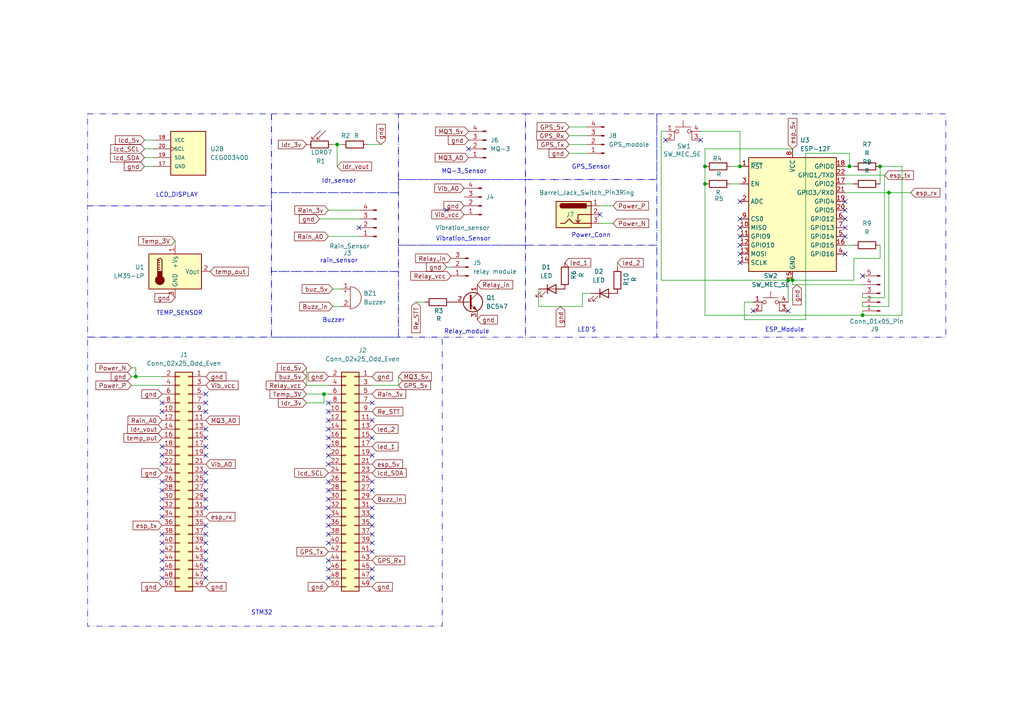
<source format=kicad_sch>
(kicad_sch
	(version 20231120)
	(generator "eeschema")
	(generator_version "8.0")
	(uuid "3adf6d86-9ead-4ef0-8db6-9e3b2bd4dcc5")
	(paper "A4")
	(lib_symbols
		(symbol "Connector:Barrel_Jack_Switch_Pin3Ring"
			(pin_names hide)
			(exclude_from_sim no)
			(in_bom yes)
			(on_board yes)
			(property "Reference" "J"
				(at 0 5.334 0)
				(effects
					(font
						(size 1.27 1.27)
					)
				)
			)
			(property "Value" "Barrel_Jack_Switch_Pin3Ring"
				(at 0 -5.08 0)
				(effects
					(font
						(size 1.27 1.27)
					)
				)
			)
			(property "Footprint" ""
				(at 1.27 -1.016 0)
				(effects
					(font
						(size 1.27 1.27)
					)
					(hide yes)
				)
			)
			(property "Datasheet" "~"
				(at 1.27 -1.016 0)
				(effects
					(font
						(size 1.27 1.27)
					)
					(hide yes)
				)
			)
			(property "Description" "DC Barrel Jack with an internal switch"
				(at 0 0 0)
				(effects
					(font
						(size 1.27 1.27)
					)
					(hide yes)
				)
			)
			(property "ki_keywords" "DC power barrel jack connector"
				(at 0 0 0)
				(effects
					(font
						(size 1.27 1.27)
					)
					(hide yes)
				)
			)
			(property "ki_fp_filters" "BarrelJack*"
				(at 0 0 0)
				(effects
					(font
						(size 1.27 1.27)
					)
					(hide yes)
				)
			)
			(symbol "Barrel_Jack_Switch_Pin3Ring_0_1"
				(rectangle
					(start -5.08 3.81)
					(end 5.08 -3.81)
					(stroke
						(width 0.254)
						(type default)
					)
					(fill
						(type background)
					)
				)
				(arc
					(start -3.302 3.175)
					(mid -3.9343 2.54)
					(end -3.302 1.905)
					(stroke
						(width 0.254)
						(type default)
					)
					(fill
						(type none)
					)
				)
				(arc
					(start -3.302 3.175)
					(mid -3.9343 2.54)
					(end -3.302 1.905)
					(stroke
						(width 0.254)
						(type default)
					)
					(fill
						(type outline)
					)
				)
				(polyline
					(pts
						(xy 1.27 -2.286) (xy 1.905 -1.651)
					)
					(stroke
						(width 0.254)
						(type default)
					)
					(fill
						(type none)
					)
				)
				(polyline
					(pts
						(xy 5.08 2.54) (xy 3.81 2.54)
					)
					(stroke
						(width 0.254)
						(type default)
					)
					(fill
						(type none)
					)
				)
				(polyline
					(pts
						(xy 5.08 0) (xy 1.27 0) (xy 1.27 -2.286) (xy 0.635 -1.651)
					)
					(stroke
						(width 0.254)
						(type default)
					)
					(fill
						(type none)
					)
				)
				(polyline
					(pts
						(xy -3.81 -2.54) (xy -2.54 -2.54) (xy -1.27 -1.27) (xy 0 -2.54) (xy 2.54 -2.54) (xy 5.08 -2.54)
					)
					(stroke
						(width 0.254)
						(type default)
					)
					(fill
						(type none)
					)
				)
				(rectangle
					(start 3.683 3.175)
					(end -3.302 1.905)
					(stroke
						(width 0.254)
						(type default)
					)
					(fill
						(type outline)
					)
				)
			)
			(symbol "Barrel_Jack_Switch_Pin3Ring_1_1"
				(pin passive line
					(at 7.62 2.54 180)
					(length 2.54)
					(name "~"
						(effects
							(font
								(size 1.27 1.27)
							)
						)
					)
					(number "1"
						(effects
							(font
								(size 1.27 1.27)
							)
						)
					)
				)
				(pin passive line
					(at 7.62 0 180)
					(length 2.54)
					(name "~"
						(effects
							(font
								(size 1.27 1.27)
							)
						)
					)
					(number "2"
						(effects
							(font
								(size 1.27 1.27)
							)
						)
					)
				)
				(pin passive line
					(at 7.62 -2.54 180)
					(length 2.54)
					(name "~"
						(effects
							(font
								(size 1.27 1.27)
							)
						)
					)
					(number "3"
						(effects
							(font
								(size 1.27 1.27)
							)
						)
					)
				)
			)
		)
		(symbol "Connector:Conn_01x03_Pin"
			(pin_names
				(offset 1.016) hide)
			(exclude_from_sim no)
			(in_bom yes)
			(on_board yes)
			(property "Reference" "J"
				(at 0 5.08 0)
				(effects
					(font
						(size 1.27 1.27)
					)
				)
			)
			(property "Value" "Conn_01x03_Pin"
				(at 0 -5.08 0)
				(effects
					(font
						(size 1.27 1.27)
					)
				)
			)
			(property "Footprint" ""
				(at 0 0 0)
				(effects
					(font
						(size 1.27 1.27)
					)
					(hide yes)
				)
			)
			(property "Datasheet" "~"
				(at 0 0 0)
				(effects
					(font
						(size 1.27 1.27)
					)
					(hide yes)
				)
			)
			(property "Description" "Generic connector, single row, 01x03, script generated"
				(at 0 0 0)
				(effects
					(font
						(size 1.27 1.27)
					)
					(hide yes)
				)
			)
			(property "ki_locked" ""
				(at 0 0 0)
				(effects
					(font
						(size 1.27 1.27)
					)
				)
			)
			(property "ki_keywords" "connector"
				(at 0 0 0)
				(effects
					(font
						(size 1.27 1.27)
					)
					(hide yes)
				)
			)
			(property "ki_fp_filters" "Connector*:*_1x??_*"
				(at 0 0 0)
				(effects
					(font
						(size 1.27 1.27)
					)
					(hide yes)
				)
			)
			(symbol "Conn_01x03_Pin_1_1"
				(polyline
					(pts
						(xy 1.27 -2.54) (xy 0.8636 -2.54)
					)
					(stroke
						(width 0.1524)
						(type default)
					)
					(fill
						(type none)
					)
				)
				(polyline
					(pts
						(xy 1.27 0) (xy 0.8636 0)
					)
					(stroke
						(width 0.1524)
						(type default)
					)
					(fill
						(type none)
					)
				)
				(polyline
					(pts
						(xy 1.27 2.54) (xy 0.8636 2.54)
					)
					(stroke
						(width 0.1524)
						(type default)
					)
					(fill
						(type none)
					)
				)
				(rectangle
					(start 0.8636 -2.413)
					(end 0 -2.667)
					(stroke
						(width 0.1524)
						(type default)
					)
					(fill
						(type outline)
					)
				)
				(rectangle
					(start 0.8636 0.127)
					(end 0 -0.127)
					(stroke
						(width 0.1524)
						(type default)
					)
					(fill
						(type outline)
					)
				)
				(rectangle
					(start 0.8636 2.667)
					(end 0 2.413)
					(stroke
						(width 0.1524)
						(type default)
					)
					(fill
						(type outline)
					)
				)
				(pin passive line
					(at 5.08 2.54 180)
					(length 3.81)
					(name "Pin_1"
						(effects
							(font
								(size 1.27 1.27)
							)
						)
					)
					(number "1"
						(effects
							(font
								(size 1.27 1.27)
							)
						)
					)
				)
				(pin passive line
					(at 5.08 0 180)
					(length 3.81)
					(name "Pin_2"
						(effects
							(font
								(size 1.27 1.27)
							)
						)
					)
					(number "2"
						(effects
							(font
								(size 1.27 1.27)
							)
						)
					)
				)
				(pin passive line
					(at 5.08 -2.54 180)
					(length 3.81)
					(name "Pin_3"
						(effects
							(font
								(size 1.27 1.27)
							)
						)
					)
					(number "3"
						(effects
							(font
								(size 1.27 1.27)
							)
						)
					)
				)
			)
		)
		(symbol "Connector:Conn_01x04_Pin"
			(pin_names
				(offset 1.016) hide)
			(exclude_from_sim no)
			(in_bom yes)
			(on_board yes)
			(property "Reference" "J"
				(at 0 5.08 0)
				(effects
					(font
						(size 1.27 1.27)
					)
				)
			)
			(property "Value" "Conn_01x04_Pin"
				(at 0 -7.62 0)
				(effects
					(font
						(size 1.27 1.27)
					)
				)
			)
			(property "Footprint" ""
				(at 0 0 0)
				(effects
					(font
						(size 1.27 1.27)
					)
					(hide yes)
				)
			)
			(property "Datasheet" "~"
				(at 0 0 0)
				(effects
					(font
						(size 1.27 1.27)
					)
					(hide yes)
				)
			)
			(property "Description" "Generic connector, single row, 01x04, script generated"
				(at 0 0 0)
				(effects
					(font
						(size 1.27 1.27)
					)
					(hide yes)
				)
			)
			(property "ki_locked" ""
				(at 0 0 0)
				(effects
					(font
						(size 1.27 1.27)
					)
				)
			)
			(property "ki_keywords" "connector"
				(at 0 0 0)
				(effects
					(font
						(size 1.27 1.27)
					)
					(hide yes)
				)
			)
			(property "ki_fp_filters" "Connector*:*_1x??_*"
				(at 0 0 0)
				(effects
					(font
						(size 1.27 1.27)
					)
					(hide yes)
				)
			)
			(symbol "Conn_01x04_Pin_1_1"
				(polyline
					(pts
						(xy 1.27 -5.08) (xy 0.8636 -5.08)
					)
					(stroke
						(width 0.1524)
						(type default)
					)
					(fill
						(type none)
					)
				)
				(polyline
					(pts
						(xy 1.27 -2.54) (xy 0.8636 -2.54)
					)
					(stroke
						(width 0.1524)
						(type default)
					)
					(fill
						(type none)
					)
				)
				(polyline
					(pts
						(xy 1.27 0) (xy 0.8636 0)
					)
					(stroke
						(width 0.1524)
						(type default)
					)
					(fill
						(type none)
					)
				)
				(polyline
					(pts
						(xy 1.27 2.54) (xy 0.8636 2.54)
					)
					(stroke
						(width 0.1524)
						(type default)
					)
					(fill
						(type none)
					)
				)
				(rectangle
					(start 0.8636 -4.953)
					(end 0 -5.207)
					(stroke
						(width 0.1524)
						(type default)
					)
					(fill
						(type outline)
					)
				)
				(rectangle
					(start 0.8636 -2.413)
					(end 0 -2.667)
					(stroke
						(width 0.1524)
						(type default)
					)
					(fill
						(type outline)
					)
				)
				(rectangle
					(start 0.8636 0.127)
					(end 0 -0.127)
					(stroke
						(width 0.1524)
						(type default)
					)
					(fill
						(type outline)
					)
				)
				(rectangle
					(start 0.8636 2.667)
					(end 0 2.413)
					(stroke
						(width 0.1524)
						(type default)
					)
					(fill
						(type outline)
					)
				)
				(pin passive line
					(at 5.08 2.54 180)
					(length 3.81)
					(name "Pin_1"
						(effects
							(font
								(size 1.27 1.27)
							)
						)
					)
					(number "1"
						(effects
							(font
								(size 1.27 1.27)
							)
						)
					)
				)
				(pin passive line
					(at 5.08 0 180)
					(length 3.81)
					(name "Pin_2"
						(effects
							(font
								(size 1.27 1.27)
							)
						)
					)
					(number "2"
						(effects
							(font
								(size 1.27 1.27)
							)
						)
					)
				)
				(pin passive line
					(at 5.08 -2.54 180)
					(length 3.81)
					(name "Pin_3"
						(effects
							(font
								(size 1.27 1.27)
							)
						)
					)
					(number "3"
						(effects
							(font
								(size 1.27 1.27)
							)
						)
					)
				)
				(pin passive line
					(at 5.08 -5.08 180)
					(length 3.81)
					(name "Pin_4"
						(effects
							(font
								(size 1.27 1.27)
							)
						)
					)
					(number "4"
						(effects
							(font
								(size 1.27 1.27)
							)
						)
					)
				)
			)
		)
		(symbol "Connector:Conn_01x05_Pin"
			(pin_names
				(offset 1.016) hide)
			(exclude_from_sim no)
			(in_bom yes)
			(on_board yes)
			(property "Reference" "J"
				(at 0 7.62 0)
				(effects
					(font
						(size 1.27 1.27)
					)
				)
			)
			(property "Value" "Conn_01x05_Pin"
				(at 0 -7.62 0)
				(effects
					(font
						(size 1.27 1.27)
					)
				)
			)
			(property "Footprint" ""
				(at 0 0 0)
				(effects
					(font
						(size 1.27 1.27)
					)
					(hide yes)
				)
			)
			(property "Datasheet" "~"
				(at 0 0 0)
				(effects
					(font
						(size 1.27 1.27)
					)
					(hide yes)
				)
			)
			(property "Description" "Generic connector, single row, 01x05, script generated"
				(at 0 0 0)
				(effects
					(font
						(size 1.27 1.27)
					)
					(hide yes)
				)
			)
			(property "ki_locked" ""
				(at 0 0 0)
				(effects
					(font
						(size 1.27 1.27)
					)
				)
			)
			(property "ki_keywords" "connector"
				(at 0 0 0)
				(effects
					(font
						(size 1.27 1.27)
					)
					(hide yes)
				)
			)
			(property "ki_fp_filters" "Connector*:*_1x??_*"
				(at 0 0 0)
				(effects
					(font
						(size 1.27 1.27)
					)
					(hide yes)
				)
			)
			(symbol "Conn_01x05_Pin_1_1"
				(polyline
					(pts
						(xy 1.27 -5.08) (xy 0.8636 -5.08)
					)
					(stroke
						(width 0.1524)
						(type default)
					)
					(fill
						(type none)
					)
				)
				(polyline
					(pts
						(xy 1.27 -2.54) (xy 0.8636 -2.54)
					)
					(stroke
						(width 0.1524)
						(type default)
					)
					(fill
						(type none)
					)
				)
				(polyline
					(pts
						(xy 1.27 0) (xy 0.8636 0)
					)
					(stroke
						(width 0.1524)
						(type default)
					)
					(fill
						(type none)
					)
				)
				(polyline
					(pts
						(xy 1.27 2.54) (xy 0.8636 2.54)
					)
					(stroke
						(width 0.1524)
						(type default)
					)
					(fill
						(type none)
					)
				)
				(polyline
					(pts
						(xy 1.27 5.08) (xy 0.8636 5.08)
					)
					(stroke
						(width 0.1524)
						(type default)
					)
					(fill
						(type none)
					)
				)
				(rectangle
					(start 0.8636 -4.953)
					(end 0 -5.207)
					(stroke
						(width 0.1524)
						(type default)
					)
					(fill
						(type outline)
					)
				)
				(rectangle
					(start 0.8636 -2.413)
					(end 0 -2.667)
					(stroke
						(width 0.1524)
						(type default)
					)
					(fill
						(type outline)
					)
				)
				(rectangle
					(start 0.8636 0.127)
					(end 0 -0.127)
					(stroke
						(width 0.1524)
						(type default)
					)
					(fill
						(type outline)
					)
				)
				(rectangle
					(start 0.8636 2.667)
					(end 0 2.413)
					(stroke
						(width 0.1524)
						(type default)
					)
					(fill
						(type outline)
					)
				)
				(rectangle
					(start 0.8636 5.207)
					(end 0 4.953)
					(stroke
						(width 0.1524)
						(type default)
					)
					(fill
						(type outline)
					)
				)
				(pin passive line
					(at 5.08 5.08 180)
					(length 3.81)
					(name "Pin_1"
						(effects
							(font
								(size 1.27 1.27)
							)
						)
					)
					(number "1"
						(effects
							(font
								(size 1.27 1.27)
							)
						)
					)
				)
				(pin passive line
					(at 5.08 2.54 180)
					(length 3.81)
					(name "Pin_2"
						(effects
							(font
								(size 1.27 1.27)
							)
						)
					)
					(number "2"
						(effects
							(font
								(size 1.27 1.27)
							)
						)
					)
				)
				(pin passive line
					(at 5.08 0 180)
					(length 3.81)
					(name "Pin_3"
						(effects
							(font
								(size 1.27 1.27)
							)
						)
					)
					(number "3"
						(effects
							(font
								(size 1.27 1.27)
							)
						)
					)
				)
				(pin passive line
					(at 5.08 -2.54 180)
					(length 3.81)
					(name "Pin_4"
						(effects
							(font
								(size 1.27 1.27)
							)
						)
					)
					(number "4"
						(effects
							(font
								(size 1.27 1.27)
							)
						)
					)
				)
				(pin passive line
					(at 5.08 -5.08 180)
					(length 3.81)
					(name "Pin_5"
						(effects
							(font
								(size 1.27 1.27)
							)
						)
					)
					(number "5"
						(effects
							(font
								(size 1.27 1.27)
							)
						)
					)
				)
			)
		)
		(symbol "Connector_Generic:Conn_02x25_Odd_Even"
			(pin_names
				(offset 1.016) hide)
			(exclude_from_sim no)
			(in_bom yes)
			(on_board yes)
			(property "Reference" "J"
				(at 1.27 33.02 0)
				(effects
					(font
						(size 1.27 1.27)
					)
				)
			)
			(property "Value" "Conn_02x25_Odd_Even"
				(at 1.27 -33.02 0)
				(effects
					(font
						(size 1.27 1.27)
					)
				)
			)
			(property "Footprint" ""
				(at 0 0 0)
				(effects
					(font
						(size 1.27 1.27)
					)
					(hide yes)
				)
			)
			(property "Datasheet" "~"
				(at 0 0 0)
				(effects
					(font
						(size 1.27 1.27)
					)
					(hide yes)
				)
			)
			(property "Description" "Generic connector, double row, 02x25, odd/even pin numbering scheme (row 1 odd numbers, row 2 even numbers), script generated (kicad-library-utils/schlib/autogen/connector/)"
				(at 0 0 0)
				(effects
					(font
						(size 1.27 1.27)
					)
					(hide yes)
				)
			)
			(property "ki_keywords" "connector"
				(at 0 0 0)
				(effects
					(font
						(size 1.27 1.27)
					)
					(hide yes)
				)
			)
			(property "ki_fp_filters" "Connector*:*_2x??_*"
				(at 0 0 0)
				(effects
					(font
						(size 1.27 1.27)
					)
					(hide yes)
				)
			)
			(symbol "Conn_02x25_Odd_Even_1_1"
				(rectangle
					(start -1.27 -30.353)
					(end 0 -30.607)
					(stroke
						(width 0.1524)
						(type default)
					)
					(fill
						(type none)
					)
				)
				(rectangle
					(start -1.27 -27.813)
					(end 0 -28.067)
					(stroke
						(width 0.1524)
						(type default)
					)
					(fill
						(type none)
					)
				)
				(rectangle
					(start -1.27 -25.273)
					(end 0 -25.527)
					(stroke
						(width 0.1524)
						(type default)
					)
					(fill
						(type none)
					)
				)
				(rectangle
					(start -1.27 -22.733)
					(end 0 -22.987)
					(stroke
						(width 0.1524)
						(type default)
					)
					(fill
						(type none)
					)
				)
				(rectangle
					(start -1.27 -20.193)
					(end 0 -20.447)
					(stroke
						(width 0.1524)
						(type default)
					)
					(fill
						(type none)
					)
				)
				(rectangle
					(start -1.27 -17.653)
					(end 0 -17.907)
					(stroke
						(width 0.1524)
						(type default)
					)
					(fill
						(type none)
					)
				)
				(rectangle
					(start -1.27 -15.113)
					(end 0 -15.367)
					(stroke
						(width 0.1524)
						(type default)
					)
					(fill
						(type none)
					)
				)
				(rectangle
					(start -1.27 -12.573)
					(end 0 -12.827)
					(stroke
						(width 0.1524)
						(type default)
					)
					(fill
						(type none)
					)
				)
				(rectangle
					(start -1.27 -10.033)
					(end 0 -10.287)
					(stroke
						(width 0.1524)
						(type default)
					)
					(fill
						(type none)
					)
				)
				(rectangle
					(start -1.27 -7.493)
					(end 0 -7.747)
					(stroke
						(width 0.1524)
						(type default)
					)
					(fill
						(type none)
					)
				)
				(rectangle
					(start -1.27 -4.953)
					(end 0 -5.207)
					(stroke
						(width 0.1524)
						(type default)
					)
					(fill
						(type none)
					)
				)
				(rectangle
					(start -1.27 -2.413)
					(end 0 -2.667)
					(stroke
						(width 0.1524)
						(type default)
					)
					(fill
						(type none)
					)
				)
				(rectangle
					(start -1.27 0.127)
					(end 0 -0.127)
					(stroke
						(width 0.1524)
						(type default)
					)
					(fill
						(type none)
					)
				)
				(rectangle
					(start -1.27 2.667)
					(end 0 2.413)
					(stroke
						(width 0.1524)
						(type default)
					)
					(fill
						(type none)
					)
				)
				(rectangle
					(start -1.27 5.207)
					(end 0 4.953)
					(stroke
						(width 0.1524)
						(type default)
					)
					(fill
						(type none)
					)
				)
				(rectangle
					(start -1.27 7.747)
					(end 0 7.493)
					(stroke
						(width 0.1524)
						(type default)
					)
					(fill
						(type none)
					)
				)
				(rectangle
					(start -1.27 10.287)
					(end 0 10.033)
					(stroke
						(width 0.1524)
						(type default)
					)
					(fill
						(type none)
					)
				)
				(rectangle
					(start -1.27 12.827)
					(end 0 12.573)
					(stroke
						(width 0.1524)
						(type default)
					)
					(fill
						(type none)
					)
				)
				(rectangle
					(start -1.27 15.367)
					(end 0 15.113)
					(stroke
						(width 0.1524)
						(type default)
					)
					(fill
						(type none)
					)
				)
				(rectangle
					(start -1.27 17.907)
					(end 0 17.653)
					(stroke
						(width 0.1524)
						(type default)
					)
					(fill
						(type none)
					)
				)
				(rectangle
					(start -1.27 20.447)
					(end 0 20.193)
					(stroke
						(width 0.1524)
						(type default)
					)
					(fill
						(type none)
					)
				)
				(rectangle
					(start -1.27 22.987)
					(end 0 22.733)
					(stroke
						(width 0.1524)
						(type default)
					)
					(fill
						(type none)
					)
				)
				(rectangle
					(start -1.27 25.527)
					(end 0 25.273)
					(stroke
						(width 0.1524)
						(type default)
					)
					(fill
						(type none)
					)
				)
				(rectangle
					(start -1.27 28.067)
					(end 0 27.813)
					(stroke
						(width 0.1524)
						(type default)
					)
					(fill
						(type none)
					)
				)
				(rectangle
					(start -1.27 30.607)
					(end 0 30.353)
					(stroke
						(width 0.1524)
						(type default)
					)
					(fill
						(type none)
					)
				)
				(rectangle
					(start -1.27 31.75)
					(end 3.81 -31.75)
					(stroke
						(width 0.254)
						(type default)
					)
					(fill
						(type background)
					)
				)
				(rectangle
					(start 3.81 -30.353)
					(end 2.54 -30.607)
					(stroke
						(width 0.1524)
						(type default)
					)
					(fill
						(type none)
					)
				)
				(rectangle
					(start 3.81 -27.813)
					(end 2.54 -28.067)
					(stroke
						(width 0.1524)
						(type default)
					)
					(fill
						(type none)
					)
				)
				(rectangle
					(start 3.81 -25.273)
					(end 2.54 -25.527)
					(stroke
						(width 0.1524)
						(type default)
					)
					(fill
						(type none)
					)
				)
				(rectangle
					(start 3.81 -22.733)
					(end 2.54 -22.987)
					(stroke
						(width 0.1524)
						(type default)
					)
					(fill
						(type none)
					)
				)
				(rectangle
					(start 3.81 -20.193)
					(end 2.54 -20.447)
					(stroke
						(width 0.1524)
						(type default)
					)
					(fill
						(type none)
					)
				)
				(rectangle
					(start 3.81 -17.653)
					(end 2.54 -17.907)
					(stroke
						(width 0.1524)
						(type default)
					)
					(fill
						(type none)
					)
				)
				(rectangle
					(start 3.81 -15.113)
					(end 2.54 -15.367)
					(stroke
						(width 0.1524)
						(type default)
					)
					(fill
						(type none)
					)
				)
				(rectangle
					(start 3.81 -12.573)
					(end 2.54 -12.827)
					(stroke
						(width 0.1524)
						(type default)
					)
					(fill
						(type none)
					)
				)
				(rectangle
					(start 3.81 -10.033)
					(end 2.54 -10.287)
					(stroke
						(width 0.1524)
						(type default)
					)
					(fill
						(type none)
					)
				)
				(rectangle
					(start 3.81 -7.493)
					(end 2.54 -7.747)
					(stroke
						(width 0.1524)
						(type default)
					)
					(fill
						(type none)
					)
				)
				(rectangle
					(start 3.81 -4.953)
					(end 2.54 -5.207)
					(stroke
						(width 0.1524)
						(type default)
					)
					(fill
						(type none)
					)
				)
				(rectangle
					(start 3.81 -2.413)
					(end 2.54 -2.667)
					(stroke
						(width 0.1524)
						(type default)
					)
					(fill
						(type none)
					)
				)
				(rectangle
					(start 3.81 0.127)
					(end 2.54 -0.127)
					(stroke
						(width 0.1524)
						(type default)
					)
					(fill
						(type none)
					)
				)
				(rectangle
					(start 3.81 2.667)
					(end 2.54 2.413)
					(stroke
						(width 0.1524)
						(type default)
					)
					(fill
						(type none)
					)
				)
				(rectangle
					(start 3.81 5.207)
					(end 2.54 4.953)
					(stroke
						(width 0.1524)
						(type default)
					)
					(fill
						(type none)
					)
				)
				(rectangle
					(start 3.81 7.747)
					(end 2.54 7.493)
					(stroke
						(width 0.1524)
						(type default)
					)
					(fill
						(type none)
					)
				)
				(rectangle
					(start 3.81 10.287)
					(end 2.54 10.033)
					(stroke
						(width 0.1524)
						(type default)
					)
					(fill
						(type none)
					)
				)
				(rectangle
					(start 3.81 12.827)
					(end 2.54 12.573)
					(stroke
						(width 0.1524)
						(type default)
					)
					(fill
						(type none)
					)
				)
				(rectangle
					(start 3.81 15.367)
					(end 2.54 15.113)
					(stroke
						(width 0.1524)
						(type default)
					)
					(fill
						(type none)
					)
				)
				(rectangle
					(start 3.81 17.907)
					(end 2.54 17.653)
					(stroke
						(width 0.1524)
						(type default)
					)
					(fill
						(type none)
					)
				)
				(rectangle
					(start 3.81 20.447)
					(end 2.54 20.193)
					(stroke
						(width 0.1524)
						(type default)
					)
					(fill
						(type none)
					)
				)
				(rectangle
					(start 3.81 22.987)
					(end 2.54 22.733)
					(stroke
						(width 0.1524)
						(type default)
					)
					(fill
						(type none)
					)
				)
				(rectangle
					(start 3.81 25.527)
					(end 2.54 25.273)
					(stroke
						(width 0.1524)
						(type default)
					)
					(fill
						(type none)
					)
				)
				(rectangle
					(start 3.81 28.067)
					(end 2.54 27.813)
					(stroke
						(width 0.1524)
						(type default)
					)
					(fill
						(type none)
					)
				)
				(rectangle
					(start 3.81 30.607)
					(end 2.54 30.353)
					(stroke
						(width 0.1524)
						(type default)
					)
					(fill
						(type none)
					)
				)
				(pin passive line
					(at -5.08 30.48 0)
					(length 3.81)
					(name "Pin_1"
						(effects
							(font
								(size 1.27 1.27)
							)
						)
					)
					(number "1"
						(effects
							(font
								(size 1.27 1.27)
							)
						)
					)
				)
				(pin passive line
					(at 7.62 20.32 180)
					(length 3.81)
					(name "Pin_10"
						(effects
							(font
								(size 1.27 1.27)
							)
						)
					)
					(number "10"
						(effects
							(font
								(size 1.27 1.27)
							)
						)
					)
				)
				(pin passive line
					(at -5.08 17.78 0)
					(length 3.81)
					(name "Pin_11"
						(effects
							(font
								(size 1.27 1.27)
							)
						)
					)
					(number "11"
						(effects
							(font
								(size 1.27 1.27)
							)
						)
					)
				)
				(pin passive line
					(at 7.62 17.78 180)
					(length 3.81)
					(name "Pin_12"
						(effects
							(font
								(size 1.27 1.27)
							)
						)
					)
					(number "12"
						(effects
							(font
								(size 1.27 1.27)
							)
						)
					)
				)
				(pin passive line
					(at -5.08 15.24 0)
					(length 3.81)
					(name "Pin_13"
						(effects
							(font
								(size 1.27 1.27)
							)
						)
					)
					(number "13"
						(effects
							(font
								(size 1.27 1.27)
							)
						)
					)
				)
				(pin passive line
					(at 7.62 15.24 180)
					(length 3.81)
					(name "Pin_14"
						(effects
							(font
								(size 1.27 1.27)
							)
						)
					)
					(number "14"
						(effects
							(font
								(size 1.27 1.27)
							)
						)
					)
				)
				(pin passive line
					(at -5.08 12.7 0)
					(length 3.81)
					(name "Pin_15"
						(effects
							(font
								(size 1.27 1.27)
							)
						)
					)
					(number "15"
						(effects
							(font
								(size 1.27 1.27)
							)
						)
					)
				)
				(pin passive line
					(at 7.62 12.7 180)
					(length 3.81)
					(name "Pin_16"
						(effects
							(font
								(size 1.27 1.27)
							)
						)
					)
					(number "16"
						(effects
							(font
								(size 1.27 1.27)
							)
						)
					)
				)
				(pin passive line
					(at -5.08 10.16 0)
					(length 3.81)
					(name "Pin_17"
						(effects
							(font
								(size 1.27 1.27)
							)
						)
					)
					(number "17"
						(effects
							(font
								(size 1.27 1.27)
							)
						)
					)
				)
				(pin passive line
					(at 7.62 10.16 180)
					(length 3.81)
					(name "Pin_18"
						(effects
							(font
								(size 1.27 1.27)
							)
						)
					)
					(number "18"
						(effects
							(font
								(size 1.27 1.27)
							)
						)
					)
				)
				(pin passive line
					(at -5.08 7.62 0)
					(length 3.81)
					(name "Pin_19"
						(effects
							(font
								(size 1.27 1.27)
							)
						)
					)
					(number "19"
						(effects
							(font
								(size 1.27 1.27)
							)
						)
					)
				)
				(pin passive line
					(at 7.62 30.48 180)
					(length 3.81)
					(name "Pin_2"
						(effects
							(font
								(size 1.27 1.27)
							)
						)
					)
					(number "2"
						(effects
							(font
								(size 1.27 1.27)
							)
						)
					)
				)
				(pin passive line
					(at 7.62 7.62 180)
					(length 3.81)
					(name "Pin_20"
						(effects
							(font
								(size 1.27 1.27)
							)
						)
					)
					(number "20"
						(effects
							(font
								(size 1.27 1.27)
							)
						)
					)
				)
				(pin passive line
					(at -5.08 5.08 0)
					(length 3.81)
					(name "Pin_21"
						(effects
							(font
								(size 1.27 1.27)
							)
						)
					)
					(number "21"
						(effects
							(font
								(size 1.27 1.27)
							)
						)
					)
				)
				(pin passive line
					(at 7.62 5.08 180)
					(length 3.81)
					(name "Pin_22"
						(effects
							(font
								(size 1.27 1.27)
							)
						)
					)
					(number "22"
						(effects
							(font
								(size 1.27 1.27)
							)
						)
					)
				)
				(pin passive line
					(at -5.08 2.54 0)
					(length 3.81)
					(name "Pin_23"
						(effects
							(font
								(size 1.27 1.27)
							)
						)
					)
					(number "23"
						(effects
							(font
								(size 1.27 1.27)
							)
						)
					)
				)
				(pin passive line
					(at 7.62 2.54 180)
					(length 3.81)
					(name "Pin_24"
						(effects
							(font
								(size 1.27 1.27)
							)
						)
					)
					(number "24"
						(effects
							(font
								(size 1.27 1.27)
							)
						)
					)
				)
				(pin passive line
					(at -5.08 0 0)
					(length 3.81)
					(name "Pin_25"
						(effects
							(font
								(size 1.27 1.27)
							)
						)
					)
					(number "25"
						(effects
							(font
								(size 1.27 1.27)
							)
						)
					)
				)
				(pin passive line
					(at 7.62 0 180)
					(length 3.81)
					(name "Pin_26"
						(effects
							(font
								(size 1.27 1.27)
							)
						)
					)
					(number "26"
						(effects
							(font
								(size 1.27 1.27)
							)
						)
					)
				)
				(pin passive line
					(at -5.08 -2.54 0)
					(length 3.81)
					(name "Pin_27"
						(effects
							(font
								(size 1.27 1.27)
							)
						)
					)
					(number "27"
						(effects
							(font
								(size 1.27 1.27)
							)
						)
					)
				)
				(pin passive line
					(at 7.62 -2.54 180)
					(length 3.81)
					(name "Pin_28"
						(effects
							(font
								(size 1.27 1.27)
							)
						)
					)
					(number "28"
						(effects
							(font
								(size 1.27 1.27)
							)
						)
					)
				)
				(pin passive line
					(at -5.08 -5.08 0)
					(length 3.81)
					(name "Pin_29"
						(effects
							(font
								(size 1.27 1.27)
							)
						)
					)
					(number "29"
						(effects
							(font
								(size 1.27 1.27)
							)
						)
					)
				)
				(pin passive line
					(at -5.08 27.94 0)
					(length 3.81)
					(name "Pin_3"
						(effects
							(font
								(size 1.27 1.27)
							)
						)
					)
					(number "3"
						(effects
							(font
								(size 1.27 1.27)
							)
						)
					)
				)
				(pin passive line
					(at 7.62 -5.08 180)
					(length 3.81)
					(name "Pin_30"
						(effects
							(font
								(size 1.27 1.27)
							)
						)
					)
					(number "30"
						(effects
							(font
								(size 1.27 1.27)
							)
						)
					)
				)
				(pin passive line
					(at -5.08 -7.62 0)
					(length 3.81)
					(name "Pin_31"
						(effects
							(font
								(size 1.27 1.27)
							)
						)
					)
					(number "31"
						(effects
							(font
								(size 1.27 1.27)
							)
						)
					)
				)
				(pin passive line
					(at 7.62 -7.62 180)
					(length 3.81)
					(name "Pin_32"
						(effects
							(font
								(size 1.27 1.27)
							)
						)
					)
					(number "32"
						(effects
							(font
								(size 1.27 1.27)
							)
						)
					)
				)
				(pin passive line
					(at -5.08 -10.16 0)
					(length 3.81)
					(name "Pin_33"
						(effects
							(font
								(size 1.27 1.27)
							)
						)
					)
					(number "33"
						(effects
							(font
								(size 1.27 1.27)
							)
						)
					)
				)
				(pin passive line
					(at 7.62 -10.16 180)
					(length 3.81)
					(name "Pin_34"
						(effects
							(font
								(size 1.27 1.27)
							)
						)
					)
					(number "34"
						(effects
							(font
								(size 1.27 1.27)
							)
						)
					)
				)
				(pin passive line
					(at -5.08 -12.7 0)
					(length 3.81)
					(name "Pin_35"
						(effects
							(font
								(size 1.27 1.27)
							)
						)
					)
					(number "35"
						(effects
							(font
								(size 1.27 1.27)
							)
						)
					)
				)
				(pin passive line
					(at 7.62 -12.7 180)
					(length 3.81)
					(name "Pin_36"
						(effects
							(font
								(size 1.27 1.27)
							)
						)
					)
					(number "36"
						(effects
							(font
								(size 1.27 1.27)
							)
						)
					)
				)
				(pin passive line
					(at -5.08 -15.24 0)
					(length 3.81)
					(name "Pin_37"
						(effects
							(font
								(size 1.27 1.27)
							)
						)
					)
					(number "37"
						(effects
							(font
								(size 1.27 1.27)
							)
						)
					)
				)
				(pin passive line
					(at 7.62 -15.24 180)
					(length 3.81)
					(name "Pin_38"
						(effects
							(font
								(size 1.27 1.27)
							)
						)
					)
					(number "38"
						(effects
							(font
								(size 1.27 1.27)
							)
						)
					)
				)
				(pin passive line
					(at -5.08 -17.78 0)
					(length 3.81)
					(name "Pin_39"
						(effects
							(font
								(size 1.27 1.27)
							)
						)
					)
					(number "39"
						(effects
							(font
								(size 1.27 1.27)
							)
						)
					)
				)
				(pin passive line
					(at 7.62 27.94 180)
					(length 3.81)
					(name "Pin_4"
						(effects
							(font
								(size 1.27 1.27)
							)
						)
					)
					(number "4"
						(effects
							(font
								(size 1.27 1.27)
							)
						)
					)
				)
				(pin passive line
					(at 7.62 -17.78 180)
					(length 3.81)
					(name "Pin_40"
						(effects
							(font
								(size 1.27 1.27)
							)
						)
					)
					(number "40"
						(effects
							(font
								(size 1.27 1.27)
							)
						)
					)
				)
				(pin passive line
					(at -5.08 -20.32 0)
					(length 3.81)
					(name "Pin_41"
						(effects
							(font
								(size 1.27 1.27)
							)
						)
					)
					(number "41"
						(effects
							(font
								(size 1.27 1.27)
							)
						)
					)
				)
				(pin passive line
					(at 7.62 -20.32 180)
					(length 3.81)
					(name "Pin_42"
						(effects
							(font
								(size 1.27 1.27)
							)
						)
					)
					(number "42"
						(effects
							(font
								(size 1.27 1.27)
							)
						)
					)
				)
				(pin passive line
					(at -5.08 -22.86 0)
					(length 3.81)
					(name "Pin_43"
						(effects
							(font
								(size 1.27 1.27)
							)
						)
					)
					(number "43"
						(effects
							(font
								(size 1.27 1.27)
							)
						)
					)
				)
				(pin passive line
					(at 7.62 -22.86 180)
					(length 3.81)
					(name "Pin_44"
						(effects
							(font
								(size 1.27 1.27)
							)
						)
					)
					(number "44"
						(effects
							(font
								(size 1.27 1.27)
							)
						)
					)
				)
				(pin passive line
					(at -5.08 -25.4 0)
					(length 3.81)
					(name "Pin_45"
						(effects
							(font
								(size 1.27 1.27)
							)
						)
					)
					(number "45"
						(effects
							(font
								(size 1.27 1.27)
							)
						)
					)
				)
				(pin passive line
					(at 7.62 -25.4 180)
					(length 3.81)
					(name "Pin_46"
						(effects
							(font
								(size 1.27 1.27)
							)
						)
					)
					(number "46"
						(effects
							(font
								(size 1.27 1.27)
							)
						)
					)
				)
				(pin passive line
					(at -5.08 -27.94 0)
					(length 3.81)
					(name "Pin_47"
						(effects
							(font
								(size 1.27 1.27)
							)
						)
					)
					(number "47"
						(effects
							(font
								(size 1.27 1.27)
							)
						)
					)
				)
				(pin passive line
					(at 7.62 -27.94 180)
					(length 3.81)
					(name "Pin_48"
						(effects
							(font
								(size 1.27 1.27)
							)
						)
					)
					(number "48"
						(effects
							(font
								(size 1.27 1.27)
							)
						)
					)
				)
				(pin passive line
					(at -5.08 -30.48 0)
					(length 3.81)
					(name "Pin_49"
						(effects
							(font
								(size 1.27 1.27)
							)
						)
					)
					(number "49"
						(effects
							(font
								(size 1.27 1.27)
							)
						)
					)
				)
				(pin passive line
					(at -5.08 25.4 0)
					(length 3.81)
					(name "Pin_5"
						(effects
							(font
								(size 1.27 1.27)
							)
						)
					)
					(number "5"
						(effects
							(font
								(size 1.27 1.27)
							)
						)
					)
				)
				(pin passive line
					(at 7.62 -30.48 180)
					(length 3.81)
					(name "Pin_50"
						(effects
							(font
								(size 1.27 1.27)
							)
						)
					)
					(number "50"
						(effects
							(font
								(size 1.27 1.27)
							)
						)
					)
				)
				(pin passive line
					(at 7.62 25.4 180)
					(length 3.81)
					(name "Pin_6"
						(effects
							(font
								(size 1.27 1.27)
							)
						)
					)
					(number "6"
						(effects
							(font
								(size 1.27 1.27)
							)
						)
					)
				)
				(pin passive line
					(at -5.08 22.86 0)
					(length 3.81)
					(name "Pin_7"
						(effects
							(font
								(size 1.27 1.27)
							)
						)
					)
					(number "7"
						(effects
							(font
								(size 1.27 1.27)
							)
						)
					)
				)
				(pin passive line
					(at 7.62 22.86 180)
					(length 3.81)
					(name "Pin_8"
						(effects
							(font
								(size 1.27 1.27)
							)
						)
					)
					(number "8"
						(effects
							(font
								(size 1.27 1.27)
							)
						)
					)
				)
				(pin passive line
					(at -5.08 20.32 0)
					(length 3.81)
					(name "Pin_9"
						(effects
							(font
								(size 1.27 1.27)
							)
						)
					)
					(number "9"
						(effects
							(font
								(size 1.27 1.27)
							)
						)
					)
				)
			)
		)
		(symbol "Device:Buzzer"
			(pin_names
				(offset 0.0254) hide)
			(exclude_from_sim no)
			(in_bom yes)
			(on_board yes)
			(property "Reference" "BZ"
				(at 3.81 1.27 0)
				(effects
					(font
						(size 1.27 1.27)
					)
					(justify left)
				)
			)
			(property "Value" "Buzzer"
				(at 3.81 -1.27 0)
				(effects
					(font
						(size 1.27 1.27)
					)
					(justify left)
				)
			)
			(property "Footprint" ""
				(at -0.635 2.54 90)
				(effects
					(font
						(size 1.27 1.27)
					)
					(hide yes)
				)
			)
			(property "Datasheet" "~"
				(at -0.635 2.54 90)
				(effects
					(font
						(size 1.27 1.27)
					)
					(hide yes)
				)
			)
			(property "Description" "Buzzer, polarized"
				(at 0 0 0)
				(effects
					(font
						(size 1.27 1.27)
					)
					(hide yes)
				)
			)
			(property "ki_keywords" "quartz resonator ceramic"
				(at 0 0 0)
				(effects
					(font
						(size 1.27 1.27)
					)
					(hide yes)
				)
			)
			(property "ki_fp_filters" "*Buzzer*"
				(at 0 0 0)
				(effects
					(font
						(size 1.27 1.27)
					)
					(hide yes)
				)
			)
			(symbol "Buzzer_0_1"
				(arc
					(start 0 -3.175)
					(mid 3.1612 0)
					(end 0 3.175)
					(stroke
						(width 0)
						(type default)
					)
					(fill
						(type none)
					)
				)
				(polyline
					(pts
						(xy -1.651 1.905) (xy -1.143 1.905)
					)
					(stroke
						(width 0)
						(type default)
					)
					(fill
						(type none)
					)
				)
				(polyline
					(pts
						(xy -1.397 2.159) (xy -1.397 1.651)
					)
					(stroke
						(width 0)
						(type default)
					)
					(fill
						(type none)
					)
				)
				(polyline
					(pts
						(xy 0 3.175) (xy 0 -3.175)
					)
					(stroke
						(width 0)
						(type default)
					)
					(fill
						(type none)
					)
				)
			)
			(symbol "Buzzer_1_1"
				(pin passive line
					(at -2.54 2.54 0)
					(length 2.54)
					(name "+"
						(effects
							(font
								(size 1.27 1.27)
							)
						)
					)
					(number "1"
						(effects
							(font
								(size 1.27 1.27)
							)
						)
					)
				)
				(pin passive line
					(at -2.54 -2.54 0)
					(length 2.54)
					(name "-"
						(effects
							(font
								(size 1.27 1.27)
							)
						)
					)
					(number "2"
						(effects
							(font
								(size 1.27 1.27)
							)
						)
					)
				)
			)
		)
		(symbol "Device:LED"
			(pin_numbers hide)
			(pin_names
				(offset 1.016) hide)
			(exclude_from_sim no)
			(in_bom yes)
			(on_board yes)
			(property "Reference" "D"
				(at 0 2.54 0)
				(effects
					(font
						(size 1.27 1.27)
					)
				)
			)
			(property "Value" "LED"
				(at 0 -2.54 0)
				(effects
					(font
						(size 1.27 1.27)
					)
				)
			)
			(property "Footprint" ""
				(at 0 0 0)
				(effects
					(font
						(size 1.27 1.27)
					)
					(hide yes)
				)
			)
			(property "Datasheet" "~"
				(at 0 0 0)
				(effects
					(font
						(size 1.27 1.27)
					)
					(hide yes)
				)
			)
			(property "Description" "Light emitting diode"
				(at 0 0 0)
				(effects
					(font
						(size 1.27 1.27)
					)
					(hide yes)
				)
			)
			(property "ki_keywords" "LED diode"
				(at 0 0 0)
				(effects
					(font
						(size 1.27 1.27)
					)
					(hide yes)
				)
			)
			(property "ki_fp_filters" "LED* LED_SMD:* LED_THT:*"
				(at 0 0 0)
				(effects
					(font
						(size 1.27 1.27)
					)
					(hide yes)
				)
			)
			(symbol "LED_0_1"
				(polyline
					(pts
						(xy -1.27 -1.27) (xy -1.27 1.27)
					)
					(stroke
						(width 0.254)
						(type default)
					)
					(fill
						(type none)
					)
				)
				(polyline
					(pts
						(xy -1.27 0) (xy 1.27 0)
					)
					(stroke
						(width 0)
						(type default)
					)
					(fill
						(type none)
					)
				)
				(polyline
					(pts
						(xy 1.27 -1.27) (xy 1.27 1.27) (xy -1.27 0) (xy 1.27 -1.27)
					)
					(stroke
						(width 0.254)
						(type default)
					)
					(fill
						(type none)
					)
				)
				(polyline
					(pts
						(xy -3.048 -0.762) (xy -4.572 -2.286) (xy -3.81 -2.286) (xy -4.572 -2.286) (xy -4.572 -1.524)
					)
					(stroke
						(width 0)
						(type default)
					)
					(fill
						(type none)
					)
				)
				(polyline
					(pts
						(xy -1.778 -0.762) (xy -3.302 -2.286) (xy -2.54 -2.286) (xy -3.302 -2.286) (xy -3.302 -1.524)
					)
					(stroke
						(width 0)
						(type default)
					)
					(fill
						(type none)
					)
				)
			)
			(symbol "LED_1_1"
				(pin passive line
					(at -3.81 0 0)
					(length 2.54)
					(name "K"
						(effects
							(font
								(size 1.27 1.27)
							)
						)
					)
					(number "1"
						(effects
							(font
								(size 1.27 1.27)
							)
						)
					)
				)
				(pin passive line
					(at 3.81 0 180)
					(length 2.54)
					(name "A"
						(effects
							(font
								(size 1.27 1.27)
							)
						)
					)
					(number "2"
						(effects
							(font
								(size 1.27 1.27)
							)
						)
					)
				)
			)
		)
		(symbol "Device:R"
			(pin_numbers hide)
			(pin_names
				(offset 0)
			)
			(exclude_from_sim no)
			(in_bom yes)
			(on_board yes)
			(property "Reference" "R"
				(at 2.032 0 90)
				(effects
					(font
						(size 1.27 1.27)
					)
				)
			)
			(property "Value" "R"
				(at 0 0 90)
				(effects
					(font
						(size 1.27 1.27)
					)
				)
			)
			(property "Footprint" ""
				(at -1.778 0 90)
				(effects
					(font
						(size 1.27 1.27)
					)
					(hide yes)
				)
			)
			(property "Datasheet" "~"
				(at 0 0 0)
				(effects
					(font
						(size 1.27 1.27)
					)
					(hide yes)
				)
			)
			(property "Description" "Resistor"
				(at 0 0 0)
				(effects
					(font
						(size 1.27 1.27)
					)
					(hide yes)
				)
			)
			(property "ki_keywords" "R res resistor"
				(at 0 0 0)
				(effects
					(font
						(size 1.27 1.27)
					)
					(hide yes)
				)
			)
			(property "ki_fp_filters" "R_*"
				(at 0 0 0)
				(effects
					(font
						(size 1.27 1.27)
					)
					(hide yes)
				)
			)
			(symbol "R_0_1"
				(rectangle
					(start -1.016 -2.54)
					(end 1.016 2.54)
					(stroke
						(width 0.254)
						(type default)
					)
					(fill
						(type none)
					)
				)
			)
			(symbol "R_1_1"
				(pin passive line
					(at 0 3.81 270)
					(length 1.27)
					(name "~"
						(effects
							(font
								(size 1.27 1.27)
							)
						)
					)
					(number "1"
						(effects
							(font
								(size 1.27 1.27)
							)
						)
					)
				)
				(pin passive line
					(at 0 -3.81 90)
					(length 1.27)
					(name "~"
						(effects
							(font
								(size 1.27 1.27)
							)
						)
					)
					(number "2"
						(effects
							(font
								(size 1.27 1.27)
							)
						)
					)
				)
			)
		)
		(symbol "RF_Module:ESP-12F"
			(exclude_from_sim no)
			(in_bom yes)
			(on_board yes)
			(property "Reference" "U"
				(at -12.7 19.05 0)
				(effects
					(font
						(size 1.27 1.27)
					)
					(justify left)
				)
			)
			(property "Value" "ESP-12F"
				(at 12.7 19.05 0)
				(effects
					(font
						(size 1.27 1.27)
					)
					(justify right)
				)
			)
			(property "Footprint" "RF_Module:ESP-12E"
				(at 0 0 0)
				(effects
					(font
						(size 1.27 1.27)
					)
					(hide yes)
				)
			)
			(property "Datasheet" "http://wiki.ai-thinker.com/_media/esp8266/esp8266_series_modules_user_manual_v1.1.pdf"
				(at -8.89 2.54 0)
				(effects
					(font
						(size 1.27 1.27)
					)
					(hide yes)
				)
			)
			(property "Description" "802.11 b/g/n Wi-Fi Module"
				(at 0 0 0)
				(effects
					(font
						(size 1.27 1.27)
					)
					(hide yes)
				)
			)
			(property "ki_keywords" "802.11 Wi-Fi"
				(at 0 0 0)
				(effects
					(font
						(size 1.27 1.27)
					)
					(hide yes)
				)
			)
			(property "ki_fp_filters" "ESP?12*"
				(at 0 0 0)
				(effects
					(font
						(size 1.27 1.27)
					)
					(hide yes)
				)
			)
			(symbol "ESP-12F_0_1"
				(rectangle
					(start -12.7 17.78)
					(end 12.7 -15.24)
					(stroke
						(width 0.254)
						(type default)
					)
					(fill
						(type background)
					)
				)
			)
			(symbol "ESP-12F_1_1"
				(pin input line
					(at -15.24 15.24 0)
					(length 2.54)
					(name "~{RST}"
						(effects
							(font
								(size 1.27 1.27)
							)
						)
					)
					(number "1"
						(effects
							(font
								(size 1.27 1.27)
							)
						)
					)
				)
				(pin bidirectional line
					(at -15.24 -2.54 0)
					(length 2.54)
					(name "MISO"
						(effects
							(font
								(size 1.27 1.27)
							)
						)
					)
					(number "10"
						(effects
							(font
								(size 1.27 1.27)
							)
						)
					)
				)
				(pin bidirectional line
					(at -15.24 -5.08 0)
					(length 2.54)
					(name "GPIO9"
						(effects
							(font
								(size 1.27 1.27)
							)
						)
					)
					(number "11"
						(effects
							(font
								(size 1.27 1.27)
							)
						)
					)
				)
				(pin bidirectional line
					(at -15.24 -7.62 0)
					(length 2.54)
					(name "GPIO10"
						(effects
							(font
								(size 1.27 1.27)
							)
						)
					)
					(number "12"
						(effects
							(font
								(size 1.27 1.27)
							)
						)
					)
				)
				(pin bidirectional line
					(at -15.24 -10.16 0)
					(length 2.54)
					(name "MOSI"
						(effects
							(font
								(size 1.27 1.27)
							)
						)
					)
					(number "13"
						(effects
							(font
								(size 1.27 1.27)
							)
						)
					)
				)
				(pin bidirectional line
					(at -15.24 -12.7 0)
					(length 2.54)
					(name "SCLK"
						(effects
							(font
								(size 1.27 1.27)
							)
						)
					)
					(number "14"
						(effects
							(font
								(size 1.27 1.27)
							)
						)
					)
				)
				(pin power_in line
					(at 0 -17.78 90)
					(length 2.54)
					(name "GND"
						(effects
							(font
								(size 1.27 1.27)
							)
						)
					)
					(number "15"
						(effects
							(font
								(size 1.27 1.27)
							)
						)
					)
				)
				(pin bidirectional line
					(at 15.24 -7.62 180)
					(length 2.54)
					(name "GPIO15"
						(effects
							(font
								(size 1.27 1.27)
							)
						)
					)
					(number "16"
						(effects
							(font
								(size 1.27 1.27)
							)
						)
					)
				)
				(pin bidirectional line
					(at 15.24 10.16 180)
					(length 2.54)
					(name "GPIO2"
						(effects
							(font
								(size 1.27 1.27)
							)
						)
					)
					(number "17"
						(effects
							(font
								(size 1.27 1.27)
							)
						)
					)
				)
				(pin bidirectional line
					(at 15.24 15.24 180)
					(length 2.54)
					(name "GPIO0"
						(effects
							(font
								(size 1.27 1.27)
							)
						)
					)
					(number "18"
						(effects
							(font
								(size 1.27 1.27)
							)
						)
					)
				)
				(pin bidirectional line
					(at 15.24 5.08 180)
					(length 2.54)
					(name "GPIO4"
						(effects
							(font
								(size 1.27 1.27)
							)
						)
					)
					(number "19"
						(effects
							(font
								(size 1.27 1.27)
							)
						)
					)
				)
				(pin input line
					(at -15.24 5.08 0)
					(length 2.54)
					(name "ADC"
						(effects
							(font
								(size 1.27 1.27)
							)
						)
					)
					(number "2"
						(effects
							(font
								(size 1.27 1.27)
							)
						)
					)
				)
				(pin bidirectional line
					(at 15.24 2.54 180)
					(length 2.54)
					(name "GPIO5"
						(effects
							(font
								(size 1.27 1.27)
							)
						)
					)
					(number "20"
						(effects
							(font
								(size 1.27 1.27)
							)
						)
					)
				)
				(pin bidirectional line
					(at 15.24 7.62 180)
					(length 2.54)
					(name "GPIO3/RXD"
						(effects
							(font
								(size 1.27 1.27)
							)
						)
					)
					(number "21"
						(effects
							(font
								(size 1.27 1.27)
							)
						)
					)
				)
				(pin bidirectional line
					(at 15.24 12.7 180)
					(length 2.54)
					(name "GPIO1/TXD"
						(effects
							(font
								(size 1.27 1.27)
							)
						)
					)
					(number "22"
						(effects
							(font
								(size 1.27 1.27)
							)
						)
					)
				)
				(pin input line
					(at -15.24 10.16 0)
					(length 2.54)
					(name "EN"
						(effects
							(font
								(size 1.27 1.27)
							)
						)
					)
					(number "3"
						(effects
							(font
								(size 1.27 1.27)
							)
						)
					)
				)
				(pin bidirectional line
					(at 15.24 -10.16 180)
					(length 2.54)
					(name "GPIO16"
						(effects
							(font
								(size 1.27 1.27)
							)
						)
					)
					(number "4"
						(effects
							(font
								(size 1.27 1.27)
							)
						)
					)
				)
				(pin bidirectional line
					(at 15.24 -5.08 180)
					(length 2.54)
					(name "GPIO14"
						(effects
							(font
								(size 1.27 1.27)
							)
						)
					)
					(number "5"
						(effects
							(font
								(size 1.27 1.27)
							)
						)
					)
				)
				(pin bidirectional line
					(at 15.24 0 180)
					(length 2.54)
					(name "GPIO12"
						(effects
							(font
								(size 1.27 1.27)
							)
						)
					)
					(number "6"
						(effects
							(font
								(size 1.27 1.27)
							)
						)
					)
				)
				(pin bidirectional line
					(at 15.24 -2.54 180)
					(length 2.54)
					(name "GPIO13"
						(effects
							(font
								(size 1.27 1.27)
							)
						)
					)
					(number "7"
						(effects
							(font
								(size 1.27 1.27)
							)
						)
					)
				)
				(pin power_in line
					(at 0 20.32 270)
					(length 2.54)
					(name "VCC"
						(effects
							(font
								(size 1.27 1.27)
							)
						)
					)
					(number "8"
						(effects
							(font
								(size 1.27 1.27)
							)
						)
					)
				)
				(pin input line
					(at -15.24 0 0)
					(length 2.54)
					(name "CS0"
						(effects
							(font
								(size 1.27 1.27)
							)
						)
					)
					(number "9"
						(effects
							(font
								(size 1.27 1.27)
							)
						)
					)
				)
			)
		)
		(symbol "Sensor_Optical:LDR07"
			(pin_numbers hide)
			(pin_names
				(offset 0)
			)
			(exclude_from_sim no)
			(in_bom yes)
			(on_board yes)
			(property "Reference" "R"
				(at -5.08 0 90)
				(effects
					(font
						(size 1.27 1.27)
					)
				)
			)
			(property "Value" "LDR07"
				(at 1.905 0 90)
				(effects
					(font
						(size 1.27 1.27)
					)
					(justify top)
				)
			)
			(property "Footprint" "OptoDevice:R_LDR_5.1x4.3mm_P3.4mm_Vertical"
				(at 4.445 0 90)
				(effects
					(font
						(size 1.27 1.27)
					)
					(hide yes)
				)
			)
			(property "Datasheet" "http://www.tme.eu/de/Document/f2e3ad76a925811312d226c31da4cd7e/LDR07.pdf"
				(at 0 -1.27 0)
				(effects
					(font
						(size 1.27 1.27)
					)
					(hide yes)
				)
			)
			(property "Description" "light dependent resistor"
				(at 0 0 0)
				(effects
					(font
						(size 1.27 1.27)
					)
					(hide yes)
				)
			)
			(property "ki_keywords" "light dependent photo resistor LDR"
				(at 0 0 0)
				(effects
					(font
						(size 1.27 1.27)
					)
					(hide yes)
				)
			)
			(property "ki_fp_filters" "R*LDR*5.1x4.3mm*P3.4mm*"
				(at 0 0 0)
				(effects
					(font
						(size 1.27 1.27)
					)
					(hide yes)
				)
			)
			(symbol "LDR07_0_1"
				(rectangle
					(start -1.016 2.54)
					(end 1.016 -2.54)
					(stroke
						(width 0.254)
						(type default)
					)
					(fill
						(type none)
					)
				)
				(polyline
					(pts
						(xy -1.524 -2.286) (xy -4.064 0.254)
					)
					(stroke
						(width 0)
						(type default)
					)
					(fill
						(type none)
					)
				)
				(polyline
					(pts
						(xy -1.524 -2.286) (xy -2.286 -2.286)
					)
					(stroke
						(width 0)
						(type default)
					)
					(fill
						(type none)
					)
				)
				(polyline
					(pts
						(xy -1.524 -2.286) (xy -1.524 -1.524)
					)
					(stroke
						(width 0)
						(type default)
					)
					(fill
						(type none)
					)
				)
				(polyline
					(pts
						(xy -1.524 -0.762) (xy -4.064 1.778)
					)
					(stroke
						(width 0)
						(type default)
					)
					(fill
						(type none)
					)
				)
				(polyline
					(pts
						(xy -1.524 -0.762) (xy -2.286 -0.762)
					)
					(stroke
						(width 0)
						(type default)
					)
					(fill
						(type none)
					)
				)
				(polyline
					(pts
						(xy -1.524 -0.762) (xy -1.524 0)
					)
					(stroke
						(width 0)
						(type default)
					)
					(fill
						(type none)
					)
				)
			)
			(symbol "LDR07_1_1"
				(pin passive line
					(at 0 3.81 270)
					(length 1.27)
					(name "~"
						(effects
							(font
								(size 1.27 1.27)
							)
						)
					)
					(number "1"
						(effects
							(font
								(size 1.27 1.27)
							)
						)
					)
				)
				(pin passive line
					(at 0 -3.81 90)
					(length 1.27)
					(name "~"
						(effects
							(font
								(size 1.27 1.27)
							)
						)
					)
					(number "2"
						(effects
							(font
								(size 1.27 1.27)
							)
						)
					)
				)
			)
		)
		(symbol "Sensor_Temperature:LM35-LP"
			(exclude_from_sim no)
			(in_bom yes)
			(on_board yes)
			(property "Reference" "U"
				(at -6.35 6.35 0)
				(effects
					(font
						(size 1.27 1.27)
					)
				)
			)
			(property "Value" "LM35-LP"
				(at 1.27 6.35 0)
				(effects
					(font
						(size 1.27 1.27)
					)
					(justify left)
				)
			)
			(property "Footprint" "Package_TO_SOT_THT:TO-92_Inline"
				(at 1.27 -6.35 0)
				(effects
					(font
						(size 1.27 1.27)
					)
					(justify left)
					(hide yes)
				)
			)
			(property "Datasheet" "http://www.ti.com/lit/ds/symlink/lm35.pdf"
				(at 0 0 0)
				(effects
					(font
						(size 1.27 1.27)
					)
					(hide yes)
				)
			)
			(property "Description" "Precision centigrade temperature sensor, TO-92"
				(at 0 0 0)
				(effects
					(font
						(size 1.27 1.27)
					)
					(hide yes)
				)
			)
			(property "ki_keywords" "temperature sensor thermistor"
				(at 0 0 0)
				(effects
					(font
						(size 1.27 1.27)
					)
					(hide yes)
				)
			)
			(property "ki_fp_filters" "TO?92*"
				(at 0 0 0)
				(effects
					(font
						(size 1.27 1.27)
					)
					(hide yes)
				)
			)
			(symbol "LM35-LP_0_1"
				(rectangle
					(start -7.62 5.08)
					(end 7.62 -5.08)
					(stroke
						(width 0.254)
						(type default)
					)
					(fill
						(type background)
					)
				)
				(circle
					(center -4.445 -2.54)
					(radius 1.27)
					(stroke
						(width 0.254)
						(type default)
					)
					(fill
						(type outline)
					)
				)
				(rectangle
					(start -3.81 -1.905)
					(end -5.08 0)
					(stroke
						(width 0.254)
						(type default)
					)
					(fill
						(type outline)
					)
				)
				(arc
					(start -3.81 3.175)
					(mid -4.445 3.8073)
					(end -5.08 3.175)
					(stroke
						(width 0.254)
						(type default)
					)
					(fill
						(type none)
					)
				)
				(polyline
					(pts
						(xy -5.08 0.635) (xy -4.445 0.635)
					)
					(stroke
						(width 0.254)
						(type default)
					)
					(fill
						(type none)
					)
				)
				(polyline
					(pts
						(xy -5.08 1.27) (xy -4.445 1.27)
					)
					(stroke
						(width 0.254)
						(type default)
					)
					(fill
						(type none)
					)
				)
				(polyline
					(pts
						(xy -5.08 1.905) (xy -4.445 1.905)
					)
					(stroke
						(width 0.254)
						(type default)
					)
					(fill
						(type none)
					)
				)
				(polyline
					(pts
						(xy -5.08 2.54) (xy -4.445 2.54)
					)
					(stroke
						(width 0.254)
						(type default)
					)
					(fill
						(type none)
					)
				)
				(polyline
					(pts
						(xy -5.08 3.175) (xy -5.08 0)
					)
					(stroke
						(width 0.254)
						(type default)
					)
					(fill
						(type none)
					)
				)
				(polyline
					(pts
						(xy -5.08 3.175) (xy -4.445 3.175)
					)
					(stroke
						(width 0.254)
						(type default)
					)
					(fill
						(type none)
					)
				)
				(polyline
					(pts
						(xy -3.81 3.175) (xy -3.81 0)
					)
					(stroke
						(width 0.254)
						(type default)
					)
					(fill
						(type none)
					)
				)
			)
			(symbol "LM35-LP_1_1"
				(pin power_in line
					(at 0 7.62 270)
					(length 2.54)
					(name "+V_{S}"
						(effects
							(font
								(size 1.27 1.27)
							)
						)
					)
					(number "1"
						(effects
							(font
								(size 1.27 1.27)
							)
						)
					)
				)
				(pin output line
					(at 10.16 0 180)
					(length 2.54)
					(name "V_{OUT}"
						(effects
							(font
								(size 1.27 1.27)
							)
						)
					)
					(number "2"
						(effects
							(font
								(size 1.27 1.27)
							)
						)
					)
				)
				(pin power_in line
					(at 0 -7.62 90)
					(length 2.54)
					(name "GND"
						(effects
							(font
								(size 1.27 1.27)
							)
						)
					)
					(number "3"
						(effects
							(font
								(size 1.27 1.27)
							)
						)
					)
				)
			)
		)
		(symbol "Switch:SW_MEC_5E"
			(pin_names
				(offset 1.016) hide)
			(exclude_from_sim no)
			(in_bom yes)
			(on_board yes)
			(property "Reference" "SW"
				(at 0.635 5.715 0)
				(effects
					(font
						(size 1.27 1.27)
					)
					(justify left)
				)
			)
			(property "Value" "SW_MEC_5E"
				(at 0 -3.175 0)
				(effects
					(font
						(size 1.27 1.27)
					)
				)
			)
			(property "Footprint" ""
				(at 0 7.62 0)
				(effects
					(font
						(size 1.27 1.27)
					)
					(hide yes)
				)
			)
			(property "Datasheet" "http://www.apem.com/int/index.php?controller=attachment&id_attachment=1371"
				(at 0 7.62 0)
				(effects
					(font
						(size 1.27 1.27)
					)
					(hide yes)
				)
			)
			(property "Description" "MEC 5E single pole normally-open tactile switch"
				(at 0 0 0)
				(effects
					(font
						(size 1.27 1.27)
					)
					(hide yes)
				)
			)
			(property "ki_keywords" "switch normally-open pushbutton push-button"
				(at 0 0 0)
				(effects
					(font
						(size 1.27 1.27)
					)
					(hide yes)
				)
			)
			(property "ki_fp_filters" "SW*MEC*5G*"
				(at 0 0 0)
				(effects
					(font
						(size 1.27 1.27)
					)
					(hide yes)
				)
			)
			(symbol "SW_MEC_5E_0_1"
				(circle
					(center -1.778 2.54)
					(radius 0.508)
					(stroke
						(width 0)
						(type default)
					)
					(fill
						(type none)
					)
				)
				(polyline
					(pts
						(xy -2.286 3.81) (xy 2.286 3.81)
					)
					(stroke
						(width 0)
						(type default)
					)
					(fill
						(type none)
					)
				)
				(polyline
					(pts
						(xy 0 3.81) (xy 0 5.588)
					)
					(stroke
						(width 0)
						(type default)
					)
					(fill
						(type none)
					)
				)
				(polyline
					(pts
						(xy -2.54 0) (xy -2.54 2.54) (xy -2.286 2.54)
					)
					(stroke
						(width 0)
						(type default)
					)
					(fill
						(type none)
					)
				)
				(polyline
					(pts
						(xy 2.54 0) (xy 2.54 2.54) (xy 2.286 2.54)
					)
					(stroke
						(width 0)
						(type default)
					)
					(fill
						(type none)
					)
				)
				(circle
					(center 1.778 2.54)
					(radius 0.508)
					(stroke
						(width 0)
						(type default)
					)
					(fill
						(type none)
					)
				)
				(pin passive line
					(at -5.08 2.54 0)
					(length 2.54)
					(name "1"
						(effects
							(font
								(size 1.27 1.27)
							)
						)
					)
					(number "1"
						(effects
							(font
								(size 1.27 1.27)
							)
						)
					)
				)
				(pin passive line
					(at -5.08 0 0)
					(length 2.54)
					(name "2"
						(effects
							(font
								(size 1.27 1.27)
							)
						)
					)
					(number "2"
						(effects
							(font
								(size 1.27 1.27)
							)
						)
					)
				)
				(pin passive line
					(at 5.08 0 180)
					(length 2.54)
					(name "K"
						(effects
							(font
								(size 1.27 1.27)
							)
						)
					)
					(number "3"
						(effects
							(font
								(size 1.27 1.27)
							)
						)
					)
				)
				(pin passive line
					(at 5.08 2.54 180)
					(length 2.54)
					(name "A"
						(effects
							(font
								(size 1.27 1.27)
							)
						)
					)
					(number "4"
						(effects
							(font
								(size 1.27 1.27)
							)
						)
					)
				)
			)
		)
		(symbol "Transistor_BJT:BC547"
			(pin_names
				(offset 0) hide)
			(exclude_from_sim no)
			(in_bom yes)
			(on_board yes)
			(property "Reference" "Q"
				(at 5.08 1.905 0)
				(effects
					(font
						(size 1.27 1.27)
					)
					(justify left)
				)
			)
			(property "Value" "BC547"
				(at 5.08 0 0)
				(effects
					(font
						(size 1.27 1.27)
					)
					(justify left)
				)
			)
			(property "Footprint" "Package_TO_SOT_THT:TO-92_Inline"
				(at 5.08 -1.905 0)
				(effects
					(font
						(size 1.27 1.27)
						(italic yes)
					)
					(justify left)
					(hide yes)
				)
			)
			(property "Datasheet" "https://www.onsemi.com/pub/Collateral/BC550-D.pdf"
				(at 0 0 0)
				(effects
					(font
						(size 1.27 1.27)
					)
					(justify left)
					(hide yes)
				)
			)
			(property "Description" "0.1A Ic, 45V Vce, Small Signal NPN Transistor, TO-92"
				(at 0 0 0)
				(effects
					(font
						(size 1.27 1.27)
					)
					(hide yes)
				)
			)
			(property "ki_keywords" "NPN Transistor"
				(at 0 0 0)
				(effects
					(font
						(size 1.27 1.27)
					)
					(hide yes)
				)
			)
			(property "ki_fp_filters" "TO?92*"
				(at 0 0 0)
				(effects
					(font
						(size 1.27 1.27)
					)
					(hide yes)
				)
			)
			(symbol "BC547_0_1"
				(polyline
					(pts
						(xy 0 0) (xy 0.635 0)
					)
					(stroke
						(width 0)
						(type default)
					)
					(fill
						(type none)
					)
				)
				(polyline
					(pts
						(xy 0.635 0.635) (xy 2.54 2.54)
					)
					(stroke
						(width 0)
						(type default)
					)
					(fill
						(type none)
					)
				)
				(polyline
					(pts
						(xy 0.635 -0.635) (xy 2.54 -2.54) (xy 2.54 -2.54)
					)
					(stroke
						(width 0)
						(type default)
					)
					(fill
						(type none)
					)
				)
				(polyline
					(pts
						(xy 0.635 1.905) (xy 0.635 -1.905) (xy 0.635 -1.905)
					)
					(stroke
						(width 0.508)
						(type default)
					)
					(fill
						(type none)
					)
				)
				(polyline
					(pts
						(xy 1.27 -1.778) (xy 1.778 -1.27) (xy 2.286 -2.286) (xy 1.27 -1.778) (xy 1.27 -1.778)
					)
					(stroke
						(width 0)
						(type default)
					)
					(fill
						(type outline)
					)
				)
				(circle
					(center 1.27 0)
					(radius 2.8194)
					(stroke
						(width 0.254)
						(type default)
					)
					(fill
						(type none)
					)
				)
			)
			(symbol "BC547_1_1"
				(pin passive line
					(at 2.54 5.08 270)
					(length 2.54)
					(name "C"
						(effects
							(font
								(size 1.27 1.27)
							)
						)
					)
					(number "1"
						(effects
							(font
								(size 1.27 1.27)
							)
						)
					)
				)
				(pin input line
					(at -5.08 0 0)
					(length 5.08)
					(name "B"
						(effects
							(font
								(size 1.27 1.27)
							)
						)
					)
					(number "2"
						(effects
							(font
								(size 1.27 1.27)
							)
						)
					)
				)
				(pin passive line
					(at 2.54 -5.08 90)
					(length 2.54)
					(name "E"
						(effects
							(font
								(size 1.27 1.27)
							)
						)
					)
					(number "3"
						(effects
							(font
								(size 1.27 1.27)
							)
						)
					)
				)
			)
		)
		(symbol "i2c_module:CEG003400"
			(pin_names
				(offset 1.016)
			)
			(exclude_from_sim no)
			(in_bom yes)
			(on_board yes)
			(property "Reference" "U"
				(at -7.62 21.59 0)
				(effects
					(font
						(size 1.27 1.27)
					)
					(justify left bottom)
				)
			)
			(property "Value" "CEG003400"
				(at -7.62 -24.13 0)
				(effects
					(font
						(size 1.27 1.27)
					)
					(justify left top)
				)
			)
			(property "Footprint" "CEG003400:MODULE_CEG003400"
				(at 0 0 0)
				(effects
					(font
						(size 1.27 1.27)
					)
					(justify bottom)
					(hide yes)
				)
			)
			(property "Datasheet" ""
				(at 0 0 0)
				(effects
					(font
						(size 1.27 1.27)
					)
					(hide yes)
				)
			)
			(property "Description" ""
				(at 0 0 0)
				(effects
					(font
						(size 1.27 1.27)
					)
					(hide yes)
				)
			)
			(property "MF" "YKS"
				(at 0 0 0)
				(effects
					(font
						(size 1.27 1.27)
					)
					(justify bottom)
					(hide yes)
				)
			)
			(property "MAXIMUM_PACKAGE_HEIGHT" "7.9mm"
				(at 0 0 0)
				(effects
					(font
						(size 1.27 1.27)
					)
					(justify bottom)
					(hide yes)
				)
			)
			(property "Package" "None"
				(at 0 0 0)
				(effects
					(font
						(size 1.27 1.27)
					)
					(justify bottom)
					(hide yes)
				)
			)
			(property "Price" "None"
				(at 0 0 0)
				(effects
					(font
						(size 1.27 1.27)
					)
					(justify bottom)
					(hide yes)
				)
			)
			(property "Check_prices" "https://www.snapeda.com/parts/CEG003400/YKS/view-part/?ref=eda"
				(at 0 0 0)
				(effects
					(font
						(size 1.27 1.27)
					)
					(justify bottom)
					(hide yes)
				)
			)
			(property "STANDARD" "Manufacturer Recommendations"
				(at 0 0 0)
				(effects
					(font
						(size 1.27 1.27)
					)
					(justify bottom)
					(hide yes)
				)
			)
			(property "PARTREV" "N/A"
				(at 0 0 0)
				(effects
					(font
						(size 1.27 1.27)
					)
					(justify bottom)
					(hide yes)
				)
			)
			(property "SnapEDA_Link" "https://www.snapeda.com/parts/CEG003400/YKS/view-part/?ref=snap"
				(at 0 0 0)
				(effects
					(font
						(size 1.27 1.27)
					)
					(justify bottom)
					(hide yes)
				)
			)
			(property "MP" "CEG003400"
				(at 0 0 0)
				(effects
					(font
						(size 1.27 1.27)
					)
					(justify bottom)
					(hide yes)
				)
			)
			(property "Description_1" "\n                        \n                            Board Module Port IIC/I2C/TWI/SP??I Serial Interface For Arduino 1602 LCD\n                        \n"
				(at 0 0 0)
				(effects
					(font
						(size 1.27 1.27)
					)
					(justify bottom)
					(hide yes)
				)
			)
			(property "Availability" "Not in stock"
				(at 0 0 0)
				(effects
					(font
						(size 1.27 1.27)
					)
					(justify bottom)
					(hide yes)
				)
			)
			(property "MANUFACTURER" "YKS"
				(at 0 0 0)
				(effects
					(font
						(size 1.27 1.27)
					)
					(justify bottom)
					(hide yes)
				)
			)
			(symbol "CEG003400_1_0"
				(rectangle
					(start -7.62 -22.86)
					(end 7.62 20.32)
					(stroke
						(width 0.254)
						(type default)
					)
					(fill
						(type background)
					)
				)
				(pin passive line
					(at -12.7 17.78 0)
					(length 5.08)
					(name "1"
						(effects
							(font
								(size 1.016 1.016)
							)
						)
					)
					(number "1"
						(effects
							(font
								(size 1.016 1.016)
							)
						)
					)
				)
				(pin passive line
					(at -12.7 -5.08 0)
					(length 5.08)
					(name "10"
						(effects
							(font
								(size 1.016 1.016)
							)
						)
					)
					(number "10"
						(effects
							(font
								(size 1.016 1.016)
							)
						)
					)
				)
				(pin passive line
					(at -12.7 -7.62 0)
					(length 5.08)
					(name "11"
						(effects
							(font
								(size 1.016 1.016)
							)
						)
					)
					(number "11"
						(effects
							(font
								(size 1.016 1.016)
							)
						)
					)
				)
				(pin passive line
					(at -12.7 -10.16 0)
					(length 5.08)
					(name "12"
						(effects
							(font
								(size 1.016 1.016)
							)
						)
					)
					(number "12"
						(effects
							(font
								(size 1.016 1.016)
							)
						)
					)
				)
				(pin passive line
					(at -12.7 -12.7 0)
					(length 5.08)
					(name "13"
						(effects
							(font
								(size 1.016 1.016)
							)
						)
					)
					(number "13"
						(effects
							(font
								(size 1.016 1.016)
							)
						)
					)
				)
				(pin passive line
					(at -12.7 -15.24 0)
					(length 5.08)
					(name "14"
						(effects
							(font
								(size 1.016 1.016)
							)
						)
					)
					(number "14"
						(effects
							(font
								(size 1.016 1.016)
							)
						)
					)
				)
				(pin passive line
					(at -12.7 -17.78 0)
					(length 5.08)
					(name "15"
						(effects
							(font
								(size 1.016 1.016)
							)
						)
					)
					(number "15"
						(effects
							(font
								(size 1.016 1.016)
							)
						)
					)
				)
				(pin passive line
					(at -12.7 -20.32 0)
					(length 5.08)
					(name "16"
						(effects
							(font
								(size 1.016 1.016)
							)
						)
					)
					(number "16"
						(effects
							(font
								(size 1.016 1.016)
							)
						)
					)
				)
				(pin passive line
					(at -12.7 15.24 0)
					(length 5.08)
					(name "2"
						(effects
							(font
								(size 1.016 1.016)
							)
						)
					)
					(number "2"
						(effects
							(font
								(size 1.016 1.016)
							)
						)
					)
				)
				(pin passive line
					(at -12.7 12.7 0)
					(length 5.08)
					(name "3"
						(effects
							(font
								(size 1.016 1.016)
							)
						)
					)
					(number "3"
						(effects
							(font
								(size 1.016 1.016)
							)
						)
					)
				)
				(pin passive line
					(at -12.7 10.16 0)
					(length 5.08)
					(name "4"
						(effects
							(font
								(size 1.016 1.016)
							)
						)
					)
					(number "4"
						(effects
							(font
								(size 1.016 1.016)
							)
						)
					)
				)
				(pin passive line
					(at -12.7 7.62 0)
					(length 5.08)
					(name "5"
						(effects
							(font
								(size 1.016 1.016)
							)
						)
					)
					(number "5"
						(effects
							(font
								(size 1.016 1.016)
							)
						)
					)
				)
				(pin passive line
					(at -12.7 5.08 0)
					(length 5.08)
					(name "6"
						(effects
							(font
								(size 1.016 1.016)
							)
						)
					)
					(number "6"
						(effects
							(font
								(size 1.016 1.016)
							)
						)
					)
				)
				(pin passive line
					(at -12.7 2.54 0)
					(length 5.08)
					(name "7"
						(effects
							(font
								(size 1.016 1.016)
							)
						)
					)
					(number "7"
						(effects
							(font
								(size 1.016 1.016)
							)
						)
					)
				)
				(pin passive line
					(at -12.7 0 0)
					(length 5.08)
					(name "8"
						(effects
							(font
								(size 1.016 1.016)
							)
						)
					)
					(number "8"
						(effects
							(font
								(size 1.016 1.016)
							)
						)
					)
				)
				(pin passive line
					(at -12.7 -2.54 0)
					(length 5.08)
					(name "9"
						(effects
							(font
								(size 1.016 1.016)
							)
						)
					)
					(number "9"
						(effects
							(font
								(size 1.016 1.016)
							)
						)
					)
				)
			)
			(symbol "CEG003400_2_0"
				(rectangle
					(start -5.08 -5.08)
					(end 5.08 7.62)
					(stroke
						(width 0.254)
						(type default)
					)
					(fill
						(type background)
					)
				)
				(pin power_in line
					(at -10.16 -2.54 0)
					(length 5.08)
					(name "GND"
						(effects
							(font
								(size 1.016 1.016)
							)
						)
					)
					(number "17"
						(effects
							(font
								(size 1.016 1.016)
							)
						)
					)
				)
				(pin power_in line
					(at -10.16 5.08 0)
					(length 5.08)
					(name "VCC"
						(effects
							(font
								(size 1.016 1.016)
							)
						)
					)
					(number "18"
						(effects
							(font
								(size 1.016 1.016)
							)
						)
					)
				)
				(pin passive line
					(at -10.16 0 0)
					(length 5.08)
					(name "SDA"
						(effects
							(font
								(size 1.016 1.016)
							)
						)
					)
					(number "19"
						(effects
							(font
								(size 1.016 1.016)
							)
						)
					)
				)
				(pin passive clock
					(at -10.16 2.54 0)
					(length 5.08)
					(name "SCL"
						(effects
							(font
								(size 1.016 1.016)
							)
						)
					)
					(number "20"
						(effects
							(font
								(size 1.016 1.016)
							)
						)
					)
				)
			)
		)
	)
	(junction
		(at 97.79 41.91)
		(diameter 0)
		(color 0 0 0 0)
		(uuid "187c55fd-3c09-4bb7-999d-447354020eb8")
	)
	(junction
		(at 93.98 114.3)
		(diameter 0)
		(color 0 0 0 0)
		(uuid "511c4568-45b0-4f68-a8fe-bf7995e49c79")
	)
	(junction
		(at 246.38 48.26)
		(diameter 0)
		(color 0 0 0 0)
		(uuid "54ee1148-a27b-47b2-bf5f-2a8ff8e467e8")
	)
	(junction
		(at 229.87 81.28)
		(diameter 0)
		(color 0 0 0 0)
		(uuid "57c63877-27aa-4d37-b762-19d0eab6423e")
	)
	(junction
		(at 228.6 81.28)
		(diameter 0)
		(color 0 0 0 0)
		(uuid "69f109f6-80f5-4ab5-af3b-0d8270d273e3")
	)
	(junction
		(at 204.47 53.34)
		(diameter 0)
		(color 0 0 0 0)
		(uuid "728a2b4c-8d54-42d3-bcbe-1890b2a07845")
	)
	(junction
		(at 214.63 48.26)
		(diameter 0)
		(color 0 0 0 0)
		(uuid "962c32d5-28c8-489b-a97b-dd5e7a21b6ff")
	)
	(junction
		(at 250.19 91.44)
		(diameter 0)
		(color 0 0 0 0)
		(uuid "9d0b94c3-04f6-4b97-a2df-66270a87e46f")
	)
	(junction
		(at 39.37 109.22)
		(diameter 0)
		(color 0 0 0 0)
		(uuid "a1d4112c-48d2-4807-b592-61fec64f44ce")
	)
	(junction
		(at 257.81 55.88)
		(diameter 0)
		(color 0 0 0 0)
		(uuid "f759f295-e45d-49db-8142-391156d0738f")
	)
	(junction
		(at 255.27 48.26)
		(diameter 0)
		(color 0 0 0 0)
		(uuid "f83186c9-1ded-44de-81d1-72fa4bd7b802")
	)
	(junction
		(at 204.47 48.26)
		(diameter 0)
		(color 0 0 0 0)
		(uuid "fb5e139f-8618-411c-9b21-2d7b180d4ed4")
	)
	(no_connect
		(at 214.63 63.5)
		(uuid "05c372b8-e96f-4567-b82a-3a0cd96277a1")
	)
	(no_connect
		(at 46.99 149.86)
		(uuid "065e1002-968a-47e5-a787-f117394f3aad")
	)
	(no_connect
		(at 59.69 152.4)
		(uuid "0b2bef6f-bfab-401a-8dd3-f7cc4e61d859")
	)
	(no_connect
		(at 59.69 162.56)
		(uuid "0f774a26-f97d-4ed7-8f9c-a12a463ef16e")
	)
	(no_connect
		(at 218.44 90.17)
		(uuid "0fbf4740-3eed-43b5-a543-b7cbd8bd7ac6")
	)
	(no_connect
		(at 173.99 62.23)
		(uuid "1346eda7-06ea-43c1-b12d-79a2008cd0fa")
	)
	(no_connect
		(at 59.69 137.16)
		(uuid "158a3855-04d6-472c-a571-a733e8a70bb1")
	)
	(no_connect
		(at 59.69 160.02)
		(uuid "1c684ae6-b5e9-429c-9203-06e179b5f049")
	)
	(no_connect
		(at 95.25 139.7)
		(uuid "1ccaa762-71aa-4e44-b31e-7f79265a1982")
	)
	(no_connect
		(at 228.6 90.17)
		(uuid "21eb978d-7acc-4cc1-babb-bd2cf87dc599")
	)
	(no_connect
		(at 46.99 154.94)
		(uuid "25cd27a0-5dff-41b2-80ba-06ca7469101b")
	)
	(no_connect
		(at 46.99 147.32)
		(uuid "27a84e1d-da45-475f-a3ef-df47e0e18a10")
	)
	(no_connect
		(at 95.25 142.24)
		(uuid "2dc2b39e-2176-438f-a382-29c26be39d42")
	)
	(no_connect
		(at 107.95 121.92)
		(uuid "2e5d381d-3886-40eb-be98-5eb93858a45e")
	)
	(no_connect
		(at 107.95 116.84)
		(uuid "2ec1bbaf-ee15-43ec-9c7b-0118d7b27dfa")
	)
	(no_connect
		(at 107.95 157.48)
		(uuid "2f3d301a-811b-43cf-ae0e-f1c71df64b00")
	)
	(no_connect
		(at 59.69 127)
		(uuid "37aa46ca-fde2-42e6-8e0e-b0343a962d92")
	)
	(no_connect
		(at 59.69 157.48)
		(uuid "3b69eb3c-72ae-41bb-b550-28105fc6169f")
	)
	(no_connect
		(at 129.54 60.96)
		(uuid "3d89e262-f139-4a65-95f4-6eb6e3cc42f5")
	)
	(no_connect
		(at 59.69 147.32)
		(uuid "4b4f6315-5239-487c-9d8b-f466a00668d6")
	)
	(no_connect
		(at 46.99 162.56)
		(uuid "4c11b77a-da17-43cb-809b-2b046cb97b65")
	)
	(no_connect
		(at 107.95 165.1)
		(uuid "52b7264e-bf80-4719-8951-f5f77c1d68c6")
	)
	(no_connect
		(at 250.19 80.01)
		(uuid "52cfc00a-5ba1-4b25-a6d2-214106c674f2")
	)
	(no_connect
		(at 95.25 121.92)
		(uuid "53bade35-9cbe-4540-9193-67422ccea94e")
	)
	(no_connect
		(at 95.25 124.46)
		(uuid "546c464e-de44-4da0-9ff3-9bcfcd758927")
	)
	(no_connect
		(at 46.99 160.02)
		(uuid "554fafc7-ef2c-4b3f-9f4e-d8ff87f1a891")
	)
	(no_connect
		(at 214.63 71.12)
		(uuid "567769ab-b655-4c52-9ffe-a1759ab6bb00")
	)
	(no_connect
		(at 46.99 142.24)
		(uuid "568d8dba-35e8-486f-8a1c-5694152c99a0")
	)
	(no_connect
		(at 245.11 63.5)
		(uuid "59401d5a-3cce-4e22-a963-65c2ed5e1fe6")
	)
	(no_connect
		(at 46.99 119.38)
		(uuid "63539b9e-089c-497a-bf87-f78adbe9884e")
	)
	(no_connect
		(at 46.99 144.78)
		(uuid "657551ba-69b5-4114-892e-ff4a3ba09b94")
	)
	(no_connect
		(at 46.99 165.1)
		(uuid "65a33a30-017b-4d3f-ba01-25969ff74df5")
	)
	(no_connect
		(at 95.25 165.1)
		(uuid "6605f02d-de85-4f03-83a1-663f553e3aa2")
	)
	(no_connect
		(at 135.89 43.18)
		(uuid "70521a26-b36a-4bcb-83ef-72e520ec934a")
	)
	(no_connect
		(at 95.25 157.48)
		(uuid "7143fc14-de91-4420-9213-910f466b812f")
	)
	(no_connect
		(at 95.25 154.94)
		(uuid "7542bc88-d163-4466-ba87-6e29b13c6b39")
	)
	(no_connect
		(at 107.95 160.02)
		(uuid "76ee95b7-9287-4aeb-b3c2-3754572eade1")
	)
	(no_connect
		(at 95.25 129.54)
		(uuid "79181d60-5de5-461e-8f37-7ad65331fe2b")
	)
	(no_connect
		(at 95.25 127)
		(uuid "7b4c8823-ca4d-4680-9da2-24a2346ec3b0")
	)
	(no_connect
		(at 203.2 40.64)
		(uuid "7bd2d7c3-4cae-4374-96e1-b4afbffb8b9a")
	)
	(no_connect
		(at 46.99 134.62)
		(uuid "807f4022-28ae-4e70-a926-e64158bb6d39")
	)
	(no_connect
		(at 95.25 147.32)
		(uuid "80d6f272-e53c-4544-8520-174c0a4f606e")
	)
	(no_connect
		(at 214.63 73.66)
		(uuid "81efff10-3094-48af-a805-b629e9d28ee9")
	)
	(no_connect
		(at 59.69 124.46)
		(uuid "82d4036c-4250-4f12-8abb-9c62aa0e6996")
	)
	(no_connect
		(at 245.11 58.42)
		(uuid "82d563ef-6fc1-44fa-809b-382e109ee011")
	)
	(no_connect
		(at 104.14 66.04)
		(uuid "839fad6a-e3e2-46f5-98a9-d84236f2b897")
	)
	(no_connect
		(at 95.25 167.64)
		(uuid "86a5212f-d0bd-463b-9987-d322b661897b")
	)
	(no_connect
		(at 46.99 116.84)
		(uuid "88bb55b8-613e-4fbc-a4bf-9acb1d9f3f29")
	)
	(no_connect
		(at 107.95 149.86)
		(uuid "897fff9c-4ac7-4ea1-9ccc-71dedb9ba501")
	)
	(no_connect
		(at 193.04 40.64)
		(uuid "9421c4b0-6b3a-4ea2-b323-fe1242fd9251")
	)
	(no_connect
		(at 59.69 167.64)
		(uuid "99c93288-b2d3-4647-9467-cb35c67728e1")
	)
	(no_connect
		(at 46.99 129.54)
		(uuid "9afe601d-205d-4114-be3d-abd448d66d5f")
	)
	(no_connect
		(at 59.69 165.1)
		(uuid "9cb57fcb-9cab-4287-8974-648f3fa84448")
	)
	(no_connect
		(at 59.69 154.94)
		(uuid "9feaccd9-8128-4826-94f5-488609bef767")
	)
	(no_connect
		(at 245.11 60.96)
		(uuid "a2de0164-bb88-444a-9374-7a275fd86a51")
	)
	(no_connect
		(at 59.69 132.08)
		(uuid "a62cfd17-8a40-44b8-9453-8f9644c13989")
	)
	(no_connect
		(at 95.25 144.78)
		(uuid "a6506fa3-0a14-4bc1-9a5a-b47355431170")
	)
	(no_connect
		(at 95.25 149.86)
		(uuid "a7383bd5-4cf3-4464-8a65-f546cfcffec0")
	)
	(no_connect
		(at 214.63 68.58)
		(uuid "aaa6b174-f6a9-458e-815c-2c7c47a5e34f")
	)
	(no_connect
		(at 214.63 66.04)
		(uuid "abf43437-a74f-4cac-88bc-bb7d1c88e695")
	)
	(no_connect
		(at 95.25 162.56)
		(uuid "ac7ac338-e399-4828-b709-55391de9cfff")
	)
	(no_connect
		(at 107.95 152.4)
		(uuid "aedb2328-66a3-4cfd-8f30-1ece645ffa06")
	)
	(no_connect
		(at 59.69 114.3)
		(uuid "b18f37b3-1c64-4156-bccd-bcc49a21ea18")
	)
	(no_connect
		(at 245.11 68.58)
		(uuid "b285afbc-50b4-44c5-8b27-3def988936ef")
	)
	(no_connect
		(at 59.69 129.54)
		(uuid "b46973f4-f893-475f-a90e-0a9d904bf6de")
	)
	(no_connect
		(at 46.99 139.7)
		(uuid "b5e5a494-0e36-47b4-aa8d-de618020eea8")
	)
	(no_connect
		(at 95.25 152.4)
		(uuid "b7b2f14a-9e41-4be8-97ec-9fcb773b77a3")
	)
	(no_connect
		(at 214.63 58.42)
		(uuid "b8b949f3-6cf8-4150-a71a-a38372656f9f")
	)
	(no_connect
		(at 107.95 142.24)
		(uuid "bc39f818-f2f8-434c-9405-5b199fd88b16")
	)
	(no_connect
		(at 107.95 139.7)
		(uuid "bcba4a29-dcb5-4933-b121-09a2f45a43d4")
	)
	(no_connect
		(at 95.25 132.08)
		(uuid "c378b65d-02c5-4080-976a-f9d0ed1a319d")
	)
	(no_connect
		(at 214.63 76.2)
		(uuid "c380dd9c-633d-4dcf-b2a8-9895fee4ebfa")
	)
	(no_connect
		(at 59.69 116.84)
		(uuid "c3e161a5-84f7-4783-80a7-51f2c981f033")
	)
	(no_connect
		(at 59.69 119.38)
		(uuid "c64dfb87-5a90-4fde-a743-3cd2fa94a647")
	)
	(no_connect
		(at 245.11 73.66)
		(uuid "c7a85630-79b3-437d-91e1-6d7c8d954146")
	)
	(no_connect
		(at 107.95 154.94)
		(uuid "c8b73fea-963b-4a75-b7a7-d0a15a9256e2")
	)
	(no_connect
		(at 59.69 139.7)
		(uuid "d1aa11a5-2e3d-4e61-83ad-962cd4efe6d4")
	)
	(no_connect
		(at 46.99 167.64)
		(uuid "d3b97abf-8cd8-4d18-bb74-596b72c33886")
	)
	(no_connect
		(at 95.25 119.38)
		(uuid "d87cf2f5-95c0-4d84-b093-4d10ffbe7cb6")
	)
	(no_connect
		(at 59.69 144.78)
		(uuid "df9dbf86-d418-4805-aae3-93a997b799f0")
	)
	(no_connect
		(at 107.95 147.32)
		(uuid "e31756e8-e12b-4253-bce0-5b45c25c2bc7")
	)
	(no_connect
		(at 46.99 157.48)
		(uuid "e55e008c-fe0a-4b70-9428-b8e5cda65a09")
	)
	(no_connect
		(at 95.25 134.62)
		(uuid "e69f5973-7584-432e-b909-7ce3b95f5500")
	)
	(no_connect
		(at 107.95 167.64)
		(uuid "e7570255-24d3-45d1-9fbb-649ffc22349b")
	)
	(no_connect
		(at 59.69 142.24)
		(uuid "e7aecdef-1825-4e56-8f1c-2dec04c00bae")
	)
	(no_connect
		(at 107.95 132.08)
		(uuid "eaebdb24-1f5d-4f9f-845c-78166b410e4c")
	)
	(no_connect
		(at 107.95 127)
		(uuid "efb3f343-8ad2-498b-b71e-d33df1aa7589")
	)
	(no_connect
		(at 46.99 132.08)
		(uuid "efc2db6b-39b8-4b50-ae84-c0aedd35aaf3")
	)
	(no_connect
		(at 245.11 66.04)
		(uuid "f5404adf-6126-4e6c-811a-23a155066e39")
	)
	(no_connect
		(at 95.25 116.84)
		(uuid "fe7806a5-079d-47c8-8507-bb141253f0b4")
	)
	(wire
		(pts
			(xy 96.52 88.9) (xy 99.06 88.9)
		)
		(stroke
			(width 0)
			(type default)
		)
		(uuid "05eabe29-68d2-4320-b7e6-eec4d202bd64")
	)
	(wire
		(pts
			(xy 246.38 44.45) (xy 246.38 48.26)
		)
		(stroke
			(width 0)
			(type default)
		)
		(uuid "08bce792-522a-4718-83f4-529a4f030b9d")
	)
	(wire
		(pts
			(xy 261.62 48.26) (xy 255.27 48.26)
		)
		(stroke
			(width 0)
			(type default)
		)
		(uuid "0b8037ea-18cc-4d5e-819a-7d138b5db3d7")
	)
	(wire
		(pts
			(xy 246.38 48.26) (xy 247.65 48.26)
		)
		(stroke
			(width 0)
			(type default)
		)
		(uuid "0bdd4b30-7f16-43a0-bc5f-c28564df5ca7")
	)
	(wire
		(pts
			(xy 106.68 41.91) (xy 110.49 41.91)
		)
		(stroke
			(width 0)
			(type default)
		)
		(uuid "0cb9d901-7fdb-4472-8155-fbaedcba691c")
	)
	(wire
		(pts
			(xy 256.54 86.36) (xy 256.54 50.8)
		)
		(stroke
			(width 0)
			(type default)
		)
		(uuid "0d076a2e-f94f-46f3-9c81-4825817dce73")
	)
	(wire
		(pts
			(xy 165.1 39.37) (xy 170.18 39.37)
		)
		(stroke
			(width 0)
			(type default)
		)
		(uuid "0fb3a3ca-f541-4dd5-859c-ac63894dfa76")
	)
	(wire
		(pts
			(xy 97.79 41.91) (xy 99.06 41.91)
		)
		(stroke
			(width 0)
			(type default)
		)
		(uuid "13bb304f-5670-4fe9-903d-8a1fcef2246b")
	)
	(wire
		(pts
			(xy 97.79 41.91) (xy 97.79 48.26)
		)
		(stroke
			(width 0)
			(type default)
		)
		(uuid "14fe283a-cdbd-4e3b-aaec-2f10fcb5ad61")
	)
	(wire
		(pts
			(xy 88.9 114.3) (xy 93.98 114.3)
		)
		(stroke
			(width 0)
			(type default)
		)
		(uuid "161528d0-b11c-4656-9ae8-dec1721db3b5")
	)
	(wire
		(pts
			(xy 115.57 109.22) (xy 115.57 111.76)
		)
		(stroke
			(width 0)
			(type default)
		)
		(uuid "16a74462-35ef-473e-8fa3-c3c4b8b46767")
	)
	(wire
		(pts
			(xy 88.9 106.68) (xy 88.9 111.76)
		)
		(stroke
			(width 0)
			(type default)
		)
		(uuid "19b8e0db-358b-4c64-b29d-d66a6d951e85")
	)
	(wire
		(pts
			(xy 92.71 63.5) (xy 104.14 63.5)
		)
		(stroke
			(width 0)
			(type default)
		)
		(uuid "23353177-d725-423e-a4f7-b607814bfaf8")
	)
	(wire
		(pts
			(xy 250.19 88.9) (xy 257.81 88.9)
		)
		(stroke
			(width 0)
			(type default)
		)
		(uuid "23fe3c89-c1c4-4549-bea8-fed0dc36a72f")
	)
	(wire
		(pts
			(xy 203.2 38.1) (xy 214.63 38.1)
		)
		(stroke
			(width 0)
			(type default)
		)
		(uuid "28fcf399-d723-4914-b7f1-740aadeb1beb")
	)
	(wire
		(pts
			(xy 250.19 87.63) (xy 250.19 88.9)
		)
		(stroke
			(width 0)
			(type default)
		)
		(uuid "29245a19-cff9-4ec4-ad14-285b963ecb89")
	)
	(wire
		(pts
			(xy 88.9 116.84) (xy 93.98 116.84)
		)
		(stroke
			(width 0)
			(type default)
		)
		(uuid "2b55452d-ca4c-4ffd-8504-1835b3d8175c")
	)
	(wire
		(pts
			(xy 191.77 81.28) (xy 228.6 81.28)
		)
		(stroke
			(width 0)
			(type default)
		)
		(uuid "2bcfb57e-7a40-4ea9-a111-731e0584cf77")
	)
	(wire
		(pts
			(xy 250.19 86.36) (xy 256.54 86.36)
		)
		(stroke
			(width 0)
			(type default)
		)
		(uuid "3282b403-6938-41af-a269-79db97bec873")
	)
	(wire
		(pts
			(xy 250.19 90.17) (xy 250.19 91.44)
		)
		(stroke
			(width 0)
			(type default)
		)
		(uuid "353ac7fe-2fea-474e-80e7-fc428c8186eb")
	)
	(wire
		(pts
			(xy 171.45 85.09) (xy 168.91 85.09)
		)
		(stroke
			(width 0)
			(type default)
		)
		(uuid "358cb37b-5a8a-498f-9542-c864b4e30fba")
	)
	(wire
		(pts
			(xy 218.44 87.63) (xy 215.9 87.63)
		)
		(stroke
			(width 0)
			(type default)
		)
		(uuid "392e9316-fcb3-4336-bf7b-d48e828191de")
	)
	(wire
		(pts
			(xy 38.1 111.76) (xy 46.99 111.76)
		)
		(stroke
			(width 0)
			(type default)
		)
		(uuid "3b02def4-72e9-4b34-b3c9-08a4983cc2b1")
	)
	(wire
		(pts
			(xy 204.47 43.18) (xy 204.47 48.26)
		)
		(stroke
			(width 0)
			(type default)
		)
		(uuid "3e7c7f82-170b-4343-a2a5-4bbe52550be6")
	)
	(wire
		(pts
			(xy 179.07 76.2) (xy 179.07 77.47)
		)
		(stroke
			(width 0)
			(type default)
		)
		(uuid "423502c2-0972-41a8-8735-2c7d0d69c1d7")
	)
	(wire
		(pts
			(xy 229.87 82.55) (xy 229.87 81.28)
		)
		(stroke
			(width 0)
			(type default)
		)
		(uuid "45ba4da6-dbd7-4009-b715-6a1a50b1cb55")
	)
	(wire
		(pts
			(xy 245.11 48.26) (xy 246.38 48.26)
		)
		(stroke
			(width 0)
			(type default)
		)
		(uuid "45f136d4-2638-46ca-b628-bdc0a8cbd0dc")
	)
	(wire
		(pts
			(xy 191.77 38.1) (xy 191.77 81.28)
		)
		(stroke
			(width 0)
			(type default)
		)
		(uuid "52c78fbc-e22d-4a19-bdab-250251c0ab4b")
	)
	(wire
		(pts
			(xy 165.1 36.83) (xy 170.18 36.83)
		)
		(stroke
			(width 0)
			(type default)
		)
		(uuid "5af5064d-beab-4d14-8fb4-a72267dfc27c")
	)
	(wire
		(pts
			(xy 233.68 44.45) (xy 233.68 92.71)
		)
		(stroke
			(width 0)
			(type default)
		)
		(uuid "5ea78d77-c32c-4d7b-b4bf-4feb41329060")
	)
	(wire
		(pts
			(xy 88.9 111.76) (xy 95.25 111.76)
		)
		(stroke
			(width 0)
			(type default)
		)
		(uuid "603fdc1d-0b4c-4ef7-91bf-c825480a0ca0")
	)
	(wire
		(pts
			(xy 257.81 55.88) (xy 264.16 55.88)
		)
		(stroke
			(width 0)
			(type default)
		)
		(uuid "60fb95f0-f83d-4a96-ab06-40260b3c1941")
	)
	(wire
		(pts
			(xy 50.8 69.85) (xy 50.8 71.12)
		)
		(stroke
			(width 0)
			(type default)
		)
		(uuid "61691810-d9f8-40d2-bcd8-eb1056bdcea2")
	)
	(wire
		(pts
			(xy 41.91 48.26) (xy 44.45 48.26)
		)
		(stroke
			(width 0)
			(type default)
		)
		(uuid "61b16f79-00ef-479e-8993-943e76a916e7")
	)
	(wire
		(pts
			(xy 215.9 92.71) (xy 233.68 92.71)
		)
		(stroke
			(width 0)
			(type default)
		)
		(uuid "6c4cde45-1967-4a14-b8f0-aa585d47a943")
	)
	(wire
		(pts
			(xy 38.1 109.22) (xy 39.37 109.22)
		)
		(stroke
			(width 0)
			(type default)
		)
		(uuid "6d731228-1cef-4f7c-9112-12b7e546d7fb")
	)
	(wire
		(pts
			(xy 257.81 88.9) (xy 257.81 55.88)
		)
		(stroke
			(width 0)
			(type default)
		)
		(uuid "6fb4bf72-4766-4be1-8233-76a6f75336d2")
	)
	(wire
		(pts
			(xy 129.54 77.47) (xy 130.81 77.47)
		)
		(stroke
			(width 0)
			(type default)
		)
		(uuid "708564fe-8921-4f74-8897-ffb385195b0c")
	)
	(wire
		(pts
			(xy 250.19 82.55) (xy 229.87 82.55)
		)
		(stroke
			(width 0)
			(type default)
		)
		(uuid "7184ee68-da6d-46e9-939a-281f63641d4e")
	)
	(wire
		(pts
			(xy 228.6 81.28) (xy 229.87 81.28)
		)
		(stroke
			(width 0)
			(type default)
		)
		(uuid "72d5b86c-2ec9-4978-a3b7-856c86f91540")
	)
	(wire
		(pts
			(xy 247.65 74.93) (xy 255.27 74.93)
		)
		(stroke
			(width 0)
			(type default)
		)
		(uuid "7539c8bc-836b-4934-b7af-3c42e4cc4aac")
	)
	(wire
		(pts
			(xy 38.1 106.68) (xy 39.37 106.68)
		)
		(stroke
			(width 0)
			(type default)
		)
		(uuid "79b2d417-fe30-4df3-9137-6a1feadd65ef")
	)
	(wire
		(pts
			(xy 41.91 40.64) (xy 44.45 40.64)
		)
		(stroke
			(width 0)
			(type default)
		)
		(uuid "81d4366e-77c3-4952-a8a0-55e12e4ac4cf")
	)
	(wire
		(pts
			(xy 204.47 91.44) (xy 250.19 91.44)
		)
		(stroke
			(width 0)
			(type default)
		)
		(uuid "8203d2e7-22af-410a-a09f-f7e6bfab40b3")
	)
	(wire
		(pts
			(xy 233.68 44.45) (xy 246.38 44.45)
		)
		(stroke
			(width 0)
			(type default)
		)
		(uuid "85e81112-36ef-459b-9aae-9634ddc57c68")
	)
	(wire
		(pts
			(xy 245.11 71.12) (xy 247.65 71.12)
		)
		(stroke
			(width 0)
			(type default)
		)
		(uuid "874f23a4-7300-4ffc-98c1-ce077c42b170")
	)
	(wire
		(pts
			(xy 204.47 48.26) (xy 204.47 53.34)
		)
		(stroke
			(width 0)
			(type default)
		)
		(uuid "9884067e-67cb-4629-9300-ec6b10148ac4")
	)
	(wire
		(pts
			(xy 229.87 43.18) (xy 204.47 43.18)
		)
		(stroke
			(width 0)
			(type default)
		)
		(uuid "99aff379-8972-48f0-aa38-3dd6d03f699e")
	)
	(wire
		(pts
			(xy 115.57 111.76) (xy 107.95 111.76)
		)
		(stroke
			(width 0)
			(type default)
		)
		(uuid "9a95a257-bc7d-4e06-a9dd-24cd43332137")
	)
	(wire
		(pts
			(xy 39.37 109.22) (xy 46.99 109.22)
		)
		(stroke
			(width 0)
			(type default)
		)
		(uuid "9ad1a86a-39b6-49d1-b178-6e8e36784f45")
	)
	(wire
		(pts
			(xy 156.21 88.9) (xy 168.91 88.9)
		)
		(stroke
			(width 0)
			(type default)
		)
		(uuid "a43fa371-a16c-4b9f-ba2b-a2ca47a39dfc")
	)
	(wire
		(pts
			(xy 156.21 88.9) (xy 156.21 83.82)
		)
		(stroke
			(width 0)
			(type default)
		)
		(uuid "a7490fd8-432c-4321-bb5d-d2c133ca1643")
	)
	(wire
		(pts
			(xy 214.63 48.26) (xy 214.63 38.1)
		)
		(stroke
			(width 0)
			(type default)
		)
		(uuid "a893f9b8-fdd4-44f6-9157-7db05531ea87")
	)
	(wire
		(pts
			(xy 257.81 55.88) (xy 245.11 55.88)
		)
		(stroke
			(width 0)
			(type default)
		)
		(uuid "ab760037-6458-4659-84d5-1f93b9cacfd8")
	)
	(wire
		(pts
			(xy 96.52 83.82) (xy 99.06 83.82)
		)
		(stroke
			(width 0)
			(type default)
		)
		(uuid "ad60412c-9683-437e-9978-b57e061f7197")
	)
	(wire
		(pts
			(xy 41.91 45.72) (xy 44.45 45.72)
		)
		(stroke
			(width 0)
			(type default)
		)
		(uuid "ad730441-ca0a-4071-9a54-3fed8ce512d4")
	)
	(wire
		(pts
			(xy 215.9 87.63) (xy 215.9 92.71)
		)
		(stroke
			(width 0)
			(type default)
		)
		(uuid "afc71655-4b4f-4625-b98a-f7715cb59f77")
	)
	(wire
		(pts
			(xy 212.09 48.26) (xy 214.63 48.26)
		)
		(stroke
			(width 0)
			(type default)
		)
		(uuid "b55f016a-edc1-4072-9b2a-9c85e8d3e2d1")
	)
	(wire
		(pts
			(xy 245.11 53.34) (xy 247.65 53.34)
		)
		(stroke
			(width 0)
			(type default)
		)
		(uuid "bfbd8b8b-9da7-422f-a811-4b30d9d17622")
	)
	(wire
		(pts
			(xy 204.47 53.34) (xy 204.47 91.44)
		)
		(stroke
			(width 0)
			(type default)
		)
		(uuid "c1f5dcf7-8257-4152-ad9c-dd78fbcd00e0")
	)
	(wire
		(pts
			(xy 173.99 64.77) (xy 177.8 64.77)
		)
		(stroke
			(width 0)
			(type default)
		)
		(uuid "c4ec4b2d-20fd-43ba-8f5c-a25c137a9b60")
	)
	(wire
		(pts
			(xy 120.65 87.63) (xy 123.19 87.63)
		)
		(stroke
			(width 0)
			(type default)
		)
		(uuid "c56cb920-060f-4fb8-b432-17d602aab17f")
	)
	(wire
		(pts
			(xy 228.6 87.63) (xy 228.6 81.28)
		)
		(stroke
			(width 0)
			(type default)
		)
		(uuid "cfb52b29-f3f1-497b-a268-ce4d3f8932f2")
	)
	(wire
		(pts
			(xy 250.19 91.44) (xy 261.62 91.44)
		)
		(stroke
			(width 0)
			(type default)
		)
		(uuid "d4914019-ea56-43f5-9188-3813b3ce1e0d")
	)
	(wire
		(pts
			(xy 255.27 74.93) (xy 255.27 71.12)
		)
		(stroke
			(width 0)
			(type default)
		)
		(uuid "da60b9af-3d8b-48f9-a3b4-b0f836c1b237")
	)
	(wire
		(pts
			(xy 95.25 60.96) (xy 104.14 60.96)
		)
		(stroke
			(width 0)
			(type default)
		)
		(uuid "ddd5f2c9-20ca-4060-a954-4a1eb027566b")
	)
	(wire
		(pts
			(xy 39.37 106.68) (xy 39.37 109.22)
		)
		(stroke
			(width 0)
			(type default)
		)
		(uuid "e1d0c79d-c38f-4cef-bf17-385cf7d64049")
	)
	(wire
		(pts
			(xy 93.98 114.3) (xy 95.25 114.3)
		)
		(stroke
			(width 0)
			(type default)
		)
		(uuid "e4ef0eaa-4a7c-43f9-a5ea-8da333803dae")
	)
	(wire
		(pts
			(xy 261.62 91.44) (xy 261.62 48.26)
		)
		(stroke
			(width 0)
			(type default)
		)
		(uuid "e7fb3ebc-c165-4620-ba98-463a4bc9039d")
	)
	(wire
		(pts
			(xy 250.19 85.09) (xy 250.19 86.36)
		)
		(stroke
			(width 0)
			(type default)
		)
		(uuid "e92d2b7f-8e84-409b-9272-4b416334caf5")
	)
	(wire
		(pts
			(xy 165.1 41.91) (xy 170.18 41.91)
		)
		(stroke
			(width 0)
			(type default)
		)
		(uuid "ea368268-2370-4663-8cb3-6fc37f19fc0e")
	)
	(wire
		(pts
			(xy 93.98 116.84) (xy 93.98 114.3)
		)
		(stroke
			(width 0)
			(type default)
		)
		(uuid "eb5a91bc-97d2-4f78-9437-46f8f130d315")
	)
	(wire
		(pts
			(xy 255.27 48.26) (xy 255.27 53.34)
		)
		(stroke
			(width 0)
			(type default)
		)
		(uuid "ed45f763-54fa-4dfb-a8ad-57ecd823cf6d")
	)
	(wire
		(pts
			(xy 96.52 41.91) (xy 97.79 41.91)
		)
		(stroke
			(width 0)
			(type default)
		)
		(uuid "ef19c912-cc0d-467c-82e3-4cc50d72cb4c")
	)
	(wire
		(pts
			(xy 212.09 53.34) (xy 214.63 53.34)
		)
		(stroke
			(width 0)
			(type default)
		)
		(uuid "f1690ba4-cc01-4267-972a-5a7e360c900d")
	)
	(wire
		(pts
			(xy 168.91 85.09) (xy 168.91 88.9)
		)
		(stroke
			(width 0)
			(type default)
		)
		(uuid "f1c95960-64fb-4e9c-b47a-d718e61845dc")
	)
	(wire
		(pts
			(xy 247.65 81.28) (xy 247.65 74.93)
		)
		(stroke
			(width 0)
			(type default)
		)
		(uuid "f3146266-ccb4-4129-92a7-7c95e1c3043b")
	)
	(wire
		(pts
			(xy 173.99 59.69) (xy 177.8 59.69)
		)
		(stroke
			(width 0)
			(type default)
		)
		(uuid "f58ce582-ef16-4cdb-935f-9750e01d20cf")
	)
	(wire
		(pts
			(xy 256.54 50.8) (xy 245.11 50.8)
		)
		(stroke
			(width 0)
			(type default)
		)
		(uuid "f97a525e-4518-41a6-97b4-8070e4e7450b")
	)
	(wire
		(pts
			(xy 229.87 81.28) (xy 247.65 81.28)
		)
		(stroke
			(width 0)
			(type default)
		)
		(uuid "fa3bf00b-bbf1-4968-9b8a-e925b9ad0244")
	)
	(wire
		(pts
			(xy 191.77 38.1) (xy 193.04 38.1)
		)
		(stroke
			(width 0)
			(type default)
		)
		(uuid "fc2d5bb5-7728-4a2e-9879-736c11018d16")
	)
	(wire
		(pts
			(xy 41.91 43.18) (xy 44.45 43.18)
		)
		(stroke
			(width 0)
			(type default)
		)
		(uuid "fd711e47-9be4-4839-b28e-924db53b540f")
	)
	(wire
		(pts
			(xy 165.1 44.45) (xy 170.18 44.45)
		)
		(stroke
			(width 0)
			(type default)
		)
		(uuid "fe8489d3-232c-4bc1-a6fc-dc8e8362757f")
	)
	(wire
		(pts
			(xy 95.25 68.58) (xy 104.14 68.58)
		)
		(stroke
			(width 0)
			(type default)
		)
		(uuid "fef206fd-2f9a-4267-9519-219afaca4f4d")
	)
	(rectangle
		(start 152.4 71.12)
		(end 190.5 97.79)
		(stroke
			(width 0)
			(type dash_dot_dot)
		)
		(fill
			(type none)
		)
		(uuid 1ecc9a45-1cd7-4d68-8bb1-356da248acb2)
	)
	(rectangle
		(start 25.4 97.79)
		(end 128.27 181.61)
		(stroke
			(width 0)
			(type dash_dot_dot)
		)
		(fill
			(type none)
		)
		(uuid 200716fd-4c54-42d3-85e5-226bb91bc6bc)
	)
	(rectangle
		(start 115.57 33.02)
		(end 152.4 52.07)
		(stroke
			(width 0)
			(type dash_dot_dot)
		)
		(fill
			(type none)
		)
		(uuid 23cd5dd4-14ed-4923-901b-67cc27ccda02)
	)
	(rectangle
		(start 190.5 33.02)
		(end 274.32 97.79)
		(stroke
			(width 0)
			(type dash_dot_dot)
		)
		(fill
			(type none)
		)
		(uuid 3906ae14-5e95-4de1-8053-b6079fb7a800)
	)
	(rectangle
		(start 115.57 52.07)
		(end 152.4 71.12)
		(stroke
			(width 0)
			(type dash_dot_dot)
		)
		(fill
			(type none)
		)
		(uuid 63890523-639a-41ae-9f87-97e6971e0301)
	)
	(rectangle
		(start 25.4 33.02)
		(end 78.74 59.69)
		(stroke
			(width 0)
			(type dash_dot_dot)
		)
		(fill
			(type none)
		)
		(uuid 813164c9-b84d-49ac-988f-19917ee4c65e)
	)
	(rectangle
		(start 78.74 33.02)
		(end 115.57 55.88)
		(stroke
			(width 0)
			(type dash_dot_dot)
		)
		(fill
			(type none)
		)
		(uuid a828cd17-dc4a-4f2a-94cc-2657b6bc145f)
	)
	(rectangle
		(start 115.57 71.12)
		(end 152.4 97.79)
		(stroke
			(width 0)
			(type dash_dot_dot)
		)
		(fill
			(type none)
		)
		(uuid acc39916-c460-4b24-b1bc-7f7b687c9aca)
	)
	(rectangle
		(start 152.4 33.02)
		(end 190.5 52.07)
		(stroke
			(width 0)
			(type dash_dot_dot)
		)
		(fill
			(type none)
		)
		(uuid be149cc3-ac24-4c4a-984a-23f0758faa19)
	)
	(rectangle
		(start 25.4 59.69)
		(end 78.74 97.79)
		(stroke
			(width 0)
			(type dash_dot_dot)
		)
		(fill
			(type none)
		)
		(uuid c8224e9a-3a9f-4086-9e60-4d8a732b6e67)
	)
	(rectangle
		(start 152.4 52.07)
		(end 190.5 71.12)
		(stroke
			(width 0)
			(type dash_dot_dot)
		)
		(fill
			(type none)
		)
		(uuid e8d3ddb0-4e13-4324-bebb-f6bb70614544)
	)
	(rectangle
		(start 78.74 78.74)
		(end 115.57 97.79)
		(stroke
			(width 0)
			(type dash_dot_dot)
		)
		(fill
			(type none)
		)
		(uuid f81350ae-e168-494e-9881-6f5ac4b5b32e)
	)
	(rectangle
		(start 78.74 55.88)
		(end 115.57 78.74)
		(stroke
			(width 0)
			(type dash_dot_dot)
		)
		(fill
			(type none)
		)
		(uuid fc7a3112-47b9-4256-b404-024d9f0565d8)
	)
	(text "STM32\n"
		(exclude_from_sim no)
		(at 75.946 177.8 0)
		(effects
			(font
				(size 1.27 1.27)
			)
		)
		(uuid "022a7cae-c0b2-45aa-a6e0-6389e6058019")
	)
	(text "Relay_module\n"
		(exclude_from_sim no)
		(at 135.382 96.266 0)
		(effects
			(font
				(size 1.27 1.27)
			)
		)
		(uuid "1a0c6826-f2cb-46df-b4ee-79075e9c6ff8")
	)
	(text "Power_Conn"
		(exclude_from_sim no)
		(at 171.45 68.326 0)
		(effects
			(font
				(size 1.27 1.27)
			)
		)
		(uuid "29349a86-b787-46cc-a7a8-b13dcd81218f")
	)
	(text "LCD_DISPLAY\n"
		(exclude_from_sim no)
		(at 51.308 56.642 0)
		(effects
			(font
				(size 1.27 1.27)
			)
		)
		(uuid "37c4820e-818e-4304-9fca-7ffee1972ec0")
	)
	(text "GPS_Sensor\n"
		(exclude_from_sim no)
		(at 171.45 48.514 0)
		(effects
			(font
				(size 1.27 1.27)
			)
		)
		(uuid "449e8a95-76e6-4dba-ae20-28dded6350ef")
	)
	(text "rain_sensor\n"
		(exclude_from_sim no)
		(at 98.298 75.692 0)
		(effects
			(font
				(size 1.27 1.27)
			)
		)
		(uuid "53d7ba91-4b04-4131-b55e-f5fd2a4b969d")
	)
	(text "MQ-3_Sensor\n"
		(exclude_from_sim no)
		(at 134.62 49.784 0)
		(effects
			(font
				(size 1.27 1.27)
			)
		)
		(uuid "55ba33f8-c50f-4b54-a484-a7a558cd5a7f")
	)
	(text "Buzzer\n"
		(exclude_from_sim no)
		(at 96.774 92.964 0)
		(effects
			(font
				(size 1.27 1.27)
			)
		)
		(uuid "999539f5-a3ca-4913-80cf-5929ba1f2914")
	)
	(text "ldr_sensor\n"
		(exclude_from_sim no)
		(at 98.298 52.578 0)
		(effects
			(font
				(size 1.27 1.27)
			)
		)
		(uuid "ade73768-d507-4a6a-a5c1-fee29acc03f1")
	)
	(text "LED'S\n"
		(exclude_from_sim no)
		(at 170.18 95.758 0)
		(effects
			(font
				(size 1.27 1.27)
			)
		)
		(uuid "aeb43285-7616-41d6-99d3-0a3d571b4514")
	)
	(text "ESP_Module\n"
		(exclude_from_sim no)
		(at 227.584 95.758 0)
		(effects
			(font
				(size 1.27 1.27)
			)
		)
		(uuid "bdd69ddc-baa5-4e8b-b700-a0d04f986c9d")
	)
	(text "Vibration_Sensor\n"
		(exclude_from_sim no)
		(at 134.366 69.342 0)
		(effects
			(font
				(size 1.27 1.27)
			)
		)
		(uuid "cfca6014-6567-46b7-8dd6-14786c7211eb")
	)
	(text "TEMP_SENSOR\n"
		(exclude_from_sim no)
		(at 52.07 90.932 0)
		(effects
			(font
				(size 1.27 1.27)
			)
		)
		(uuid "f01de50a-1ac3-4fac-ba71-8c739ccdd521")
	)
	(global_label "esp_tx"
		(shape input)
		(at 46.99 152.4 180)
		(fields_autoplaced yes)
		(effects
			(font
				(size 1.27 1.27)
			)
			(justify right)
		)
		(uuid "016a2885-5db4-4db0-9e43-7ab0f4021594")
		(property "Intersheetrefs" "${INTERSHEET_REFS}"
			(at 38.0177 152.4 0)
			(effects
				(font
					(size 1.27 1.27)
				)
				(justify right)
				(hide yes)
			)
		)
	)
	(global_label "gnd"
		(shape input)
		(at 95.25 170.18 180)
		(fields_autoplaced yes)
		(effects
			(font
				(size 1.27 1.27)
			)
			(justify right)
		)
		(uuid "07bcabea-6016-4bc4-ac33-ccc477a668f2")
		(property "Intersheetrefs" "${INTERSHEET_REFS}"
			(at 88.8178 170.18 0)
			(effects
				(font
					(size 1.27 1.27)
				)
				(justify right)
				(hide yes)
			)
		)
	)
	(global_label "Relay_vcc"
		(shape input)
		(at 130.81 80.01 180)
		(fields_autoplaced yes)
		(effects
			(font
				(size 1.27 1.27)
			)
			(justify right)
		)
		(uuid "0e3ab511-b707-4fd9-9b28-26eefe832ef9")
		(property "Intersheetrefs" "${INTERSHEET_REFS}"
			(at 118.572 80.01 0)
			(effects
				(font
					(size 1.27 1.27)
				)
				(justify right)
				(hide yes)
			)
		)
	)
	(global_label "gnd"
		(shape input)
		(at 59.69 109.22 0)
		(fields_autoplaced yes)
		(effects
			(font
				(size 1.27 1.27)
			)
			(justify left)
		)
		(uuid "1533bf61-8ffd-4828-b3d9-3224def2e45d")
		(property "Intersheetrefs" "${INTERSHEET_REFS}"
			(at 66.1222 109.22 0)
			(effects
				(font
					(size 1.27 1.27)
				)
				(justify left)
				(hide yes)
			)
		)
	)
	(global_label "gnd"
		(shape input)
		(at 110.49 41.91 90)
		(fields_autoplaced yes)
		(effects
			(font
				(size 1.27 1.27)
			)
			(justify left)
		)
		(uuid "1803bf8c-deb3-4b47-8d1a-9128c3e98995")
		(property "Intersheetrefs" "${INTERSHEET_REFS}"
			(at 110.49 35.4778 90)
			(effects
				(font
					(size 1.27 1.27)
				)
				(justify left)
				(hide yes)
			)
		)
	)
	(global_label "led_1"
		(shape input)
		(at 107.95 129.54 0)
		(fields_autoplaced yes)
		(effects
			(font
				(size 1.27 1.27)
			)
			(justify left)
		)
		(uuid "1a35d932-e4d2-4607-b246-440daec2902e")
		(property "Intersheetrefs" "${INTERSHEET_REFS}"
			(at 116.0151 129.54 0)
			(effects
				(font
					(size 1.27 1.27)
				)
				(justify left)
				(hide yes)
			)
		)
	)
	(global_label "esp_5v"
		(shape input)
		(at 229.87 43.18 90)
		(fields_autoplaced yes)
		(effects
			(font
				(size 1.27 1.27)
			)
			(justify left)
		)
		(uuid "22eba428-eda2-453c-89e5-a880736ce5b3")
		(property "Intersheetrefs" "${INTERSHEET_REFS}"
			(at 229.87 33.7844 90)
			(effects
				(font
					(size 1.27 1.27)
				)
				(justify left)
				(hide yes)
			)
		)
	)
	(global_label "lcd_5v"
		(shape input)
		(at 88.9 106.68 180)
		(fields_autoplaced yes)
		(effects
			(font
				(size 1.27 1.27)
			)
			(justify right)
		)
		(uuid "23bfe545-a126-4335-9a46-349bd3f82b4f")
		(property "Intersheetrefs" "${INTERSHEET_REFS}"
			(at 79.8673 106.68 0)
			(effects
				(font
					(size 1.27 1.27)
				)
				(justify right)
				(hide yes)
			)
		)
	)
	(global_label "gnd"
		(shape input)
		(at 165.1 44.45 180)
		(fields_autoplaced yes)
		(effects
			(font
				(size 1.27 1.27)
			)
			(justify right)
		)
		(uuid "24068a0a-1ec8-407f-a290-90fd655f15b9")
		(property "Intersheetrefs" "${INTERSHEET_REFS}"
			(at 158.6678 44.45 0)
			(effects
				(font
					(size 1.27 1.27)
				)
				(justify right)
				(hide yes)
			)
		)
	)
	(global_label "Relay_in"
		(shape input)
		(at 138.43 82.55 0)
		(fields_autoplaced yes)
		(effects
			(font
				(size 1.27 1.27)
			)
			(justify left)
		)
		(uuid "2689e984-b604-4bbe-a11c-f82fbdc27aca")
		(property "Intersheetrefs" "${INTERSHEET_REFS}"
			(at 149.277 82.55 0)
			(effects
				(font
					(size 1.27 1.27)
				)
				(justify left)
				(hide yes)
			)
		)
	)
	(global_label "MQ3_5v"
		(shape input)
		(at 115.57 109.22 0)
		(fields_autoplaced yes)
		(effects
			(font
				(size 1.27 1.27)
			)
			(justify left)
		)
		(uuid "27e677cf-bf5c-4c02-b75a-1b1c6dd983c5")
		(property "Intersheetrefs" "${INTERSHEET_REFS}"
			(at 125.6913 109.22 0)
			(effects
				(font
					(size 1.27 1.27)
				)
				(justify left)
				(hide yes)
			)
		)
	)
	(global_label "Rain_A0"
		(shape input)
		(at 95.25 68.58 180)
		(fields_autoplaced yes)
		(effects
			(font
				(size 1.27 1.27)
			)
			(justify right)
		)
		(uuid "2d8eb130-54ff-4848-9f56-9d952a6970fb")
		(property "Intersheetrefs" "${INTERSHEET_REFS}"
			(at 84.8263 68.58 0)
			(effects
				(font
					(size 1.27 1.27)
				)
				(justify right)
				(hide yes)
			)
		)
	)
	(global_label "led_2"
		(shape input)
		(at 179.07 76.2 0)
		(fields_autoplaced yes)
		(effects
			(font
				(size 1.27 1.27)
			)
			(justify left)
		)
		(uuid "2d9af428-0fac-46c1-9272-08f22424bab4")
		(property "Intersheetrefs" "${INTERSHEET_REFS}"
			(at 187.1351 76.2 0)
			(effects
				(font
					(size 1.27 1.27)
				)
				(justify left)
				(hide yes)
			)
		)
	)
	(global_label "GPS_5v"
		(shape input)
		(at 165.1 36.83 180)
		(fields_autoplaced yes)
		(effects
			(font
				(size 1.27 1.27)
			)
			(justify right)
		)
		(uuid "2ea81760-0303-459e-8ab4-6aaa605dfcb0")
		(property "Intersheetrefs" "${INTERSHEET_REFS}"
			(at 155.2206 36.83 0)
			(effects
				(font
					(size 1.27 1.27)
				)
				(justify right)
				(hide yes)
			)
		)
	)
	(global_label "Re_STT"
		(shape input)
		(at 107.95 119.38 0)
		(fields_autoplaced yes)
		(effects
			(font
				(size 1.27 1.27)
			)
			(justify left)
		)
		(uuid "30cedbd1-f322-464c-a219-a6ebe0693ec9")
		(property "Intersheetrefs" "${INTERSHEET_REFS}"
			(at 117.4061 119.38 0)
			(effects
				(font
					(size 1.27 1.27)
				)
				(justify left)
				(hide yes)
			)
		)
	)
	(global_label "gnd"
		(shape input)
		(at 41.91 48.26 180)
		(fields_autoplaced yes)
		(effects
			(font
				(size 1.27 1.27)
			)
			(justify right)
		)
		(uuid "3138fdd4-da62-46f9-8bca-5960791671b8")
		(property "Intersheetrefs" "${INTERSHEET_REFS}"
			(at 35.4778 48.26 0)
			(effects
				(font
					(size 1.27 1.27)
				)
				(justify right)
				(hide yes)
			)
		)
	)
	(global_label "lcd_SDA"
		(shape input)
		(at 41.91 45.72 180)
		(fields_autoplaced yes)
		(effects
			(font
				(size 1.27 1.27)
			)
			(justify right)
		)
		(uuid "3649d36a-703a-4b84-9db5-d1ec4076be78")
		(property "Intersheetrefs" "${INTERSHEET_REFS}"
			(at 31.4863 45.72 0)
			(effects
				(font
					(size 1.27 1.27)
				)
				(justify right)
				(hide yes)
			)
		)
	)
	(global_label "MQ3_A0"
		(shape input)
		(at 135.89 45.72 180)
		(fields_autoplaced yes)
		(effects
			(font
				(size 1.27 1.27)
			)
			(justify right)
		)
		(uuid "3adb70c9-33cc-4867-bb9c-40a7c074daf0")
		(property "Intersheetrefs" "${INTERSHEET_REFS}"
			(at 125.6477 45.72 0)
			(effects
				(font
					(size 1.27 1.27)
				)
				(justify right)
				(hide yes)
			)
		)
	)
	(global_label "gnd"
		(shape input)
		(at 46.99 170.18 180)
		(fields_autoplaced yes)
		(effects
			(font
				(size 1.27 1.27)
			)
			(justify right)
		)
		(uuid "42914b5b-adb3-40cf-9399-0526c340f686")
		(property "Intersheetrefs" "${INTERSHEET_REFS}"
			(at 40.5578 170.18 0)
			(effects
				(font
					(size 1.27 1.27)
				)
				(justify right)
				(hide yes)
			)
		)
	)
	(global_label "GPS_Rx"
		(shape input)
		(at 165.1 39.37 180)
		(fields_autoplaced yes)
		(effects
			(font
				(size 1.27 1.27)
			)
			(justify right)
		)
		(uuid "4419aa53-f2c7-4634-9b24-e0c5999eb271")
		(property "Intersheetrefs" "${INTERSHEET_REFS}"
			(at 155.0996 39.37 0)
			(effects
				(font
					(size 1.27 1.27)
				)
				(justify right)
				(hide yes)
			)
		)
	)
	(global_label "gnd"
		(shape input)
		(at 95.25 109.22 180)
		(fields_autoplaced yes)
		(effects
			(font
				(size 1.27 1.27)
			)
			(justify right)
		)
		(uuid "444f84b3-0591-48bc-99f3-c106da328436")
		(property "Intersheetrefs" "${INTERSHEET_REFS}"
			(at 88.8178 109.22 0)
			(effects
				(font
					(size 1.27 1.27)
				)
				(justify right)
				(hide yes)
			)
		)
	)
	(global_label "Vib_A0"
		(shape input)
		(at 59.69 134.62 0)
		(fields_autoplaced yes)
		(effects
			(font
				(size 1.27 1.27)
			)
			(justify left)
		)
		(uuid "4c7cf7ee-a369-4fe5-bc88-cbedc54609e4")
		(property "Intersheetrefs" "${INTERSHEET_REFS}"
			(at 68.7833 134.62 0)
			(effects
				(font
					(size 1.27 1.27)
				)
				(justify left)
				(hide yes)
			)
		)
	)
	(global_label "gnd"
		(shape input)
		(at 162.56 88.9 270)
		(fields_autoplaced yes)
		(effects
			(font
				(size 1.27 1.27)
			)
			(justify right)
		)
		(uuid "4cafeedd-ca84-4a24-9b24-96164a9a5fcd")
		(property "Intersheetrefs" "${INTERSHEET_REFS}"
			(at 162.56 95.3322 90)
			(effects
				(font
					(size 1.27 1.27)
				)
				(justify right)
				(hide yes)
			)
		)
	)
	(global_label "led_1"
		(shape input)
		(at 163.83 76.2 0)
		(fields_autoplaced yes)
		(effects
			(font
				(size 1.27 1.27)
			)
			(justify left)
		)
		(uuid "4eeb6b5f-ee25-4a2c-a99d-cb685b3dc3b8")
		(property "Intersheetrefs" "${INTERSHEET_REFS}"
			(at 171.8951 76.2 0)
			(effects
				(font
					(size 1.27 1.27)
				)
				(justify left)
				(hide yes)
			)
		)
	)
	(global_label "ldr_vout"
		(shape input)
		(at 46.99 124.46 180)
		(fields_autoplaced yes)
		(effects
			(font
				(size 1.27 1.27)
			)
			(justify right)
		)
		(uuid "50349b8a-a4c4-48e8-b8a5-7ec30c94f198")
		(property "Intersheetrefs" "${INTERSHEET_REFS}"
			(at 36.4455 124.46 0)
			(effects
				(font
					(size 1.27 1.27)
				)
				(justify right)
				(hide yes)
			)
		)
	)
	(global_label "lcd_SCL"
		(shape input)
		(at 95.25 137.16 180)
		(fields_autoplaced yes)
		(effects
			(font
				(size 1.27 1.27)
			)
			(justify right)
		)
		(uuid "50c05df9-12b8-42bc-be25-69582a2eb6da")
		(property "Intersheetrefs" "${INTERSHEET_REFS}"
			(at 84.8868 137.16 0)
			(effects
				(font
					(size 1.27 1.27)
				)
				(justify right)
				(hide yes)
			)
		)
	)
	(global_label "Buzz_in"
		(shape input)
		(at 107.95 144.78 0)
		(fields_autoplaced yes)
		(effects
			(font
				(size 1.27 1.27)
			)
			(justify left)
		)
		(uuid "53b3499f-39e5-4b8a-9262-5d53b2661608")
		(property "Intersheetrefs" "${INTERSHEET_REFS}"
			(at 118.1318 144.78 0)
			(effects
				(font
					(size 1.27 1.27)
				)
				(justify left)
				(hide yes)
			)
		)
	)
	(global_label "gnd"
		(shape input)
		(at 92.71 63.5 180)
		(fields_autoplaced yes)
		(effects
			(font
				(size 1.27 1.27)
			)
			(justify right)
		)
		(uuid "56a04ec7-5e2b-493d-af48-6b3554f0da8a")
		(property "Intersheetrefs" "${INTERSHEET_REFS}"
			(at 86.2778 63.5 0)
			(effects
				(font
					(size 1.27 1.27)
				)
				(justify right)
				(hide yes)
			)
		)
	)
	(global_label "temp_out"
		(shape input)
		(at 46.99 127 180)
		(fields_autoplaced yes)
		(effects
			(font
				(size 1.27 1.27)
			)
			(justify right)
		)
		(uuid "5b944c3e-d526-421a-9723-30fb8ee05476")
		(property "Intersheetrefs" "${INTERSHEET_REFS}"
			(at 35.3569 127 0)
			(effects
				(font
					(size 1.27 1.27)
				)
				(justify right)
				(hide yes)
			)
		)
	)
	(global_label "gnd"
		(shape input)
		(at 134.62 59.69 180)
		(fields_autoplaced yes)
		(effects
			(font
				(size 1.27 1.27)
			)
			(justify right)
		)
		(uuid "5f44272c-fb4c-45dc-8ec5-b46492a2dbb5")
		(property "Intersheetrefs" "${INTERSHEET_REFS}"
			(at 128.1878 59.69 0)
			(effects
				(font
					(size 1.27 1.27)
				)
				(justify right)
				(hide yes)
			)
		)
	)
	(global_label "ldr_3v"
		(shape input)
		(at 88.9 116.84 180)
		(fields_autoplaced yes)
		(effects
			(font
				(size 1.27 1.27)
			)
			(justify right)
		)
		(uuid "6096282f-b911-415b-99af-257ef1149ee3")
		(property "Intersheetrefs" "${INTERSHEET_REFS}"
			(at 80.1697 116.84 0)
			(effects
				(font
					(size 1.27 1.27)
				)
				(justify right)
				(hide yes)
			)
		)
	)
	(global_label "gnd"
		(shape input)
		(at 135.89 40.64 180)
		(fields_autoplaced yes)
		(effects
			(font
				(size 1.27 1.27)
			)
			(justify right)
		)
		(uuid "62279c8d-86bd-4404-aa86-fc2a769301ae")
		(property "Intersheetrefs" "${INTERSHEET_REFS}"
			(at 129.4578 40.64 0)
			(effects
				(font
					(size 1.27 1.27)
				)
				(justify right)
				(hide yes)
			)
		)
	)
	(global_label "gnd"
		(shape input)
		(at 38.1 109.22 180)
		(fields_autoplaced yes)
		(effects
			(font
				(size 1.27 1.27)
			)
			(justify right)
		)
		(uuid "625c5371-529a-406b-a4f6-fd52e601afea")
		(property "Intersheetrefs" "${INTERSHEET_REFS}"
			(at 31.6678 109.22 0)
			(effects
				(font
					(size 1.27 1.27)
				)
				(justify right)
				(hide yes)
			)
		)
	)
	(global_label "buz_5v"
		(shape input)
		(at 96.52 83.82 180)
		(fields_autoplaced yes)
		(effects
			(font
				(size 1.27 1.27)
			)
			(justify right)
		)
		(uuid "62e1e070-bd4f-4e6e-b8db-19a0a821291b")
		(property "Intersheetrefs" "${INTERSHEET_REFS}"
			(at 87.064 83.82 0)
			(effects
				(font
					(size 1.27 1.27)
				)
				(justify right)
				(hide yes)
			)
		)
	)
	(global_label "esp_rx"
		(shape input)
		(at 59.69 149.86 0)
		(fields_autoplaced yes)
		(effects
			(font
				(size 1.27 1.27)
			)
			(justify left)
		)
		(uuid "655edac3-171c-4fa7-8f2c-4a0fcc224f05")
		(property "Intersheetrefs" "${INTERSHEET_REFS}"
			(at 68.7228 149.86 0)
			(effects
				(font
					(size 1.27 1.27)
				)
				(justify left)
				(hide yes)
			)
		)
	)
	(global_label "ldr_3v"
		(shape input)
		(at 88.9 41.91 180)
		(fields_autoplaced yes)
		(effects
			(font
				(size 1.27 1.27)
			)
			(justify right)
		)
		(uuid "66347462-5127-42e4-8875-3ec6d22e8b8b")
		(property "Intersheetrefs" "${INTERSHEET_REFS}"
			(at 80.1697 41.91 0)
			(effects
				(font
					(size 1.27 1.27)
				)
				(justify right)
				(hide yes)
			)
		)
	)
	(global_label "MQ3_5v"
		(shape input)
		(at 135.89 38.1 180)
		(fields_autoplaced yes)
		(effects
			(font
				(size 1.27 1.27)
			)
			(justify right)
		)
		(uuid "67181de5-36eb-4a74-9ad3-4f14df49bdf7")
		(property "Intersheetrefs" "${INTERSHEET_REFS}"
			(at 125.7687 38.1 0)
			(effects
				(font
					(size 1.27 1.27)
				)
				(justify right)
				(hide yes)
			)
		)
	)
	(global_label "Power_N"
		(shape input)
		(at 177.8 64.77 0)
		(fields_autoplaced yes)
		(effects
			(font
				(size 1.27 1.27)
			)
			(justify left)
		)
		(uuid "6ab3252a-6bcb-412a-8088-b43976b6b48e")
		(property "Intersheetrefs" "${INTERSHEET_REFS}"
			(at 188.7076 64.77 0)
			(effects
				(font
					(size 1.27 1.27)
				)
				(justify left)
				(hide yes)
			)
		)
	)
	(global_label "Vib_vcc"
		(shape input)
		(at 134.62 62.23 180)
		(fields_autoplaced yes)
		(effects
			(font
				(size 1.27 1.27)
			)
			(justify right)
		)
		(uuid "6c995d2a-bc78-4b86-8134-d992eef19c1d")
		(property "Intersheetrefs" "${INTERSHEET_REFS}"
			(at 124.68 62.23 0)
			(effects
				(font
					(size 1.27 1.27)
				)
				(justify right)
				(hide yes)
			)
		)
	)
	(global_label "gnd"
		(shape input)
		(at 50.8 86.36 180)
		(fields_autoplaced yes)
		(effects
			(font
				(size 1.27 1.27)
			)
			(justify right)
		)
		(uuid "6cac849c-1705-43b7-82f9-7b59cde7ccf0")
		(property "Intersheetrefs" "${INTERSHEET_REFS}"
			(at 44.3678 86.36 0)
			(effects
				(font
					(size 1.27 1.27)
				)
				(justify right)
				(hide yes)
			)
		)
	)
	(global_label "GPS_Rx"
		(shape input)
		(at 107.95 162.56 0)
		(fields_autoplaced yes)
		(effects
			(font
				(size 1.27 1.27)
			)
			(justify left)
		)
		(uuid "6ebb4476-5da5-44a6-b361-0ee6940116fa")
		(property "Intersheetrefs" "${INTERSHEET_REFS}"
			(at 117.9504 162.56 0)
			(effects
				(font
					(size 1.27 1.27)
				)
				(justify left)
				(hide yes)
			)
		)
	)
	(global_label "Rain_3v"
		(shape input)
		(at 107.95 114.3 0)
		(fields_autoplaced yes)
		(effects
			(font
				(size 1.27 1.27)
			)
			(justify left)
		)
		(uuid "6f0501e3-eb9c-4b3a-b613-5f9cc1e002fd")
		(property "Intersheetrefs" "${INTERSHEET_REFS}"
			(at 118.2527 114.3 0)
			(effects
				(font
					(size 1.27 1.27)
				)
				(justify left)
				(hide yes)
			)
		)
	)
	(global_label "gnd"
		(shape input)
		(at 107.95 109.22 0)
		(fields_autoplaced yes)
		(effects
			(font
				(size 1.27 1.27)
			)
			(justify left)
		)
		(uuid "793334f2-46b1-409d-a979-b2b963a16a24")
		(property "Intersheetrefs" "${INTERSHEET_REFS}"
			(at 114.3822 109.22 0)
			(effects
				(font
					(size 1.27 1.27)
				)
				(justify left)
				(hide yes)
			)
		)
	)
	(global_label "MQ3_A0"
		(shape input)
		(at 59.69 121.92 0)
		(fields_autoplaced yes)
		(effects
			(font
				(size 1.27 1.27)
			)
			(justify left)
		)
		(uuid "7ebc4010-3931-4f36-802d-4ad41529e093")
		(property "Intersheetrefs" "${INTERSHEET_REFS}"
			(at 69.9323 121.92 0)
			(effects
				(font
					(size 1.27 1.27)
				)
				(justify left)
				(hide yes)
			)
		)
	)
	(global_label "Re_STT"
		(shape input)
		(at 120.65 87.63 270)
		(fields_autoplaced yes)
		(effects
			(font
				(size 1.27 1.27)
			)
			(justify right)
		)
		(uuid "7f3eedaa-b41b-413c-9c9b-7d090f1b2530")
		(property "Intersheetrefs" "${INTERSHEET_REFS}"
			(at 120.65 97.0861 90)
			(effects
				(font
					(size 1.27 1.27)
				)
				(justify right)
				(hide yes)
			)
		)
	)
	(global_label "Power_N"
		(shape input)
		(at 38.1 106.68 180)
		(fields_autoplaced yes)
		(effects
			(font
				(size 1.27 1.27)
			)
			(justify right)
		)
		(uuid "80699a9a-7f03-47f8-8c3c-7ed5bc2d9f51")
		(property "Intersheetrefs" "${INTERSHEET_REFS}"
			(at 27.1924 106.68 0)
			(effects
				(font
					(size 1.27 1.27)
				)
				(justify right)
				(hide yes)
			)
		)
	)
	(global_label "gnd"
		(shape input)
		(at 46.99 114.3 180)
		(fields_autoplaced yes)
		(effects
			(font
				(size 1.27 1.27)
			)
			(justify right)
		)
		(uuid "8e79f206-21c4-47c0-ad24-d5aa6d071726")
		(property "Intersheetrefs" "${INTERSHEET_REFS}"
			(at 40.5578 114.3 0)
			(effects
				(font
					(size 1.27 1.27)
				)
				(justify right)
				(hide yes)
			)
		)
	)
	(global_label "buz_5v"
		(shape input)
		(at 88.9 109.22 180)
		(fields_autoplaced yes)
		(effects
			(font
				(size 1.27 1.27)
			)
			(justify right)
		)
		(uuid "900dd064-1ee1-4cce-ac47-9ab3622b17dd")
		(property "Intersheetrefs" "${INTERSHEET_REFS}"
			(at 79.444 109.22 0)
			(effects
				(font
					(size 1.27 1.27)
				)
				(justify right)
				(hide yes)
			)
		)
	)
	(global_label "Rain_A0"
		(shape input)
		(at 46.99 121.92 180)
		(fields_autoplaced yes)
		(effects
			(font
				(size 1.27 1.27)
			)
			(justify right)
		)
		(uuid "9071d9dc-dee5-4e71-802a-8c327457bd1c")
		(property "Intersheetrefs" "${INTERSHEET_REFS}"
			(at 36.5663 121.92 0)
			(effects
				(font
					(size 1.27 1.27)
				)
				(justify right)
				(hide yes)
			)
		)
	)
	(global_label "ldr_vout"
		(shape input)
		(at 97.79 48.26 0)
		(fields_autoplaced yes)
		(effects
			(font
				(size 1.27 1.27)
			)
			(justify left)
		)
		(uuid "929e6960-aba0-4f25-b81d-4405f97a904e")
		(property "Intersheetrefs" "${INTERSHEET_REFS}"
			(at 108.3345 48.26 0)
			(effects
				(font
					(size 1.27 1.27)
				)
				(justify left)
				(hide yes)
			)
		)
	)
	(global_label "lcd_SDA"
		(shape input)
		(at 107.95 137.16 0)
		(fields_autoplaced yes)
		(effects
			(font
				(size 1.27 1.27)
			)
			(justify left)
		)
		(uuid "99fb65b7-24df-48b7-8f09-3ce3a2c7d4f2")
		(property "Intersheetrefs" "${INTERSHEET_REFS}"
			(at 118.3737 137.16 0)
			(effects
				(font
					(size 1.27 1.27)
				)
				(justify left)
				(hide yes)
			)
		)
	)
	(global_label "esp_tx"
		(shape input)
		(at 256.54 50.8 0)
		(fields_autoplaced yes)
		(effects
			(font
				(size 1.27 1.27)
			)
			(justify left)
		)
		(uuid "9a431b30-2fa8-4460-8c1f-132fa6cde86e")
		(property "Intersheetrefs" "${INTERSHEET_REFS}"
			(at 265.5123 50.8 0)
			(effects
				(font
					(size 1.27 1.27)
				)
				(justify left)
				(hide yes)
			)
		)
	)
	(global_label "Relay_vcc"
		(shape input)
		(at 88.9 111.76 180)
		(fields_autoplaced yes)
		(effects
			(font
				(size 1.27 1.27)
			)
			(justify right)
		)
		(uuid "9dc88db2-084d-4289-8ebb-dad4eb095253")
		(property "Intersheetrefs" "${INTERSHEET_REFS}"
			(at 76.662 111.76 0)
			(effects
				(font
					(size 1.27 1.27)
				)
				(justify right)
				(hide yes)
			)
		)
	)
	(global_label "gnd"
		(shape input)
		(at 231.14 82.55 270)
		(fields_autoplaced yes)
		(effects
			(font
				(size 1.27 1.27)
			)
			(justify right)
		)
		(uuid "a3d3aec7-8d71-4e42-b60b-9948e602bd42")
		(property "Intersheetrefs" "${INTERSHEET_REFS}"
			(at 231.14 88.9822 90)
			(effects
				(font
					(size 1.27 1.27)
				)
				(justify right)
				(hide yes)
			)
		)
	)
	(global_label "led_2"
		(shape input)
		(at 107.95 124.46 0)
		(fields_autoplaced yes)
		(effects
			(font
				(size 1.27 1.27)
			)
			(justify left)
		)
		(uuid "a7df87f3-abe1-46af-83c4-cadf7f7aec1b")
		(property "Intersheetrefs" "${INTERSHEET_REFS}"
			(at 116.0151 124.46 0)
			(effects
				(font
					(size 1.27 1.27)
				)
				(justify left)
				(hide yes)
			)
		)
	)
	(global_label "esp_5v"
		(shape input)
		(at 107.95 134.62 0)
		(fields_autoplaced yes)
		(effects
			(font
				(size 1.27 1.27)
			)
			(justify left)
		)
		(uuid "abcb7cec-809b-4155-87ab-95e8cbd24159")
		(property "Intersheetrefs" "${INTERSHEET_REFS}"
			(at 117.3456 134.62 0)
			(effects
				(font
					(size 1.27 1.27)
				)
				(justify left)
				(hide yes)
			)
		)
	)
	(global_label "esp_rx"
		(shape input)
		(at 264.16 55.88 0)
		(fields_autoplaced yes)
		(effects
			(font
				(size 1.27 1.27)
			)
			(justify left)
		)
		(uuid "b4c75cde-2116-419c-a9cd-d7a915fdb49e")
		(property "Intersheetrefs" "${INTERSHEET_REFS}"
			(at 273.1928 55.88 0)
			(effects
				(font
					(size 1.27 1.27)
				)
				(justify left)
				(hide yes)
			)
		)
	)
	(global_label "gnd"
		(shape input)
		(at 107.95 170.18 0)
		(fields_autoplaced yes)
		(effects
			(font
				(size 1.27 1.27)
			)
			(justify left)
		)
		(uuid "b676e0bc-e181-4f97-8f19-83af5f06c8f3")
		(property "Intersheetrefs" "${INTERSHEET_REFS}"
			(at 114.3822 170.18 0)
			(effects
				(font
					(size 1.27 1.27)
				)
				(justify left)
				(hide yes)
			)
		)
	)
	(global_label "gnd"
		(shape input)
		(at 46.99 137.16 180)
		(fields_autoplaced yes)
		(effects
			(font
				(size 1.27 1.27)
			)
			(justify right)
		)
		(uuid "bac6fde0-1086-4203-a79b-1438f00ca0c4")
		(property "Intersheetrefs" "${INTERSHEET_REFS}"
			(at 40.5578 137.16 0)
			(effects
				(font
					(size 1.27 1.27)
				)
				(justify right)
				(hide yes)
			)
		)
	)
	(global_label "Temp_3V"
		(shape input)
		(at 50.8 69.85 180)
		(fields_autoplaced yes)
		(effects
			(font
				(size 1.27 1.27)
			)
			(justify right)
		)
		(uuid "bb72d10c-cd04-451b-aa4c-5d1c99aaa989")
		(property "Intersheetrefs" "${INTERSHEET_REFS}"
			(at 39.6506 69.85 0)
			(effects
				(font
					(size 1.27 1.27)
				)
				(justify right)
				(hide yes)
			)
		)
	)
	(global_label "GPS_5v"
		(shape input)
		(at 115.57 111.76 0)
		(fields_autoplaced yes)
		(effects
			(font
				(size 1.27 1.27)
			)
			(justify left)
		)
		(uuid "c3df8a7d-ccee-4f21-806a-65b0b837dec3")
		(property "Intersheetrefs" "${INTERSHEET_REFS}"
			(at 125.4494 111.76 0)
			(effects
				(font
					(size 1.27 1.27)
				)
				(justify left)
				(hide yes)
			)
		)
	)
	(global_label "Relay_in"
		(shape input)
		(at 130.81 74.93 180)
		(fields_autoplaced yes)
		(effects
			(font
				(size 1.27 1.27)
			)
			(justify right)
		)
		(uuid "c5e2f5e2-465b-4ad8-8194-4e2ad27f2536")
		(property "Intersheetrefs" "${INTERSHEET_REFS}"
			(at 119.963 74.93 0)
			(effects
				(font
					(size 1.27 1.27)
				)
				(justify right)
				(hide yes)
			)
		)
	)
	(global_label "temp_out"
		(shape input)
		(at 60.96 78.74 0)
		(fields_autoplaced yes)
		(effects
			(font
				(size 1.27 1.27)
			)
			(justify left)
		)
		(uuid "c7403041-7d12-41c9-97d5-bfbfb81c385b")
		(property "Intersheetrefs" "${INTERSHEET_REFS}"
			(at 72.5931 78.74 0)
			(effects
				(font
					(size 1.27 1.27)
				)
				(justify left)
				(hide yes)
			)
		)
	)
	(global_label "gnd"
		(shape input)
		(at 138.43 92.71 0)
		(fields_autoplaced yes)
		(effects
			(font
				(size 1.27 1.27)
			)
			(justify left)
		)
		(uuid "cc90b7a4-8a8c-4e88-a1ae-6f7c6c6c218a")
		(property "Intersheetrefs" "${INTERSHEET_REFS}"
			(at 144.8622 92.71 0)
			(effects
				(font
					(size 1.27 1.27)
				)
				(justify left)
				(hide yes)
			)
		)
	)
	(global_label "GPS_Tx"
		(shape input)
		(at 165.1 41.91 180)
		(fields_autoplaced yes)
		(effects
			(font
				(size 1.27 1.27)
			)
			(justify right)
		)
		(uuid "ce711007-e9a9-4a63-bc8f-2b0adda04897")
		(property "Intersheetrefs" "${INTERSHEET_REFS}"
			(at 155.402 41.91 0)
			(effects
				(font
					(size 1.27 1.27)
				)
				(justify right)
				(hide yes)
			)
		)
	)
	(global_label "lcd_SCL"
		(shape input)
		(at 41.91 43.18 180)
		(fields_autoplaced yes)
		(effects
			(font
				(size 1.27 1.27)
			)
			(justify right)
		)
		(uuid "d22df3e6-3e31-4e35-86d2-dcc3d1816ef7")
		(property "Intersheetrefs" "${INTERSHEET_REFS}"
			(at 31.5468 43.18 0)
			(effects
				(font
					(size 1.27 1.27)
				)
				(justify right)
				(hide yes)
			)
		)
	)
	(global_label "Vib_A0"
		(shape input)
		(at 134.62 54.61 180)
		(fields_autoplaced yes)
		(effects
			(font
				(size 1.27 1.27)
			)
			(justify right)
		)
		(uuid "d5e141d5-01e5-4237-a728-a1b1071541cb")
		(property "Intersheetrefs" "${INTERSHEET_REFS}"
			(at 125.5267 54.61 0)
			(effects
				(font
					(size 1.27 1.27)
				)
				(justify right)
				(hide yes)
			)
		)
	)
	(global_label "Vib_vcc"
		(shape input)
		(at 59.69 111.76 0)
		(fields_autoplaced yes)
		(effects
			(font
				(size 1.27 1.27)
			)
			(justify left)
		)
		(uuid "dab1bb36-17a0-4379-a4dd-20b4a571e136")
		(property "Intersheetrefs" "${INTERSHEET_REFS}"
			(at 69.63 111.76 0)
			(effects
				(font
					(size 1.27 1.27)
				)
				(justify left)
				(hide yes)
			)
		)
	)
	(global_label "Rain_3v"
		(shape input)
		(at 95.25 60.96 180)
		(fields_autoplaced yes)
		(effects
			(font
				(size 1.27 1.27)
			)
			(justify right)
		)
		(uuid "dd378ee5-e7f9-41cb-b213-1d3e6b6783be")
		(property "Intersheetrefs" "${INTERSHEET_REFS}"
			(at 84.9473 60.96 0)
			(effects
				(font
					(size 1.27 1.27)
				)
				(justify right)
				(hide yes)
			)
		)
	)
	(global_label "gnd"
		(shape input)
		(at 59.69 170.18 0)
		(fields_autoplaced yes)
		(effects
			(font
				(size 1.27 1.27)
			)
			(justify left)
		)
		(uuid "dfdae153-431e-4cce-b686-664f14675f93")
		(property "Intersheetrefs" "${INTERSHEET_REFS}"
			(at 66.1222 170.18 0)
			(effects
				(font
					(size 1.27 1.27)
				)
				(justify left)
				(hide yes)
			)
		)
	)
	(global_label "Power_P"
		(shape input)
		(at 177.8 59.69 0)
		(fields_autoplaced yes)
		(effects
			(font
				(size 1.27 1.27)
			)
			(justify left)
		)
		(uuid "ec43f8ff-4055-4725-a270-dd3cb56dbf9f")
		(property "Intersheetrefs" "${INTERSHEET_REFS}"
			(at 188.6471 59.69 0)
			(effects
				(font
					(size 1.27 1.27)
				)
				(justify left)
				(hide yes)
			)
		)
	)
	(global_label "Temp_3V"
		(shape input)
		(at 88.9 114.3 180)
		(fields_autoplaced yes)
		(effects
			(font
				(size 1.27 1.27)
			)
			(justify right)
		)
		(uuid "ed65e4bf-a3db-4c5e-9018-cf5868790fcb")
		(property "Intersheetrefs" "${INTERSHEET_REFS}"
			(at 77.7506 114.3 0)
			(effects
				(font
					(size 1.27 1.27)
				)
				(justify right)
				(hide yes)
			)
		)
	)
	(global_label "GPS_Tx"
		(shape input)
		(at 95.25 160.02 180)
		(fields_autoplaced yes)
		(effects
			(font
				(size 1.27 1.27)
			)
			(justify right)
		)
		(uuid "edd58b34-9c20-4997-84ab-4e7f9aa60530")
		(property "Intersheetrefs" "${INTERSHEET_REFS}"
			(at 85.552 160.02 0)
			(effects
				(font
					(size 1.27 1.27)
				)
				(justify right)
				(hide yes)
			)
		)
	)
	(global_label "Buzz_in"
		(shape input)
		(at 96.52 88.9 180)
		(fields_autoplaced yes)
		(effects
			(font
				(size 1.27 1.27)
			)
			(justify right)
		)
		(uuid "f36dd971-8107-4b13-a896-2e2e7caaa20b")
		(property "Intersheetrefs" "${INTERSHEET_REFS}"
			(at 86.3382 88.9 0)
			(effects
				(font
					(size 1.27 1.27)
				)
				(justify right)
				(hide yes)
			)
		)
	)
	(global_label "Power_P"
		(shape input)
		(at 38.1 111.76 180)
		(fields_autoplaced yes)
		(effects
			(font
				(size 1.27 1.27)
			)
			(justify right)
		)
		(uuid "f3e3b3d8-b529-44ec-a87e-035b38206330")
		(property "Intersheetrefs" "${INTERSHEET_REFS}"
			(at 27.2529 111.76 0)
			(effects
				(font
					(size 1.27 1.27)
				)
				(justify right)
				(hide yes)
			)
		)
	)
	(global_label "gnd"
		(shape input)
		(at 129.54 77.47 180)
		(fields_autoplaced yes)
		(effects
			(font
				(size 1.27 1.27)
			)
			(justify right)
		)
		(uuid "f63e3faf-d27c-4ecc-9a99-3bc54b6b9949")
		(property "Intersheetrefs" "${INTERSHEET_REFS}"
			(at 123.1078 77.47 0)
			(effects
				(font
					(size 1.27 1.27)
				)
				(justify right)
				(hide yes)
			)
		)
	)
	(global_label "lcd_5v"
		(shape input)
		(at 41.91 40.64 180)
		(fields_autoplaced yes)
		(effects
			(font
				(size 1.27 1.27)
			)
			(justify right)
		)
		(uuid "ff258dd0-441b-47bc-9ab4-832049d51bfa")
		(property "Intersheetrefs" "${INTERSHEET_REFS}"
			(at 32.8773 40.64 0)
			(effects
				(font
					(size 1.27 1.27)
				)
				(justify right)
				(hide yes)
			)
		)
	)
	(symbol
		(lib_id "Connector:Conn_01x04_Pin")
		(at 139.7 59.69 180)
		(unit 1)
		(exclude_from_sim no)
		(in_bom yes)
		(on_board yes)
		(dnp no)
		(uuid "03032e46-fc3c-4570-bfd7-051c0be42ef5")
		(property "Reference" "J4"
			(at 140.97 57.1499 0)
			(effects
				(font
					(size 1.27 1.27)
				)
				(justify right)
			)
		)
		(property "Value" "Vibration_sensor"
			(at 126.238 66.04 0)
			(effects
				(font
					(size 1.27 1.27)
				)
				(justify right)
			)
		)
		(property "Footprint" "Connector_PinHeader_2.54mm:PinHeader_1x04_P2.54mm_Vertical"
			(at 139.7 59.69 0)
			(effects
				(font
					(size 1.27 1.27)
				)
				(hide yes)
			)
		)
		(property "Datasheet" "~"
			(at 139.7 59.69 0)
			(effects
				(font
					(size 1.27 1.27)
				)
				(hide yes)
			)
		)
		(property "Description" "Generic connector, single row, 01x04, script generated"
			(at 139.7 59.69 0)
			(effects
				(font
					(size 1.27 1.27)
				)
				(hide yes)
			)
		)
		(pin "2"
			(uuid "d020127e-40a6-4657-8e25-731f89bc17a3")
		)
		(pin "4"
			(uuid "a6dad188-5dde-40de-b981-7b0e2f6dcc1e")
		)
		(pin "3"
			(uuid "9e6ffcb4-536e-4091-8866-fc0841e86451")
		)
		(pin "1"
			(uuid "cb4dde43-5e78-4e28-a5e7-4acf6724db6c")
		)
		(instances
			(project ""
				(path "/3adf6d86-9ead-4ef0-8db6-9e3b2bd4dcc5"
					(reference "J4")
					(unit 1)
				)
			)
		)
	)
	(symbol
		(lib_id "Transistor_BJT:BC547")
		(at 135.89 87.63 0)
		(unit 1)
		(exclude_from_sim no)
		(in_bom yes)
		(on_board yes)
		(dnp no)
		(fields_autoplaced yes)
		(uuid "0dcc897c-673f-4577-8ae6-3f92e762c9be")
		(property "Reference" "Q1"
			(at 140.97 86.3599 0)
			(effects
				(font
					(size 1.27 1.27)
				)
				(justify left)
			)
		)
		(property "Value" "BC547"
			(at 140.97 88.8999 0)
			(effects
				(font
					(size 1.27 1.27)
				)
				(justify left)
			)
		)
		(property "Footprint" "Package_TO_SOT_THT:TO-92_Inline"
			(at 140.97 89.535 0)
			(effects
				(font
					(size 1.27 1.27)
					(italic yes)
				)
				(justify left)
				(hide yes)
			)
		)
		(property "Datasheet" "https://www.onsemi.com/pub/Collateral/BC550-D.pdf"
			(at 135.89 87.63 0)
			(effects
				(font
					(size 1.27 1.27)
				)
				(justify left)
				(hide yes)
			)
		)
		(property "Description" "0.1A Ic, 45V Vce, Small Signal NPN Transistor, TO-92"
			(at 135.89 87.63 0)
			(effects
				(font
					(size 1.27 1.27)
				)
				(hide yes)
			)
		)
		(pin "3"
			(uuid "2f516e7d-44ee-45a0-af35-673bd68619bf")
		)
		(pin "1"
			(uuid "db208cfb-c31b-4138-ac78-efe8929c3e52")
		)
		(pin "2"
			(uuid "d814cb06-faa3-4810-911c-4e27b335dd6c")
		)
		(instances
			(project ""
				(path "/3adf6d86-9ead-4ef0-8db6-9e3b2bd4dcc5"
					(reference "Q1")
					(unit 1)
				)
			)
		)
	)
	(symbol
		(lib_id "RF_Module:ESP-12F")
		(at 229.87 63.5 0)
		(unit 1)
		(exclude_from_sim no)
		(in_bom yes)
		(on_board yes)
		(dnp no)
		(fields_autoplaced yes)
		(uuid "12e026d4-7c7c-4beb-bf99-7a7195f5f4a5")
		(property "Reference" "U3"
			(at 232.0641 40.64 0)
			(effects
				(font
					(size 1.27 1.27)
				)
				(justify left)
			)
		)
		(property "Value" "ESP-12F"
			(at 232.0641 43.18 0)
			(effects
				(font
					(size 1.27 1.27)
				)
				(justify left)
			)
		)
		(property "Footprint" "RF_Module:ESP-12E"
			(at 229.87 63.5 0)
			(effects
				(font
					(size 1.27 1.27)
				)
				(hide yes)
			)
		)
		(property "Datasheet" "http://wiki.ai-thinker.com/_media/esp8266/esp8266_series_modules_user_manual_v1.1.pdf"
			(at 220.98 60.96 0)
			(effects
				(font
					(size 1.27 1.27)
				)
				(hide yes)
			)
		)
		(property "Description" "802.11 b/g/n Wi-Fi Module"
			(at 229.87 63.5 0)
			(effects
				(font
					(size 1.27 1.27)
				)
				(hide yes)
			)
		)
		(pin "16"
			(uuid "4fbf688a-8b63-4db1-b654-a83d8c32ea7d")
		)
		(pin "5"
			(uuid "3ecda74d-5a5d-4165-b47b-364d64be31e6")
		)
		(pin "12"
			(uuid "56708eef-5506-4d34-b1f4-d0adaeac5819")
		)
		(pin "11"
			(uuid "50ee8768-77b9-4819-8d5c-be06c6466963")
		)
		(pin "10"
			(uuid "cfbbfa0b-4f7e-4856-ae9a-008b825300ed")
		)
		(pin "9"
			(uuid "91021c99-91bc-4304-9b9f-1ba3858f9d3c")
		)
		(pin "2"
			(uuid "abb9d335-905d-4bb4-8dba-bbabd009f599")
		)
		(pin "4"
			(uuid "c7051e42-578c-4d06-9382-704600cfa667")
		)
		(pin "20"
			(uuid "f8937667-c98a-4dac-8f71-8a4fc87e035e")
		)
		(pin "3"
			(uuid "976ce45b-0b9f-4856-a65f-7b82277b6e6a")
		)
		(pin "6"
			(uuid "c917ccfe-6113-4b92-b416-7934976916c4")
		)
		(pin "19"
			(uuid "a25fefe4-7aea-4c2e-a12e-1d32997c44ad")
		)
		(pin "14"
			(uuid "209d1706-6d48-47e4-98f1-2f9c2b809390")
		)
		(pin "17"
			(uuid "3719cf27-5d5d-4a67-a92f-652546dd9f3e")
		)
		(pin "22"
			(uuid "39fd1720-2646-47ca-9b38-bdb68560a71f")
		)
		(pin "7"
			(uuid "ebfa8b7e-19bb-4b89-98d3-5848e1245d76")
		)
		(pin "15"
			(uuid "42f63fa6-6345-41b0-a6cc-b188857e0a02")
		)
		(pin "8"
			(uuid "1b9e2ce6-16ed-4d55-889a-6c9ba32eabfb")
		)
		(pin "21"
			(uuid "58b44602-865d-423f-82a2-65fd1a0713ef")
		)
		(pin "13"
			(uuid "513dfd6a-f49e-460d-a895-8957244c7079")
		)
		(pin "18"
			(uuid "02cfe86d-0785-4c17-9da6-b70c46b029ce")
		)
		(pin "1"
			(uuid "6a7ff007-1b2c-49ad-993c-ac7e01089ee8")
		)
		(instances
			(project ""
				(path "/3adf6d86-9ead-4ef0-8db6-9e3b2bd4dcc5"
					(reference "U3")
					(unit 1)
				)
			)
		)
	)
	(symbol
		(lib_id "Switch:SW_MEC_5E")
		(at 223.52 90.17 0)
		(unit 1)
		(exclude_from_sim no)
		(in_bom yes)
		(on_board yes)
		(dnp no)
		(fields_autoplaced yes)
		(uuid "1ffad815-cd33-4082-a04f-0063c773d735")
		(property "Reference" "SW2"
			(at 223.52 80.01 0)
			(effects
				(font
					(size 1.27 1.27)
				)
			)
		)
		(property "Value" "SW_MEC_5E"
			(at 223.52 82.55 0)
			(effects
				(font
					(size 1.27 1.27)
				)
			)
		)
		(property "Footprint" "Button_Switch_THT:SW_Push_2P1T_Toggle_CK_PVA1xxH4xxxxxxV2"
			(at 223.52 82.55 0)
			(effects
				(font
					(size 1.27 1.27)
				)
				(hide yes)
			)
		)
		(property "Datasheet" "http://www.apem.com/int/index.php?controller=attachment&id_attachment=1371"
			(at 223.52 82.55 0)
			(effects
				(font
					(size 1.27 1.27)
				)
				(hide yes)
			)
		)
		(property "Description" "MEC 5E single pole normally-open tactile switch"
			(at 223.52 90.17 0)
			(effects
				(font
					(size 1.27 1.27)
				)
				(hide yes)
			)
		)
		(pin "4"
			(uuid "ee6fd548-c9ac-4a86-a929-6ad638df3fc7")
		)
		(pin "1"
			(uuid "9136810d-3c09-48d3-b78b-99b0bf9c27aa")
		)
		(pin "3"
			(uuid "63e90127-c96e-4965-ab26-6958be83cb6d")
		)
		(pin "2"
			(uuid "427d68ab-690b-4556-aea2-1a8490c503d1")
		)
		(instances
			(project ""
				(path "/3adf6d86-9ead-4ef0-8db6-9e3b2bd4dcc5"
					(reference "SW2")
					(unit 1)
				)
			)
		)
	)
	(symbol
		(lib_id "Device:R")
		(at 208.28 48.26 90)
		(unit 1)
		(exclude_from_sim no)
		(in_bom yes)
		(on_board yes)
		(dnp no)
		(uuid "2708031d-0a40-4d44-8c37-efa1b77c707f")
		(property "Reference" "R4"
			(at 208.026 45.974 90)
			(effects
				(font
					(size 1.27 1.27)
				)
			)
		)
		(property "Value" "R"
			(at 208.534 50.546 90)
			(effects
				(font
					(size 1.27 1.27)
				)
			)
		)
		(property "Footprint" "Resistor_THT:R_Axial_DIN0207_L6.3mm_D2.5mm_P10.16mm_Horizontal"
			(at 208.28 50.038 90)
			(effects
				(font
					(size 1.27 1.27)
				)
				(hide yes)
			)
		)
		(property "Datasheet" "~"
			(at 208.28 48.26 0)
			(effects
				(font
					(size 1.27 1.27)
				)
				(hide yes)
			)
		)
		(property "Description" "Resistor"
			(at 208.28 48.26 0)
			(effects
				(font
					(size 1.27 1.27)
				)
				(hide yes)
			)
		)
		(pin "1"
			(uuid "741c0cc5-f24b-4604-95ad-719a205590f5")
		)
		(pin "2"
			(uuid "50c9425a-5fbc-472f-9651-31c9b959fd36")
		)
		(instances
			(project ""
				(path "/3adf6d86-9ead-4ef0-8db6-9e3b2bd4dcc5"
					(reference "R4")
					(unit 1)
				)
			)
		)
	)
	(symbol
		(lib_id "Device:R")
		(at 102.87 41.91 90)
		(unit 1)
		(exclude_from_sim no)
		(in_bom yes)
		(on_board yes)
		(dnp no)
		(uuid "33cc20a5-edde-469c-8154-29277c5283e0")
		(property "Reference" "R2"
			(at 101.5999 39.37 90)
			(effects
				(font
					(size 1.27 1.27)
				)
				(justify left)
			)
		)
		(property "Value" "R"
			(at 104.1399 39.37 90)
			(effects
				(font
					(size 1.27 1.27)
				)
				(justify left)
			)
		)
		(property "Footprint" "Resistor_THT:R_Axial_DIN0207_L6.3mm_D2.5mm_P10.16mm_Horizontal"
			(at 102.87 43.688 90)
			(effects
				(font
					(size 1.27 1.27)
				)
				(hide yes)
			)
		)
		(property "Datasheet" "~"
			(at 102.87 41.91 0)
			(effects
				(font
					(size 1.27 1.27)
				)
				(hide yes)
			)
		)
		(property "Description" "Resistor"
			(at 102.87 41.91 0)
			(effects
				(font
					(size 1.27 1.27)
				)
				(hide yes)
			)
		)
		(pin "2"
			(uuid "5fe1f225-b5ca-4892-8276-2dd8e7d73805")
		)
		(pin "1"
			(uuid "c1e1175d-5729-4abc-af22-e79763d3f5ca")
		)
		(instances
			(project ""
				(path "/3adf6d86-9ead-4ef0-8db6-9e3b2bd4dcc5"
					(reference "R2")
					(unit 1)
				)
			)
		)
	)
	(symbol
		(lib_id "Connector:Conn_01x03_Pin")
		(at 135.89 77.47 180)
		(unit 1)
		(exclude_from_sim no)
		(in_bom yes)
		(on_board yes)
		(dnp no)
		(fields_autoplaced yes)
		(uuid "3c197ec5-df0b-4725-9828-7d81f9e37331")
		(property "Reference" "J5"
			(at 137.16 76.1999 0)
			(effects
				(font
					(size 1.27 1.27)
				)
				(justify right)
			)
		)
		(property "Value" "relay module"
			(at 137.16 78.7399 0)
			(effects
				(font
					(size 1.27 1.27)
				)
				(justify right)
			)
		)
		(property "Footprint" "Connector_PinHeader_2.54mm:PinHeader_1x03_P2.54mm_Vertical"
			(at 135.89 77.47 0)
			(effects
				(font
					(size 1.27 1.27)
				)
				(hide yes)
			)
		)
		(property "Datasheet" "~"
			(at 135.89 77.47 0)
			(effects
				(font
					(size 1.27 1.27)
				)
				(hide yes)
			)
		)
		(property "Description" "Generic connector, single row, 01x03, script generated"
			(at 135.89 77.47 0)
			(effects
				(font
					(size 1.27 1.27)
				)
				(hide yes)
			)
		)
		(pin "2"
			(uuid "76dbfaff-de93-495f-8ea8-483407dde91a")
		)
		(pin "3"
			(uuid "27a307c8-29d8-4d4b-8279-9f74767732b9")
		)
		(pin "1"
			(uuid "62e61c00-ae43-4396-b607-b7903f5585c3")
		)
		(instances
			(project ""
				(path "/3adf6d86-9ead-4ef0-8db6-9e3b2bd4dcc5"
					(reference "J5")
					(unit 1)
				)
			)
		)
	)
	(symbol
		(lib_id "i2c_module:CEG003400")
		(at 54.61 45.72 0)
		(unit 2)
		(exclude_from_sim no)
		(in_bom yes)
		(on_board yes)
		(dnp no)
		(fields_autoplaced yes)
		(uuid "4e2520fb-6164-4afc-bd44-8f8f0170a273")
		(property "Reference" "U2"
			(at 60.96 43.1799 0)
			(effects
				(font
					(size 1.27 1.27)
				)
				(justify left)
			)
		)
		(property "Value" "CEG003400"
			(at 60.96 45.7199 0)
			(effects
				(font
					(size 1.27 1.27)
				)
				(justify left)
			)
		)
		(property "Footprint" "i2c_module:MODULE_CEG003400"
			(at 54.61 45.72 0)
			(effects
				(font
					(size 1.27 1.27)
				)
				(justify bottom)
				(hide yes)
			)
		)
		(property "Datasheet" ""
			(at 54.61 45.72 0)
			(effects
				(font
					(size 1.27 1.27)
				)
				(hide yes)
			)
		)
		(property "Description" ""
			(at 54.61 45.72 0)
			(effects
				(font
					(size 1.27 1.27)
				)
				(hide yes)
			)
		)
		(property "MF" "YKS"
			(at 54.61 45.72 0)
			(effects
				(font
					(size 1.27 1.27)
				)
				(justify bottom)
				(hide yes)
			)
		)
		(property "MAXIMUM_PACKAGE_HEIGHT" "7.9mm"
			(at 54.61 45.72 0)
			(effects
				(font
					(size 1.27 1.27)
				)
				(justify bottom)
				(hide yes)
			)
		)
		(property "Package" "None"
			(at 54.61 45.72 0)
			(effects
				(font
					(size 1.27 1.27)
				)
				(justify bottom)
				(hide yes)
			)
		)
		(property "Price" "None"
			(at 54.61 45.72 0)
			(effects
				(font
					(size 1.27 1.27)
				)
				(justify bottom)
				(hide yes)
			)
		)
		(property "Check_prices" "https://www.snapeda.com/parts/CEG003400/YKS/view-part/?ref=eda"
			(at 54.61 45.72 0)
			(effects
				(font
					(size 1.27 1.27)
				)
				(justify bottom)
				(hide yes)
			)
		)
		(property "STANDARD" "Manufacturer Recommendations"
			(at 54.61 45.72 0)
			(effects
				(font
					(size 1.27 1.27)
				)
				(justify bottom)
				(hide yes)
			)
		)
		(property "PARTREV" "N/A"
			(at 54.61 45.72 0)
			(effects
				(font
					(size 1.27 1.27)
				)
				(justify bottom)
				(hide yes)
			)
		)
		(property "SnapEDA_Link" "https://www.snapeda.com/parts/CEG003400/YKS/view-part/?ref=snap"
			(at 54.61 45.72 0)
			(effects
				(font
					(size 1.27 1.27)
				)
				(justify bottom)
				(hide yes)
			)
		)
		(property "MP" "CEG003400"
			(at 54.61 45.72 0)
			(effects
				(font
					(size 1.27 1.27)
				)
				(justify bottom)
				(hide yes)
			)
		)
		(property "Description_1" "\n                        \n                            Board Module Port IIC/I2C/TWI/SP??I Serial Interface For Arduino 1602 LCD\n                        \n"
			(at 54.61 45.72 0)
			(effects
				(font
					(size 1.27 1.27)
				)
				(justify bottom)
				(hide yes)
			)
		)
		(property "Availability" "Not in stock"
			(at 54.61 45.72 0)
			(effects
				(font
					(size 1.27 1.27)
				)
				(justify bottom)
				(hide yes)
			)
		)
		(property "MANUFACTURER" "YKS"
			(at 54.61 45.72 0)
			(effects
				(font
					(size 1.27 1.27)
				)
				(justify bottom)
				(hide yes)
			)
		)
		(pin "15"
			(uuid "c43e2c22-b293-4017-bad6-6143e04841c8")
		)
		(pin "19"
			(uuid "27503b0c-c431-4e79-8bc0-06744e933366")
		)
		(pin "1"
			(uuid "91b7aeaa-b2e3-400b-86af-0802af445161")
		)
		(pin "4"
			(uuid "ff982ede-2894-4a27-90cc-e175411a795b")
		)
		(pin "6"
			(uuid "53486b51-3a24-4632-8803-16eaccb59169")
		)
		(pin "2"
			(uuid "f45c1090-3caa-4bee-9c86-2c0ab81366b9")
		)
		(pin "11"
			(uuid "ba471987-5e16-4bef-8c20-d299d59de67f")
		)
		(pin "17"
			(uuid "267e3b7a-e824-47e8-a240-a568dd83fa30")
		)
		(pin "18"
			(uuid "0b41f511-0a7a-4340-8e98-fb175e13e359")
		)
		(pin "16"
			(uuid "d66db442-ab92-4c46-8766-cbb3ed69bb95")
		)
		(pin "14"
			(uuid "f0c27313-4f89-431a-bd1c-2d9e9dfab8d1")
		)
		(pin "9"
			(uuid "7afe7e0c-6db3-4e28-bb4e-05a00e7ce942")
		)
		(pin "13"
			(uuid "83b835aa-446f-44de-811b-faa997e567b3")
		)
		(pin "20"
			(uuid "9ea92ed0-95be-4ba3-993a-1585ed75a8dc")
		)
		(pin "7"
			(uuid "f347dba5-80c0-4a45-9c38-71d1efe649df")
		)
		(pin "8"
			(uuid "10060c99-4107-4f08-b97f-9660537c4ff1")
		)
		(pin "10"
			(uuid "361b1105-e42e-474d-9435-a7d3cf56b2bf")
		)
		(pin "12"
			(uuid "0e6291ac-d943-4624-a40f-779c07ab3020")
		)
		(pin "3"
			(uuid "5187ca46-0a62-40dc-8975-b6d8d478c7ca")
		)
		(pin "5"
			(uuid "3d412c01-da55-4a66-84f5-ca7aff1a9ada")
		)
		(instances
			(project ""
				(path "/3adf6d86-9ead-4ef0-8db6-9e3b2bd4dcc5"
					(reference "U2")
					(unit 2)
				)
			)
		)
	)
	(symbol
		(lib_id "Connector:Barrel_Jack_Switch_Pin3Ring")
		(at 166.37 62.23 0)
		(unit 1)
		(exclude_from_sim no)
		(in_bom yes)
		(on_board yes)
		(dnp no)
		(uuid "5329f235-31c0-41f2-828b-d7e2a54df76f")
		(property "Reference" "J7"
			(at 165.354 62.23 0)
			(effects
				(font
					(size 1.27 1.27)
				)
			)
		)
		(property "Value" "Barrel_Jack_Switch_Pin3Ring"
			(at 170.18 55.88 0)
			(effects
				(font
					(size 1.27 1.27)
				)
			)
		)
		(property "Footprint" "Connector_BarrelJack:BarrelJack_Horizontal"
			(at 167.64 63.246 0)
			(effects
				(font
					(size 1.27 1.27)
				)
				(hide yes)
			)
		)
		(property "Datasheet" "~"
			(at 167.64 63.246 0)
			(effects
				(font
					(size 1.27 1.27)
				)
				(hide yes)
			)
		)
		(property "Description" "DC Barrel Jack with an internal switch"
			(at 166.37 62.23 0)
			(effects
				(font
					(size 1.27 1.27)
				)
				(hide yes)
			)
		)
		(pin "2"
			(uuid "1d2a71b0-48ef-47e2-bd04-10a58f7966e2")
		)
		(pin "3"
			(uuid "9db8f862-5bc2-4d1f-9388-656e14afc173")
		)
		(pin "1"
			(uuid "c0fbd07f-adb3-40b6-beae-e2838f75f888")
		)
		(instances
			(project ""
				(path "/3adf6d86-9ead-4ef0-8db6-9e3b2bd4dcc5"
					(reference "J7")
					(unit 1)
				)
			)
		)
	)
	(symbol
		(lib_id "Device:R")
		(at 251.46 53.34 90)
		(unit 1)
		(exclude_from_sim no)
		(in_bom yes)
		(on_board yes)
		(dnp no)
		(fields_autoplaced yes)
		(uuid "63d8dd77-e924-49da-8408-5c9ddc9ad698")
		(property "Reference" "R8"
			(at 251.46 46.99 90)
			(effects
				(font
					(size 1.27 1.27)
				)
			)
		)
		(property "Value" "R"
			(at 251.46 49.53 90)
			(effects
				(font
					(size 1.27 1.27)
				)
			)
		)
		(property "Footprint" "Resistor_THT:R_Axial_DIN0207_L6.3mm_D2.5mm_P10.16mm_Horizontal"
			(at 251.46 55.118 90)
			(effects
				(font
					(size 1.27 1.27)
				)
				(hide yes)
			)
		)
		(property "Datasheet" "~"
			(at 251.46 53.34 0)
			(effects
				(font
					(size 1.27 1.27)
				)
				(hide yes)
			)
		)
		(property "Description" "Resistor"
			(at 251.46 53.34 0)
			(effects
				(font
					(size 1.27 1.27)
				)
				(hide yes)
			)
		)
		(pin "2"
			(uuid "0ecc036e-8755-4c9f-920b-6acb5cac8435")
		)
		(pin "1"
			(uuid "3293dc13-19ed-4add-a893-8c65fdb31352")
		)
		(instances
			(project ""
				(path "/3adf6d86-9ead-4ef0-8db6-9e3b2bd4dcc5"
					(reference "R8")
					(unit 1)
				)
			)
		)
	)
	(symbol
		(lib_id "Connector_Generic:Conn_02x25_Odd_Even")
		(at 54.61 139.7 0)
		(mirror y)
		(unit 1)
		(exclude_from_sim no)
		(in_bom yes)
		(on_board yes)
		(dnp no)
		(uuid "6a68e638-3ac5-43ff-a3b6-e4c7f4e9f882")
		(property "Reference" "J1"
			(at 53.34 102.87 0)
			(effects
				(font
					(size 1.27 1.27)
				)
			)
		)
		(property "Value" "Conn_02x25_Odd_Even"
			(at 53.34 105.41 0)
			(effects
				(font
					(size 1.27 1.27)
				)
			)
		)
		(property "Footprint" "Connector_PinSocket_2.54mm:PinSocket_2x25_P2.54mm_Vertical"
			(at 54.61 139.7 0)
			(effects
				(font
					(size 1.27 1.27)
				)
				(hide yes)
			)
		)
		(property "Datasheet" "~"
			(at 54.61 139.7 0)
			(effects
				(font
					(size 1.27 1.27)
				)
				(hide yes)
			)
		)
		(property "Description" "Generic connector, double row, 02x25, odd/even pin numbering scheme (row 1 odd numbers, row 2 even numbers), script generated (kicad-library-utils/schlib/autogen/connector/)"
			(at 54.61 139.7 0)
			(effects
				(font
					(size 1.27 1.27)
				)
				(hide yes)
			)
		)
		(pin "3"
			(uuid "01d15257-14b7-4c8b-9705-306af32ed126")
		)
		(pin "44"
			(uuid "6995dcd5-57c4-4dda-a84d-b724c2d9900b")
		)
		(pin "12"
			(uuid "d0ec0cdb-ccd5-4135-9fcb-f50855e5e0d2")
		)
		(pin "16"
			(uuid "c40bc872-c45d-43e8-8df7-abfb5a901a4c")
		)
		(pin "14"
			(uuid "3a12c9bd-ff5b-42ce-bdc8-a4e6c01d8e7c")
		)
		(pin "15"
			(uuid "30de8103-9b2f-44cb-8111-41787f2f6de7")
		)
		(pin "27"
			(uuid "d82aa13e-9129-4652-826b-931dd5d3caa0")
		)
		(pin "8"
			(uuid "8236ca74-e77d-4ac8-ab08-d827833e3a72")
		)
		(pin "23"
			(uuid "33dd44a6-9a6f-48bf-b3e6-cbeb70179b09")
		)
		(pin "10"
			(uuid "901fc4e1-4c9b-4045-9cac-13cd7a812048")
		)
		(pin "33"
			(uuid "03cd0c9a-aa5c-4c83-8191-11c65a0ef578")
		)
		(pin "5"
			(uuid "2ec625c2-84a6-4882-ba1b-f8376b5d892b")
		)
		(pin "48"
			(uuid "161abadb-a7d3-41df-876f-cdcaa41e9290")
		)
		(pin "17"
			(uuid "0da92ece-bd9b-4977-907f-1e75be793a04")
		)
		(pin "20"
			(uuid "72385458-7d6b-41a0-864d-91261ce8189a")
		)
		(pin "25"
			(uuid "be8da1f1-4cca-493f-b42a-b95529b9b8d4")
		)
		(pin "34"
			(uuid "d3d9bc20-4d2d-4513-863f-b5b47cfdad2f")
		)
		(pin "35"
			(uuid "1edae44a-6d28-4a5c-9841-9cfc931e34cc")
		)
		(pin "13"
			(uuid "a99564a0-1357-4fd3-a467-6439a2b40ee5")
		)
		(pin "2"
			(uuid "c739e2de-a904-4784-aa50-c6329e1799d2")
		)
		(pin "21"
			(uuid "d313cf43-ae5b-48cd-996e-253df7dd87ad")
		)
		(pin "31"
			(uuid "4040d177-fe4f-492d-a59b-ae39a22b4240")
		)
		(pin "11"
			(uuid "803d441d-4639-4a34-bfda-9457d191f328")
		)
		(pin "26"
			(uuid "fc458e62-197b-4d29-824e-aaafd2271b98")
		)
		(pin "28"
			(uuid "38dff921-5bb5-413c-b720-598063cb3c81")
		)
		(pin "36"
			(uuid "4052b76a-3371-4d2a-a59d-8978262f94ec")
		)
		(pin "37"
			(uuid "9fa30312-8a6d-4b8b-b56a-0fb71b0da04b")
		)
		(pin "4"
			(uuid "036e6d09-7199-4739-8c28-f2be073a0fc1")
		)
		(pin "1"
			(uuid "77dc7ed5-ab1e-4db4-bf64-088218c08c27")
		)
		(pin "30"
			(uuid "742d9e7e-81dc-4225-a77a-c76f0e73fcd7")
		)
		(pin "32"
			(uuid "6447a9a3-9a4d-4388-8ea0-21fd1931e21b")
		)
		(pin "19"
			(uuid "8075832b-1966-4af6-9928-0a2b55b0dfee")
		)
		(pin "22"
			(uuid "ddb25001-967f-4520-9a9f-0d909f81bc7b")
		)
		(pin "24"
			(uuid "cbd5b2c1-57b0-4400-9f87-22df02db1e57")
		)
		(pin "6"
			(uuid "571e4284-2966-4326-ae57-f6ecd02dca59")
		)
		(pin "38"
			(uuid "82c2414f-8a2f-4eb0-b3ae-e17899abd865")
		)
		(pin "39"
			(uuid "1a0073df-1a52-4857-83d5-8f128dc02d21")
		)
		(pin "18"
			(uuid "cbbc4658-b08c-4693-8f69-58bba9d3dc0a")
		)
		(pin "40"
			(uuid "798163bd-2b10-4d84-9a09-74580e246ce1")
		)
		(pin "41"
			(uuid "5ec7e22d-c8cc-4535-b6b0-f992c1d92302")
		)
		(pin "43"
			(uuid "f12829d3-a49b-43a7-b36f-640f81d54c38")
		)
		(pin "29"
			(uuid "381d0ee4-e3f9-4c82-a998-ff2747748ee6")
		)
		(pin "42"
			(uuid "a1267fd1-f5b1-4559-a50d-0fa64e2e10ff")
		)
		(pin "45"
			(uuid "3fcadcfa-22ea-4db8-a2e0-8a23fa8c930c")
		)
		(pin "46"
			(uuid "50ee924d-913b-41c5-b11c-0f9c1f98e582")
		)
		(pin "47"
			(uuid "aa3b363d-35a9-4318-8f2a-de2ca9b5791c")
		)
		(pin "50"
			(uuid "6103b3d1-7e8d-47ba-a9bd-56923bca753a")
		)
		(pin "7"
			(uuid "fb90c43f-9972-43d3-a93c-c8c9c61f7c4d")
		)
		(pin "49"
			(uuid "05fc2a5d-65f2-4f5a-9b59-feda86ab0d22")
		)
		(pin "9"
			(uuid "c0799985-b8fe-4d9f-92b7-0df5bd91c5a6")
		)
		(instances
			(project ""
				(path "/3adf6d86-9ead-4ef0-8db6-9e3b2bd4dcc5"
					(reference "J1")
					(unit 1)
				)
			)
		)
	)
	(symbol
		(lib_id "Device:R")
		(at 127 87.63 90)
		(unit 1)
		(exclude_from_sim no)
		(in_bom yes)
		(on_board yes)
		(dnp no)
		(uuid "6d5a0427-15ae-4590-8b6c-82b3f20cdf31")
		(property "Reference" "R3"
			(at 127.254 90.17 90)
			(effects
				(font
					(size 1.27 1.27)
				)
			)
		)
		(property "Value" "R"
			(at 127.254 92.456 90)
			(effects
				(font
					(size 1.27 1.27)
				)
			)
		)
		(property "Footprint" "Resistor_THT:R_Axial_DIN0207_L6.3mm_D2.5mm_P10.16mm_Horizontal"
			(at 127 89.408 90)
			(effects
				(font
					(size 1.27 1.27)
				)
				(hide yes)
			)
		)
		(property "Datasheet" "~"
			(at 127 87.63 0)
			(effects
				(font
					(size 1.27 1.27)
				)
				(hide yes)
			)
		)
		(property "Description" "Resistor"
			(at 127 87.63 0)
			(effects
				(font
					(size 1.27 1.27)
				)
				(hide yes)
			)
		)
		(pin "2"
			(uuid "24be5d73-b1de-473f-ac37-0872b76eaf43")
		)
		(pin "1"
			(uuid "0d935475-bce4-4cf9-bdad-9c3aa7492bfe")
		)
		(instances
			(project ""
				(path "/3adf6d86-9ead-4ef0-8db6-9e3b2bd4dcc5"
					(reference "R3")
					(unit 1)
				)
			)
		)
	)
	(symbol
		(lib_id "Device:LED")
		(at 175.26 85.09 0)
		(unit 1)
		(exclude_from_sim no)
		(in_bom yes)
		(on_board yes)
		(dnp no)
		(fields_autoplaced yes)
		(uuid "74893548-1bf7-45f4-8361-9937ba9361c4")
		(property "Reference" "D2"
			(at 173.6725 78.74 0)
			(effects
				(font
					(size 1.27 1.27)
				)
			)
		)
		(property "Value" "LED"
			(at 173.6725 81.28 0)
			(effects
				(font
					(size 1.27 1.27)
				)
			)
		)
		(property "Footprint" "LED_THT:LED_D5.0mm_Clear"
			(at 175.26 85.09 0)
			(effects
				(font
					(size 1.27 1.27)
				)
				(hide yes)
			)
		)
		(property "Datasheet" "~"
			(at 175.26 85.09 0)
			(effects
				(font
					(size 1.27 1.27)
				)
				(hide yes)
			)
		)
		(property "Description" "Light emitting diode"
			(at 175.26 85.09 0)
			(effects
				(font
					(size 1.27 1.27)
				)
				(hide yes)
			)
		)
		(pin "1"
			(uuid "ddf6ecb7-6fad-4bce-9607-7d9286e895cd")
		)
		(pin "2"
			(uuid "5bf2a38b-9d7a-43bf-9901-6d6e154093c5")
		)
		(instances
			(project ""
				(path "/3adf6d86-9ead-4ef0-8db6-9e3b2bd4dcc5"
					(reference "D2")
					(unit 1)
				)
			)
		)
	)
	(symbol
		(lib_id "Switch:SW_MEC_5E")
		(at 198.12 40.64 0)
		(unit 1)
		(exclude_from_sim no)
		(in_bom yes)
		(on_board yes)
		(dnp no)
		(uuid "75ca5a7e-7140-4b71-aa96-fe22ff55ac35")
		(property "Reference" "SW1"
			(at 198.374 42.418 0)
			(effects
				(font
					(size 1.27 1.27)
				)
			)
		)
		(property "Value" "SW_MEC_5E"
			(at 197.866 44.704 0)
			(effects
				(font
					(size 1.27 1.27)
				)
			)
		)
		(property "Footprint" "Button_Switch_THT:SW_Push_2P1T_Toggle_CK_PVA1xxH4xxxxxxV2"
			(at 198.12 33.02 0)
			(effects
				(font
					(size 1.27 1.27)
				)
				(hide yes)
			)
		)
		(property "Datasheet" "http://www.apem.com/int/index.php?controller=attachment&id_attachment=1371"
			(at 198.12 33.02 0)
			(effects
				(font
					(size 1.27 1.27)
				)
				(hide yes)
			)
		)
		(property "Description" "MEC 5E single pole normally-open tactile switch"
			(at 198.12 40.64 0)
			(effects
				(font
					(size 1.27 1.27)
				)
				(hide yes)
			)
		)
		(pin "4"
			(uuid "e2acb806-6d41-41c7-b6bf-eb8aa618f77d")
		)
		(pin "2"
			(uuid "11a1d73f-9b17-4a97-aad8-9ae0321ff91c")
		)
		(pin "3"
			(uuid "79a5dc37-2607-4df7-b4ab-139365e7f283")
		)
		(pin "1"
			(uuid "5a0f81eb-5401-42ef-81b7-9bebf22551d6")
		)
		(instances
			(project ""
				(path "/3adf6d86-9ead-4ef0-8db6-9e3b2bd4dcc5"
					(reference "SW1")
					(unit 1)
				)
			)
		)
	)
	(symbol
		(lib_id "Device:R")
		(at 251.46 48.26 90)
		(unit 1)
		(exclude_from_sim no)
		(in_bom yes)
		(on_board yes)
		(dnp no)
		(fields_autoplaced yes)
		(uuid "75ec5c69-43d8-4b60-8d28-32ea078e052f")
		(property "Reference" "R7"
			(at 251.46 41.91 90)
			(effects
				(font
					(size 1.27 1.27)
				)
			)
		)
		(property "Value" "R"
			(at 251.46 44.45 90)
			(effects
				(font
					(size 1.27 1.27)
				)
			)
		)
		(property "Footprint" "Resistor_THT:R_Axial_DIN0207_L6.3mm_D2.5mm_P10.16mm_Horizontal"
			(at 251.46 50.038 90)
			(effects
				(font
					(size 1.27 1.27)
				)
				(hide yes)
			)
		)
		(property "Datasheet" "~"
			(at 251.46 48.26 0)
			(effects
				(font
					(size 1.27 1.27)
				)
				(hide yes)
			)
		)
		(property "Description" "Resistor"
			(at 251.46 48.26 0)
			(effects
				(font
					(size 1.27 1.27)
				)
				(hide yes)
			)
		)
		(pin "2"
			(uuid "6217903d-594f-42c6-a3a8-8d04529ec261")
		)
		(pin "1"
			(uuid "3bcb4dba-2bcb-45d0-85be-94f050ec4a91")
		)
		(instances
			(project ""
				(path "/3adf6d86-9ead-4ef0-8db6-9e3b2bd4dcc5"
					(reference "R7")
					(unit 1)
				)
			)
		)
	)
	(symbol
		(lib_id "Device:R")
		(at 251.46 71.12 90)
		(unit 1)
		(exclude_from_sim no)
		(in_bom yes)
		(on_board yes)
		(dnp no)
		(fields_autoplaced yes)
		(uuid "8cfb8986-a656-46b2-9fb3-8ac363143e43")
		(property "Reference" "R9"
			(at 251.46 64.77 90)
			(effects
				(font
					(size 1.27 1.27)
				)
			)
		)
		(property "Value" "R"
			(at 251.46 67.31 90)
			(effects
				(font
					(size 1.27 1.27)
				)
			)
		)
		(property "Footprint" "Resistor_THT:R_Axial_DIN0207_L6.3mm_D2.5mm_P10.16mm_Horizontal"
			(at 251.46 72.898 90)
			(effects
				(font
					(size 1.27 1.27)
				)
				(hide yes)
			)
		)
		(property "Datasheet" "~"
			(at 251.46 71.12 0)
			(effects
				(font
					(size 1.27 1.27)
				)
				(hide yes)
			)
		)
		(property "Description" "Resistor"
			(at 251.46 71.12 0)
			(effects
				(font
					(size 1.27 1.27)
				)
				(hide yes)
			)
		)
		(pin "2"
			(uuid "7458ce43-9ce8-41b4-aac1-a12334a4c86c")
		)
		(pin "1"
			(uuid "742abac8-239e-429b-8b87-d7f7e7ab432c")
		)
		(instances
			(project ""
				(path "/3adf6d86-9ead-4ef0-8db6-9e3b2bd4dcc5"
					(reference "R9")
					(unit 1)
				)
			)
		)
	)
	(symbol
		(lib_id "Device:R")
		(at 208.28 53.34 90)
		(unit 1)
		(exclude_from_sim no)
		(in_bom yes)
		(on_board yes)
		(dnp no)
		(uuid "9c336ea1-e0bd-4531-89b7-d75275f9e862")
		(property "Reference" "R5"
			(at 208.534 57.658 90)
			(effects
				(font
					(size 1.27 1.27)
				)
			)
		)
		(property "Value" "R"
			(at 208.28 55.88 90)
			(effects
				(font
					(size 1.27 1.27)
				)
			)
		)
		(property "Footprint" "Resistor_THT:R_Axial_DIN0207_L6.3mm_D2.5mm_P10.16mm_Horizontal"
			(at 208.28 55.118 90)
			(effects
				(font
					(size 1.27 1.27)
				)
				(hide yes)
			)
		)
		(property "Datasheet" "~"
			(at 208.28 53.34 0)
			(effects
				(font
					(size 1.27 1.27)
				)
				(hide yes)
			)
		)
		(property "Description" "Resistor"
			(at 208.28 53.34 0)
			(effects
				(font
					(size 1.27 1.27)
				)
				(hide yes)
			)
		)
		(pin "2"
			(uuid "58e219ef-2139-4737-908f-bc9e825c02b2")
		)
		(pin "1"
			(uuid "bf5106bf-82d3-4bc9-b643-897d529d25fa")
		)
		(instances
			(project ""
				(path "/3adf6d86-9ead-4ef0-8db6-9e3b2bd4dcc5"
					(reference "R5")
					(unit 1)
				)
			)
		)
	)
	(symbol
		(lib_id "Device:LED")
		(at 160.02 83.82 0)
		(unit 1)
		(exclude_from_sim no)
		(in_bom yes)
		(on_board yes)
		(dnp no)
		(fields_autoplaced yes)
		(uuid "9dd0a1ee-1b4d-44fb-b50c-d5b897fb310a")
		(property "Reference" "D1"
			(at 158.4325 77.47 0)
			(effects
				(font
					(size 1.27 1.27)
				)
			)
		)
		(property "Value" "LED"
			(at 158.4325 80.01 0)
			(effects
				(font
					(size 1.27 1.27)
				)
			)
		)
		(property "Footprint" "LED_THT:LED_D5.0mm_Clear"
			(at 160.02 83.82 0)
			(effects
				(font
					(size 1.27 1.27)
				)
				(hide yes)
			)
		)
		(property "Datasheet" "~"
			(at 160.02 83.82 0)
			(effects
				(font
					(size 1.27 1.27)
				)
				(hide yes)
			)
		)
		(property "Description" "Light emitting diode"
			(at 160.02 83.82 0)
			(effects
				(font
					(size 1.27 1.27)
				)
				(hide yes)
			)
		)
		(pin "2"
			(uuid "f0b0905d-4a1d-4aad-ad4e-f2b55ca134e7")
		)
		(pin "1"
			(uuid "5805f893-4eac-4757-8f87-1b28f7cdf104")
		)
		(instances
			(project ""
				(path "/3adf6d86-9ead-4ef0-8db6-9e3b2bd4dcc5"
					(reference "D1")
					(unit 1)
				)
			)
		)
	)
	(symbol
		(lib_id "Device:Buzzer")
		(at 101.6 86.36 0)
		(unit 1)
		(exclude_from_sim no)
		(in_bom yes)
		(on_board yes)
		(dnp no)
		(fields_autoplaced yes)
		(uuid "a87ab2b1-5c3e-451e-9301-fb7143bc7138")
		(property "Reference" "BZ1"
			(at 105.41 85.0899 0)
			(effects
				(font
					(size 1.27 1.27)
				)
				(justify left)
			)
		)
		(property "Value" "Buzzer"
			(at 105.41 87.6299 0)
			(effects
				(font
					(size 1.27 1.27)
				)
				(justify left)
			)
		)
		(property "Footprint" "Buzzer_Beeper:Buzzer_15x7.5RM7.6"
			(at 100.965 83.82 90)
			(effects
				(font
					(size 1.27 1.27)
				)
				(hide yes)
			)
		)
		(property "Datasheet" "~"
			(at 100.965 83.82 90)
			(effects
				(font
					(size 1.27 1.27)
				)
				(hide yes)
			)
		)
		(property "Description" "Buzzer, polarized"
			(at 101.6 86.36 0)
			(effects
				(font
					(size 1.27 1.27)
				)
				(hide yes)
			)
		)
		(pin "1"
			(uuid "be5c1fe4-602e-48f0-82c9-1702dcacc46c")
		)
		(pin "2"
			(uuid "fb1bdc49-0b62-4fa4-9fee-a2c262498a31")
		)
		(instances
			(project ""
				(path "/3adf6d86-9ead-4ef0-8db6-9e3b2bd4dcc5"
					(reference "BZ1")
					(unit 1)
				)
			)
		)
	)
	(symbol
		(lib_id "Connector:Conn_01x04_Pin")
		(at 109.22 66.04 180)
		(unit 1)
		(exclude_from_sim no)
		(in_bom yes)
		(on_board yes)
		(dnp no)
		(uuid "a8a9eaf9-cb3e-4165-ab7c-ac476c68ed4b")
		(property "Reference" "J3"
			(at 99.568 73.406 0)
			(effects
				(font
					(size 1.27 1.27)
				)
				(justify right)
			)
		)
		(property "Value" "Rain_Sensor"
			(at 95.504 71.374 0)
			(effects
				(font
					(size 1.27 1.27)
				)
				(justify right)
			)
		)
		(property "Footprint" "Connector_PinHeader_2.54mm:PinHeader_1x04_P2.54mm_Vertical"
			(at 109.22 66.04 0)
			(effects
				(font
					(size 1.27 1.27)
				)
				(hide yes)
			)
		)
		(property "Datasheet" "~"
			(at 109.22 66.04 0)
			(effects
				(font
					(size 1.27 1.27)
				)
				(hide yes)
			)
		)
		(property "Description" "Generic connector, single row, 01x04, script generated"
			(at 109.22 66.04 0)
			(effects
				(font
					(size 1.27 1.27)
				)
				(hide yes)
			)
		)
		(pin "3"
			(uuid "2b7f5edf-6480-4ba5-b86a-95eb73a303bd")
		)
		(pin "4"
			(uuid "cb0da9bc-3366-43c0-8f81-26fa50f621d6")
		)
		(pin "1"
			(uuid "8e613efa-4ee6-4fba-92d2-02a78dc25488")
		)
		(pin "2"
			(uuid "5af90169-f4aa-4acc-a94d-5f99c9529a1b")
		)
		(instances
			(project ""
				(path "/3adf6d86-9ead-4ef0-8db6-9e3b2bd4dcc5"
					(reference "J3")
					(unit 1)
				)
			)
		)
	)
	(symbol
		(lib_id "Device:R")
		(at 179.07 81.28 180)
		(unit 1)
		(exclude_from_sim no)
		(in_bom yes)
		(on_board yes)
		(dnp no)
		(uuid "bc9b2893-54aa-4b90-b06c-de334096e950")
		(property "Reference" "R10"
			(at 181.61 81.026 90)
			(effects
				(font
					(size 1.27 1.27)
				)
			)
		)
		(property "Value" "R"
			(at 183.896 81.026 90)
			(effects
				(font
					(size 1.27 1.27)
				)
			)
		)
		(property "Footprint" "Resistor_THT:R_Axial_DIN0207_L6.3mm_D2.5mm_P10.16mm_Horizontal"
			(at 180.848 81.28 90)
			(effects
				(font
					(size 1.27 1.27)
				)
				(hide yes)
			)
		)
		(property "Datasheet" "~"
			(at 179.07 81.28 0)
			(effects
				(font
					(size 1.27 1.27)
				)
				(hide yes)
			)
		)
		(property "Description" "Resistor"
			(at 179.07 81.28 0)
			(effects
				(font
					(size 1.27 1.27)
				)
				(hide yes)
			)
		)
		(pin "2"
			(uuid "14bec413-7df2-42d6-9895-222db871ba69")
		)
		(pin "1"
			(uuid "1aadb2fa-de5e-4177-8c90-1e0ca6aa514a")
		)
		(instances
			(project "pcb_V1"
				(path "/3adf6d86-9ead-4ef0-8db6-9e3b2bd4dcc5"
					(reference "R10")
					(unit 1)
				)
			)
		)
	)
	(symbol
		(lib_id "Connector:Conn_01x04_Pin")
		(at 175.26 41.91 180)
		(unit 1)
		(exclude_from_sim no)
		(in_bom yes)
		(on_board yes)
		(dnp no)
		(fields_autoplaced yes)
		(uuid "c3cb6105-a68f-4a08-b4b1-80f502c85ce0")
		(property "Reference" "J8"
			(at 176.53 39.3699 0)
			(effects
				(font
					(size 1.27 1.27)
				)
				(justify right)
			)
		)
		(property "Value" "GPS_modole"
			(at 176.53 41.9099 0)
			(effects
				(font
					(size 1.27 1.27)
				)
				(justify right)
			)
		)
		(property "Footprint" "Connector_PinHeader_2.54mm:PinHeader_1x04_P2.54mm_Vertical"
			(at 175.26 41.91 0)
			(effects
				(font
					(size 1.27 1.27)
				)
				(hide yes)
			)
		)
		(property "Datasheet" "~"
			(at 175.26 41.91 0)
			(effects
				(font
					(size 1.27 1.27)
				)
				(hide yes)
			)
		)
		(property "Description" "Generic connector, single row, 01x04, script generated"
			(at 175.26 41.91 0)
			(effects
				(font
					(size 1.27 1.27)
				)
				(hide yes)
			)
		)
		(pin "2"
			(uuid "4c174b96-58f7-45da-9a69-c88e4c525000")
		)
		(pin "1"
			(uuid "ee1a1f07-91e6-4269-9ad0-9a9cab1f9dc6")
		)
		(pin "3"
			(uuid "e2f12c62-07d9-4b50-9ed7-5392bc8462f9")
		)
		(pin "4"
			(uuid "91bdbb55-8735-4f83-aa6f-fa849a170d72")
		)
		(instances
			(project ""
				(path "/3adf6d86-9ead-4ef0-8db6-9e3b2bd4dcc5"
					(reference "J8")
					(unit 1)
				)
			)
		)
	)
	(symbol
		(lib_id "Sensor_Optical:LDR07")
		(at 92.71 41.91 270)
		(unit 1)
		(exclude_from_sim no)
		(in_bom yes)
		(on_board yes)
		(dnp no)
		(uuid "d6861a92-e67d-48c3-ad6a-ee032437d3f3")
		(property "Reference" "R1"
			(at 91.694 46.736 90)
			(effects
				(font
					(size 1.27 1.27)
				)
				(justify left)
			)
		)
		(property "Value" "LDR07"
			(at 90.17 44.196 90)
			(effects
				(font
					(size 1.27 1.27)
				)
				(justify left)
			)
		)
		(property "Footprint" "OptoDevice:R_LDR_5.1x4.3mm_P3.4mm_Vertical"
			(at 92.71 46.355 90)
			(effects
				(font
					(size 1.27 1.27)
				)
				(hide yes)
			)
		)
		(property "Datasheet" "http://www.tme.eu/de/Document/f2e3ad76a925811312d226c31da4cd7e/LDR07.pdf"
			(at 91.44 41.91 0)
			(effects
				(font
					(size 1.27 1.27)
				)
				(hide yes)
			)
		)
		(property "Description" "light dependent resistor"
			(at 92.71 41.91 0)
			(effects
				(font
					(size 1.27 1.27)
				)
				(hide yes)
			)
		)
		(pin "2"
			(uuid "4d291723-d698-4794-85d7-ddb8750c6b0f")
		)
		(pin "1"
			(uuid "af1d7184-8dc6-4fb9-ac6b-4ae0f498c4a1")
		)
		(instances
			(project ""
				(path "/3adf6d86-9ead-4ef0-8db6-9e3b2bd4dcc5"
					(reference "R1")
					(unit 1)
				)
			)
		)
	)
	(symbol
		(lib_id "Connector:Conn_01x04_Pin")
		(at 140.97 43.18 180)
		(unit 1)
		(exclude_from_sim no)
		(in_bom yes)
		(on_board yes)
		(dnp no)
		(fields_autoplaced yes)
		(uuid "f9499f5a-224a-450e-9096-2020d4770c25")
		(property "Reference" "J6"
			(at 142.24 40.6399 0)
			(effects
				(font
					(size 1.27 1.27)
				)
				(justify right)
			)
		)
		(property "Value" "MQ-3"
			(at 142.24 43.1799 0)
			(effects
				(font
					(size 1.27 1.27)
				)
				(justify right)
			)
		)
		(property "Footprint" "Connector_PinHeader_2.54mm:PinHeader_1x04_P2.54mm_Vertical"
			(at 140.97 43.18 0)
			(effects
				(font
					(size 1.27 1.27)
				)
				(hide yes)
			)
		)
		(property "Datasheet" "~"
			(at 140.97 43.18 0)
			(effects
				(font
					(size 1.27 1.27)
				)
				(hide yes)
			)
		)
		(property "Description" "Generic connector, single row, 01x04, script generated"
			(at 140.97 43.18 0)
			(effects
				(font
					(size 1.27 1.27)
				)
				(hide yes)
			)
		)
		(pin "1"
			(uuid "f1568123-4ae3-4ad6-b86f-f6506f4ec67b")
		)
		(pin "4"
			(uuid "4a3d5d0d-9b34-4e17-ad56-29a667df3def")
		)
		(pin "3"
			(uuid "af2fee33-e1ac-49b4-8f4c-eb8dba1c1dbe")
		)
		(pin "2"
			(uuid "2eeea327-7a7a-4df4-9d81-f19ca306a671")
		)
		(instances
			(project ""
				(path "/3adf6d86-9ead-4ef0-8db6-9e3b2bd4dcc5"
					(reference "J6")
					(unit 1)
				)
			)
		)
	)
	(symbol
		(lib_id "Connector:Conn_01x05_Pin")
		(at 255.27 85.09 180)
		(unit 1)
		(exclude_from_sim no)
		(in_bom yes)
		(on_board yes)
		(dnp no)
		(uuid "f99c2319-2746-4f0c-975c-85b0c1d59281")
		(property "Reference" "J9"
			(at 252.476 95.504 0)
			(effects
				(font
					(size 1.27 1.27)
				)
				(justify right)
			)
		)
		(property "Value" "Conn_01x05_Pin"
			(at 246.38 93.218 0)
			(effects
				(font
					(size 1.27 1.27)
				)
				(justify right)
			)
		)
		(property "Footprint" "Connector_PinHeader_2.54mm:PinHeader_1x05_P2.54mm_Vertical"
			(at 255.27 85.09 0)
			(effects
				(font
					(size 1.27 1.27)
				)
				(hide yes)
			)
		)
		(property "Datasheet" "~"
			(at 255.27 85.09 0)
			(effects
				(font
					(size 1.27 1.27)
				)
				(hide yes)
			)
		)
		(property "Description" "Generic connector, single row, 01x05, script generated"
			(at 255.27 85.09 0)
			(effects
				(font
					(size 1.27 1.27)
				)
				(hide yes)
			)
		)
		(pin "5"
			(uuid "44a57e7e-ea29-40b1-9a73-5043290b7752")
		)
		(pin "1"
			(uuid "df94f517-b058-4f7d-a247-471186efa48d")
		)
		(pin "4"
			(uuid "616e4847-4bb6-4bd7-9fcd-a456374b16c5")
		)
		(pin "2"
			(uuid "72c47b48-b1ed-4dfe-841f-cc67f430c6bf")
		)
		(pin "3"
			(uuid "04df94bf-626a-4b03-a79b-a9366e822898")
		)
		(instances
			(project ""
				(path "/3adf6d86-9ead-4ef0-8db6-9e3b2bd4dcc5"
					(reference "J9")
					(unit 1)
				)
			)
		)
	)
	(symbol
		(lib_id "Sensor_Temperature:LM35-LP")
		(at 50.8 78.74 0)
		(unit 1)
		(exclude_from_sim no)
		(in_bom yes)
		(on_board yes)
		(dnp no)
		(fields_autoplaced yes)
		(uuid "f9cd7774-65fc-4aed-a6ed-5700e05acd25")
		(property "Reference" "U1"
			(at 41.91 77.4699 0)
			(effects
				(font
					(size 1.27 1.27)
				)
				(justify right)
			)
		)
		(property "Value" "LM35-LP"
			(at 41.91 80.0099 0)
			(effects
				(font
					(size 1.27 1.27)
				)
				(justify right)
			)
		)
		(property "Footprint" "Package_TO_SOT_THT:TO-92_Inline"
			(at 52.07 85.09 0)
			(effects
				(font
					(size 1.27 1.27)
				)
				(justify left)
				(hide yes)
			)
		)
		(property "Datasheet" "http://www.ti.com/lit/ds/symlink/lm35.pdf"
			(at 50.8 78.74 0)
			(effects
				(font
					(size 1.27 1.27)
				)
				(hide yes)
			)
		)
		(property "Description" "Precision centigrade temperature sensor, TO-92"
			(at 50.8 78.74 0)
			(effects
				(font
					(size 1.27 1.27)
				)
				(hide yes)
			)
		)
		(pin "1"
			(uuid "d298269a-5eef-48fa-9502-adc25ea062db")
		)
		(pin "3"
			(uuid "cd00b489-a52a-411a-bc5e-a5d126f92bd2")
		)
		(pin "2"
			(uuid "8ba54f6a-294b-485c-ab8b-9ba507a6ace7")
		)
		(instances
			(project ""
				(path "/3adf6d86-9ead-4ef0-8db6-9e3b2bd4dcc5"
					(reference "U1")
					(unit 1)
				)
			)
		)
	)
	(symbol
		(lib_id "Device:R")
		(at 163.83 80.01 180)
		(unit 1)
		(exclude_from_sim no)
		(in_bom yes)
		(on_board yes)
		(dnp no)
		(uuid "fbed3a3b-4935-4e36-9e06-ecfb6c07fee2")
		(property "Reference" "R6"
			(at 166.37 79.756 90)
			(effects
				(font
					(size 1.27 1.27)
				)
			)
		)
		(property "Value" "R"
			(at 168.656 79.756 90)
			(effects
				(font
					(size 1.27 1.27)
				)
			)
		)
		(property "Footprint" "Resistor_THT:R_Axial_DIN0207_L6.3mm_D2.5mm_P10.16mm_Horizontal"
			(at 165.608 80.01 90)
			(effects
				(font
					(size 1.27 1.27)
				)
				(hide yes)
			)
		)
		(property "Datasheet" "~"
			(at 163.83 80.01 0)
			(effects
				(font
					(size 1.27 1.27)
				)
				(hide yes)
			)
		)
		(property "Description" "Resistor"
			(at 163.83 80.01 0)
			(effects
				(font
					(size 1.27 1.27)
				)
				(hide yes)
			)
		)
		(pin "2"
			(uuid "242ada9f-058b-4dc5-b527-15ee504f14cd")
		)
		(pin "1"
			(uuid "c0d9c08b-f6b1-47fd-a185-b1251050085c")
		)
		(instances
			(project "pcb_V1"
				(path "/3adf6d86-9ead-4ef0-8db6-9e3b2bd4dcc5"
					(reference "R6")
					(unit 1)
				)
			)
		)
	)
	(symbol
		(lib_id "Connector_Generic:Conn_02x25_Odd_Even")
		(at 102.87 139.7 0)
		(mirror y)
		(unit 1)
		(exclude_from_sim no)
		(in_bom yes)
		(on_board yes)
		(dnp no)
		(uuid "fe7053dc-3a35-4124-8cd1-2bcd3ec289bf")
		(property "Reference" "J2"
			(at 105.156 101.6 0)
			(effects
				(font
					(size 1.27 1.27)
				)
			)
		)
		(property "Value" "Conn_02x25_Odd_Even"
			(at 105.156 104.14 0)
			(effects
				(font
					(size 1.27 1.27)
				)
			)
		)
		(property "Footprint" "Connector_PinSocket_2.54mm:PinSocket_2x25_P2.54mm_Vertical"
			(at 102.87 139.7 0)
			(effects
				(font
					(size 1.27 1.27)
				)
				(hide yes)
			)
		)
		(property "Datasheet" "~"
			(at 102.87 139.7 0)
			(effects
				(font
					(size 1.27 1.27)
				)
				(hide yes)
			)
		)
		(property "Description" "Generic connector, double row, 02x25, odd/even pin numbering scheme (row 1 odd numbers, row 2 even numbers), script generated (kicad-library-utils/schlib/autogen/connector/)"
			(at 102.87 139.7 0)
			(effects
				(font
					(size 1.27 1.27)
				)
				(hide yes)
			)
		)
		(pin "30"
			(uuid "dd612b56-414c-484f-a3e3-6d5f481b6b10")
		)
		(pin "45"
			(uuid "30019417-a605-49ad-92d7-5db82553dbbc")
		)
		(pin "5"
			(uuid "3a8b27ef-5efd-4ae4-82e5-c529f467ce2e")
		)
		(pin "50"
			(uuid "fde04db9-1349-47cd-9aa4-70bd479ebf58")
		)
		(pin "8"
			(uuid "78aa1419-40ce-4fda-b206-292d3738beec")
		)
		(pin "46"
			(uuid "d616d526-9647-442d-9cf1-2aeeab74cd3c")
		)
		(pin "47"
			(uuid "d5c97c5f-26a1-4249-8883-0c76a6cd1f63")
		)
		(pin "9"
			(uuid "22378a6e-2702-49b6-9f34-739a18d444ee")
		)
		(pin "39"
			(uuid "14a53c75-e388-469a-8da5-53a595dc318b")
		)
		(pin "33"
			(uuid "51e3cf60-5450-4392-9548-6a4477b29554")
		)
		(pin "16"
			(uuid "2b0a5010-7192-4c4c-b2bd-41b0cece4e2e")
		)
		(pin "24"
			(uuid "7cc8873c-6f9d-4429-844a-47355eee1400")
		)
		(pin "17"
			(uuid "73a65b13-fd06-4f71-9087-67d4b3026d1d")
		)
		(pin "11"
			(uuid "05d94ed9-5ba9-4a45-a24a-78024e83902a")
		)
		(pin "3"
			(uuid "465c8810-380a-4f62-b601-8b7caa75dd6e")
		)
		(pin "31"
			(uuid "7bcc9254-577f-4b20-9595-8d417dc900b4")
		)
		(pin "14"
			(uuid "055e11d2-fa09-4ef3-a244-19c57ce6334c")
		)
		(pin "19"
			(uuid "6dd5d404-c75e-477d-be1a-81d215f6a6cf")
		)
		(pin "18"
			(uuid "f1e4c236-1b74-44be-8d69-b84e52bbe24d")
		)
		(pin "25"
			(uuid "dff188af-5880-48a3-8f4a-9bca15df5b65")
		)
		(pin "26"
			(uuid "1f5a5ab7-0417-4f55-86e5-e573d23eecc3")
		)
		(pin "27"
			(uuid "b32a6480-3d00-4a32-a3f0-05196cc1d39d")
		)
		(pin "34"
			(uuid "e06ae127-e19a-48f7-85b5-54bdf5c5fbd6")
		)
		(pin "36"
			(uuid "92cfe4d7-dabe-4eef-8987-6a4f3a967064")
		)
		(pin "37"
			(uuid "f49cd1d4-cd06-4350-9734-693ccc702c5f")
		)
		(pin "35"
			(uuid "0598981f-ef33-4c4a-8caf-0c9f96fa6a6c")
		)
		(pin "28"
			(uuid "c2f05f4a-380b-4913-aa15-b9c6a8a411f7")
		)
		(pin "38"
			(uuid "607e9db3-e3e3-4576-9d43-394936e77cbb")
		)
		(pin "13"
			(uuid "82500029-c1d2-47c1-ba04-092c2d97cabc")
		)
		(pin "4"
			(uuid "e08b0e3a-e6a3-4986-853f-a289d16d6282")
		)
		(pin "40"
			(uuid "7301104c-2269-4ce8-af02-50384cfa44d8")
		)
		(pin "15"
			(uuid "b1d5453d-bfbb-4532-a381-44cfbaf2e1d0")
		)
		(pin "23"
			(uuid "43896093-d9c3-49ee-83be-481348ace115")
		)
		(pin "41"
			(uuid "fd4b6b70-39a2-4bec-825a-dd36c6c17770")
		)
		(pin "21"
			(uuid "619a655e-f952-4e93-9ba1-dd385a0bbb8c")
		)
		(pin "43"
			(uuid "abc60185-1e72-4699-bd54-0c38a1e6c7d7")
		)
		(pin "22"
			(uuid "ee4cf378-2ecf-4eb0-b0f4-0d6d34436fdc")
		)
		(pin "12"
			(uuid "e7d8cf28-e2ae-4d7a-9bfb-fdce20986e1f")
		)
		(pin "1"
			(uuid "636ca01f-1bc5-4c6c-a8d5-fdca6d3c96ed")
		)
		(pin "10"
			(uuid "4fadf8d8-9922-403c-ab88-282d28c47992")
		)
		(pin "20"
			(uuid "35295b08-0eaf-4c7c-a960-47883a8d4033")
		)
		(pin "32"
			(uuid "e3434824-c024-4498-a59e-ffb83e85d073")
		)
		(pin "49"
			(uuid "b7bc4f4b-61cd-4e1f-9e2c-1a1d28e2b10c")
		)
		(pin "44"
			(uuid "3e8bf529-0687-4ea7-b313-d4325c0cee7d")
		)
		(pin "2"
			(uuid "79163fc0-f1d3-493d-bbb1-10b8dc295670")
		)
		(pin "29"
			(uuid "b6682214-a887-4539-bc85-483115971a91")
		)
		(pin "42"
			(uuid "a3e4b417-242b-429a-9f49-551b4f69d708")
		)
		(pin "48"
			(uuid "cd8db189-f0ed-412a-8202-6c040b421b8c")
		)
		(pin "6"
			(uuid "df9d0059-0f48-44a3-93ae-7a3d99f1daf8")
		)
		(pin "7"
			(uuid "a6192db8-2c9b-406a-80f3-1a6c580a5739")
		)
		(instances
			(project ""
				(path "/3adf6d86-9ead-4ef0-8db6-9e3b2bd4dcc5"
					(reference "J2")
					(unit 1)
				)
			)
		)
	)
	(sheet_instances
		(path "/"
			(page "1")
		)
	)
)

</source>
